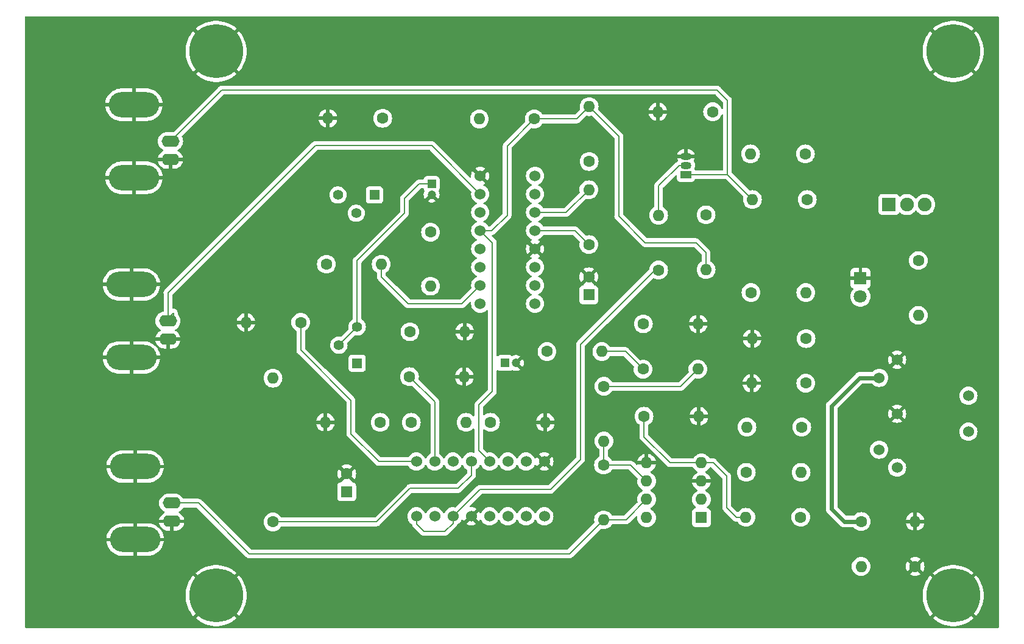
<source format=gbl>
%TF.GenerationSoftware,KiCad,Pcbnew,7.0.11-7.0.11~ubuntu22.04.1*%
%TF.CreationDate,2025-04-10T17:26:18+02:00*%
%TF.ProjectId,emulator-pcb,656d756c-6174-46f7-922d-7063622e6b69,v02*%
%TF.SameCoordinates,Original*%
%TF.FileFunction,Copper,L2,Bot*%
%TF.FilePolarity,Positive*%
%FSLAX46Y46*%
G04 Gerber Fmt 4.6, Leading zero omitted, Abs format (unit mm)*
G04 Created by KiCad (PCBNEW 7.0.11-7.0.11~ubuntu22.04.1) date 2025-04-10 17:26:18*
%MOMM*%
%LPD*%
G01*
G04 APERTURE LIST*
%TA.AperFunction,ComponentPad*%
%ADD10O,1.600000X1.600000*%
%TD*%
%TA.AperFunction,ComponentPad*%
%ADD11C,1.600000*%
%TD*%
%TA.AperFunction,ComponentPad*%
%ADD12R,1.400000X1.400000*%
%TD*%
%TA.AperFunction,ComponentPad*%
%ADD13C,1.400000*%
%TD*%
%TA.AperFunction,ComponentPad*%
%ADD14C,1.524000*%
%TD*%
%TA.AperFunction,ComponentPad*%
%ADD15R,1.900000X1.900000*%
%TD*%
%TA.AperFunction,ComponentPad*%
%ADD16C,1.900000*%
%TD*%
%TA.AperFunction,ComponentPad*%
%ADD17O,2.500000X1.600000*%
%TD*%
%TA.AperFunction,ComponentPad*%
%ADD18O,7.000000X3.500000*%
%TD*%
%TA.AperFunction,ComponentPad*%
%ADD19R,1.800000X1.800000*%
%TD*%
%TA.AperFunction,ComponentPad*%
%ADD20C,1.800000*%
%TD*%
%TA.AperFunction,ComponentPad*%
%ADD21R,1.200000X1.200000*%
%TD*%
%TA.AperFunction,ComponentPad*%
%ADD22C,1.200000*%
%TD*%
%TA.AperFunction,ComponentPad*%
%ADD23R,1.600000X1.600000*%
%TD*%
%TA.AperFunction,ComponentPad*%
%ADD24C,7.500000*%
%TD*%
%TA.AperFunction,ComponentPad*%
%ADD25R,1.500000X1.050000*%
%TD*%
%TA.AperFunction,ComponentPad*%
%ADD26O,1.500000X1.050000*%
%TD*%
%TA.AperFunction,WasherPad*%
%ADD27C,1.524000*%
%TD*%
%TA.AperFunction,Conductor*%
%ADD28C,0.600000*%
%TD*%
%TA.AperFunction,Conductor*%
%ADD29C,0.200000*%
%TD*%
G04 APERTURE END LIST*
D10*
%TO.P,C10,2*%
%TO.N,-12V*%
X187650000Y-140750000D03*
D11*
%TO.P,C10,1*%
%TO.N,GND*%
X195150000Y-140750000D03*
%TD*%
%TO.P,C9,1*%
%TO.N,Net-(C9-Pad1)*%
X187650000Y-134500000D03*
D10*
%TO.P,C9,2*%
%TO.N,GND*%
X195150000Y-134500000D03*
%TD*%
D11*
%TO.P,R22,1*%
%TO.N,-12V*%
X179250000Y-133900000D03*
D10*
%TO.P,R22,2*%
%TO.N,-6V*%
X171630000Y-133900000D03*
%TD*%
D12*
%TO.P,RV1,1,1*%
%TO.N,Net-(U2-MO)*%
X117600000Y-112490000D03*
D13*
%TO.P,RV1,2,2*%
%TO.N,Net-(C4-Pad1)*%
X115060000Y-109950000D03*
%TO.P,RV1,3,3*%
X117600000Y-107410000D03*
%TD*%
D14*
%TO.P,U3,1,AMSI*%
%TO.N,GND*%
X134700000Y-86420000D03*
%TO.P,U3,2,STO*%
%TO.N,Vy*%
X134700000Y-88960000D03*
%TO.P,U3,3,MO*%
%TO.N,Net-(U3-MO)*%
X134700000Y-91500000D03*
%TO.P,U3,4,Vcc*%
%TO.N,+9V*%
X134700000Y-94040000D03*
%TO.P,U3,5,TC1*%
%TO.N,Net-(U3-TC1)*%
X134700000Y-96580000D03*
%TO.P,U3,6,TC2*%
%TO.N,Net-(U3-TC2)*%
X134700000Y-99120000D03*
%TO.P,U3,7,TR1*%
%TO.N,Net-(U3-TR1)*%
X134700000Y-101660000D03*
%TO.P,U3,8,TR2*%
%TO.N,unconnected-(U3-TR2-Pad8)*%
X134700000Y-104200000D03*
%TO.P,U3,9,FSKI*%
%TO.N,Net-(U3-FSKI)*%
X142320000Y-104200000D03*
%TO.P,U3,10,BIAS*%
%TO.N,Net-(U3-BIAS)*%
X142320000Y-101660000D03*
%TO.P,U3,11,SYNCO*%
%TO.N,Net-(U3-FSKI)*%
X142320000Y-99120000D03*
%TO.P,U3,12,GND*%
%TO.N,GND*%
X142320000Y-96580000D03*
%TO.P,U3,13,WAVEA1*%
%TO.N,Net-(U3-WAVEA1)*%
X142320000Y-94040000D03*
%TO.P,U3,14,WAVEA2*%
%TO.N,Net-(U3-WAVEA2)*%
X142320000Y-91500000D03*
%TO.P,U3,15,SYMA1*%
%TO.N,unconnected-(U3-SYMA1-Pad15)*%
X142320000Y-88960000D03*
%TO.P,U3,16,SYMA2*%
%TO.N,unconnected-(U3-SYMA2-Pad16)*%
X142320000Y-86420000D03*
%TD*%
D11*
%TO.P,R20,1*%
%TO.N,Net-(U3-FSKI)*%
X149850000Y-84410000D03*
D10*
%TO.P,R20,2*%
%TO.N,+9V*%
X149850000Y-76790000D03*
%TD*%
D15*
%TO.P,S1,1*%
%TO.N,+12V*%
X191500000Y-90400000D03*
D16*
%TO.P,S1,2*%
%TO.N,Net-(C9-Pad1)*%
X194000000Y-90400000D03*
%TO.P,S1,3*%
%TO.N,unconnected-(S1-Pad3)*%
X196500000Y-90400000D03*
%TD*%
D11*
%TO.P,R12,1*%
%TO.N,+12V*%
X166100000Y-91840000D03*
D10*
%TO.P,R12,2*%
%TO.N,+9V*%
X166100000Y-99460000D03*
%TD*%
D17*
%TO.P,J3,1,In*%
%TO.N,Vp*%
X91650000Y-81600000D03*
D18*
%TO.P,J3,2,Ext*%
%TO.N,GND*%
X86570000Y-86680000D03*
D17*
X91650000Y-84140000D03*
D18*
X86570000Y-76520000D03*
%TD*%
D11*
%TO.P,C7,1*%
%TO.N,+9V*%
X179950000Y-115250000D03*
D10*
%TO.P,C7,2*%
%TO.N,GND*%
X172450000Y-115250000D03*
%TD*%
D11*
%TO.P,R21,1*%
%TO.N,-6V*%
X157480000Y-119850000D03*
D10*
%TO.P,R21,2*%
%TO.N,GND*%
X165100000Y-119850000D03*
%TD*%
D11*
%TO.P,R7,1*%
%TO.N,Net-(R5-Pad2)*%
X151900000Y-115690000D03*
D10*
%TO.P,R7,2*%
%TO.N,Net-(U1B--)*%
X151900000Y-123310000D03*
%TD*%
D11*
%TO.P,R1,1*%
%TO.N,-1V*%
X179400000Y-121350000D03*
D10*
%TO.P,R1,2*%
%TO.N,Net-(U1A--)*%
X171780000Y-121350000D03*
%TD*%
D11*
%TO.P,C5,1*%
%TO.N,Net-(U3-TC1)*%
X127800000Y-94250000D03*
D10*
%TO.P,C5,2*%
%TO.N,Net-(U3-TC2)*%
X127800000Y-101750000D03*
%TD*%
D11*
%TO.P,R10,1*%
%TO.N,V_sq*%
X172340000Y-102650000D03*
D10*
%TO.P,R10,2*%
%TO.N,+9V*%
X179960000Y-102650000D03*
%TD*%
D11*
%TO.P,R2,1*%
%TO.N,V_saw*%
X143990000Y-110850000D03*
D10*
%TO.P,R2,2*%
%TO.N,Net-(U1A--)*%
X151610000Y-110850000D03*
%TD*%
D11*
%TO.P,R23,1*%
%TO.N,+6V*%
X167010000Y-77500000D03*
D10*
%TO.P,R23,2*%
%TO.N,GND*%
X159390000Y-77500000D03*
%TD*%
D11*
%TO.P,R5,1*%
%TO.N,Net-(U1A--)*%
X157340000Y-113300000D03*
D10*
%TO.P,R5,2*%
%TO.N,Net-(R5-Pad2)*%
X164960000Y-113300000D03*
%TD*%
D11*
%TO.P,R17,1*%
%TO.N,+9V*%
X125130000Y-120700000D03*
D10*
%TO.P,R17,2*%
%TO.N,Net-(C8-Pad1)*%
X132750000Y-120700000D03*
%TD*%
D19*
%TO.P,D1,1,K*%
%TO.N,GND*%
X187550000Y-100650000D03*
D20*
%TO.P,D1,2,A*%
%TO.N,Net-(D1-A)*%
X187550000Y-103190000D03*
%TD*%
D11*
%TO.P,R25,1*%
%TO.N,V_sq*%
X159500000Y-99510000D03*
D10*
%TO.P,R25,2*%
%TO.N,Net-(Q1-B)*%
X159500000Y-91890000D03*
%TD*%
D12*
%TO.P,RV2,1,1*%
%TO.N,Net-(U3-MO)*%
X120013000Y-89069000D03*
D13*
%TO.P,RV2,2,2*%
%TO.N,Net-(C8-Pad1)*%
X117473000Y-91609000D03*
%TO.P,RV2,3,3*%
X114933000Y-89069000D03*
%TD*%
D21*
%TO.P,C8,1*%
%TO.N,Net-(C8-Pad1)*%
X138150000Y-112450000D03*
D22*
%TO.P,C8,2*%
%TO.N,GND*%
X139650000Y-112450000D03*
%TD*%
D11*
%TO.P,C1,1*%
%TO.N,Net-(U2-TC1)*%
X105900000Y-134550000D03*
D10*
%TO.P,C1,2*%
%TO.N,Net-(U2-TC2)*%
X105900000Y-114550000D03*
%TD*%
D11*
%TO.P,R8,1*%
%TO.N,Net-(C4-Pad1)*%
X121150000Y-78400000D03*
D10*
%TO.P,R8,2*%
%TO.N,GND*%
X113530000Y-78400000D03*
%TD*%
D11*
%TO.P,R24,1*%
%TO.N,+12V*%
X179900000Y-83350000D03*
D10*
%TO.P,R24,2*%
%TO.N,+6V*%
X172280000Y-83350000D03*
%TD*%
D23*
%TO.P,C2,1*%
%TO.N,Net-(U2-BIAS)*%
X116150000Y-130350000D03*
D11*
%TO.P,C2,2*%
%TO.N,GND*%
X116150000Y-127850000D03*
%TD*%
D14*
%TO.P,U2,1,AMSI*%
%TO.N,GND*%
X143620000Y-126150000D03*
%TO.P,U2,2,STO*%
%TO.N,V_saw*%
X141080000Y-126150000D03*
%TO.P,U2,3,MO*%
%TO.N,Net-(U2-MO)*%
X138540000Y-126150000D03*
%TO.P,U2,4,Vcc*%
%TO.N,+9V*%
X136000000Y-126150000D03*
%TO.P,U2,5,TC1*%
%TO.N,Net-(U2-TC1)*%
X133460000Y-126150000D03*
%TO.P,U2,6,TC2*%
%TO.N,Net-(U2-TC2)*%
X130920000Y-126150000D03*
%TO.P,U2,7,TR1*%
%TO.N,Net-(U2-TR1)*%
X128380000Y-126150000D03*
%TO.P,U2,8,TR2*%
%TO.N,Net-(U2-TR2)*%
X125840000Y-126150000D03*
%TO.P,U2,9,FSKI*%
%TO.N,V_sq*%
X125840000Y-133770000D03*
%TO.P,U2,10,BIAS*%
%TO.N,Net-(U2-BIAS)*%
X128380000Y-133770000D03*
%TO.P,U2,11,SYNCO*%
%TO.N,V_sq*%
X130920000Y-133770000D03*
%TO.P,U2,12,GND*%
%TO.N,GND*%
X133460000Y-133770000D03*
%TO.P,U2,13,WAVEA1*%
%TO.N,unconnected-(U2-WAVEA1-Pad13)*%
X136000000Y-133770000D03*
%TO.P,U2,14,WAVEA2*%
%TO.N,unconnected-(U2-WAVEA2-Pad14)*%
X138540000Y-133770000D03*
%TO.P,U2,15,SYMA1*%
%TO.N,unconnected-(U2-SYMA1-Pad15)*%
X141080000Y-133770000D03*
%TO.P,U2,16,SYMA2*%
%TO.N,unconnected-(U2-SYMA2-Pad16)*%
X143620000Y-133770000D03*
%TD*%
D11*
%TO.P,R4,1*%
%TO.N,Net-(U2-TR2)*%
X109760000Y-106800000D03*
D10*
%TO.P,R4,2*%
%TO.N,GND*%
X102140000Y-106800000D03*
%TD*%
D11*
%TO.P,R27,1*%
%TO.N,+12V*%
X195600000Y-98190000D03*
D10*
%TO.P,R27,2*%
%TO.N,Net-(D1-A)*%
X195600000Y-105810000D03*
%TD*%
D11*
%TO.P,C3,1*%
%TO.N,+9V*%
X180000000Y-109050000D03*
D10*
%TO.P,C3,2*%
%TO.N,GND*%
X172500000Y-109050000D03*
%TD*%
D11*
%TO.P,R26,1*%
%TO.N,+12V*%
X180160000Y-89700000D03*
D10*
%TO.P,R26,2*%
%TO.N,Vp*%
X172540000Y-89700000D03*
%TD*%
D17*
%TO.P,J2,1,In*%
%TO.N,Vx*%
X91830000Y-131930000D03*
D18*
%TO.P,J2,2,Ext*%
%TO.N,GND*%
X86750000Y-137010000D03*
D17*
X91830000Y-134470000D03*
D18*
X86750000Y-126850000D03*
%TD*%
D24*
%TO.P,Mount3,1*%
%TO.N,GND*%
X200450000Y-144800000D03*
%TD*%
D11*
%TO.P,R19,1*%
%TO.N,Net-(U3-WAVEA1)*%
X149800000Y-95970000D03*
D10*
%TO.P,R19,2*%
%TO.N,Net-(U3-WAVEA2)*%
X149800000Y-88350000D03*
%TD*%
D21*
%TO.P,C4,1*%
%TO.N,Net-(C4-Pad1)*%
X127950000Y-87527401D03*
D22*
%TO.P,C4,2*%
%TO.N,GND*%
X127950000Y-89027401D03*
%TD*%
D24*
%TO.P,Mount1,1*%
%TO.N,GND*%
X98000000Y-69100000D03*
%TD*%
D11*
%TO.P,R9,1*%
%TO.N,Net-(U1B--)*%
X151850000Y-126640000D03*
D10*
%TO.P,R9,2*%
%TO.N,Vx*%
X151850000Y-134260000D03*
%TD*%
D11*
%TO.P,R16,1*%
%TO.N,Net-(R15-Pad1)*%
X113330000Y-98700000D03*
D10*
%TO.P,R16,2*%
%TO.N,Net-(U3-TR1)*%
X120950000Y-98700000D03*
%TD*%
D17*
%TO.P,J1,1,In*%
%TO.N,Vy*%
X91300000Y-106600000D03*
D18*
%TO.P,J1,2,Ext*%
%TO.N,GND*%
X86220000Y-111680000D03*
D17*
X91300000Y-109140000D03*
D18*
X86220000Y-101520000D03*
%TD*%
D11*
%TO.P,R13,1*%
%TO.N,-12V*%
X171690000Y-127650000D03*
D10*
%TO.P,R13,2*%
%TO.N,-1V*%
X179310000Y-127650000D03*
%TD*%
D11*
%TO.P,R3,1*%
%TO.N,Net-(U2-TR1)*%
X124880000Y-114350000D03*
D10*
%TO.P,R3,2*%
%TO.N,GND*%
X132500000Y-114350000D03*
%TD*%
D23*
%TO.P,U1,1*%
%TO.N,Net-(R5-Pad2)*%
X165450000Y-133950000D03*
D10*
%TO.P,U1,2,-*%
%TO.N,Net-(U1A--)*%
X165450000Y-131410000D03*
%TO.P,U1,3,+*%
%TO.N,GND*%
X165450000Y-128870000D03*
%TO.P,U1,4,V-*%
%TO.N,-6V*%
X165450000Y-126330000D03*
%TO.P,U1,5,+*%
%TO.N,GND*%
X157830000Y-126330000D03*
%TO.P,U1,6,-*%
%TO.N,Net-(U1B--)*%
X157830000Y-128870000D03*
%TO.P,U1,7*%
%TO.N,Vx*%
X157830000Y-131410000D03*
%TO.P,U1,8,V+*%
%TO.N,+6V*%
X157830000Y-133950000D03*
%TD*%
D25*
%TO.P,Q1,1,C*%
%TO.N,Vp*%
X163300000Y-86240000D03*
D26*
%TO.P,Q1,2,B*%
%TO.N,Net-(Q1-B)*%
X163300000Y-84970000D03*
%TO.P,Q1,3,E*%
%TO.N,GND*%
X163300000Y-83700000D03*
%TD*%
D24*
%TO.P,Mount2,1*%
%TO.N,GND*%
X200450000Y-69100000D03*
%TD*%
D11*
%TO.P,R6,1*%
%TO.N,+9V*%
X142210000Y-78500000D03*
D10*
%TO.P,R6,2*%
%TO.N,Net-(C4-Pad1)*%
X134590000Y-78500000D03*
%TD*%
D11*
%TO.P,R15,1*%
%TO.N,Net-(R15-Pad1)*%
X124940000Y-108100000D03*
D10*
%TO.P,R15,2*%
%TO.N,GND*%
X132560000Y-108100000D03*
%TD*%
D11*
%TO.P,R14,1*%
%TO.N,-1V*%
X157380000Y-107000000D03*
D10*
%TO.P,R14,2*%
%TO.N,GND*%
X165000000Y-107000000D03*
%TD*%
D27*
%TO.P,J4,*%
%TO.N,*%
X202550000Y-117000000D03*
X202550000Y-122000000D03*
D14*
%TO.P,J4,1*%
%TO.N,GND*%
X192649994Y-111999990D03*
%TO.P,J4,2*%
X192649994Y-119500000D03*
%TO.P,J4,3*%
%TO.N,unconnected-(J4-Pad3)*%
X192649994Y-127000010D03*
%TO.P,J4,4*%
%TO.N,Net-(C9-Pad1)*%
X190149994Y-114500010D03*
%TO.P,J4,5*%
%TO.N,-12V*%
X190149994Y-124499990D03*
%TD*%
D11*
%TO.P,R11,1*%
%TO.N,+9V*%
X120800000Y-120700000D03*
D10*
%TO.P,R11,2*%
%TO.N,GND*%
X113180000Y-120700000D03*
%TD*%
D11*
%TO.P,R18,1*%
%TO.N,Net-(C8-Pad1)*%
X136140000Y-120700000D03*
D10*
%TO.P,R18,2*%
%TO.N,GND*%
X143760000Y-120700000D03*
%TD*%
D23*
%TO.P,C6,1*%
%TO.N,Net-(U3-BIAS)*%
X149800000Y-102960000D03*
D11*
%TO.P,C6,2*%
%TO.N,GND*%
X149800000Y-100460000D03*
%TD*%
D24*
%TO.P,Mount4,1*%
%TO.N,GND*%
X98000000Y-144800000D03*
%TD*%
D28*
%TO.N,Net-(C9-Pad1)*%
X187650000Y-134500000D02*
X185300000Y-134500000D01*
X185300000Y-134500000D02*
X183550000Y-132750000D01*
X183550000Y-132750000D02*
X183550000Y-118400000D01*
X183550000Y-118400000D02*
X187449990Y-114500010D01*
X187449990Y-114500010D02*
X190149994Y-114500010D01*
D29*
%TO.N,Net-(U2-TC1)*%
X133460000Y-128067895D02*
X133460000Y-126150000D01*
X120300000Y-134550000D02*
X124950000Y-129900000D01*
X105900000Y-134550000D02*
X120300000Y-134550000D01*
X124950000Y-129900000D02*
X131627895Y-129900000D01*
X131627895Y-129900000D02*
X133460000Y-128067895D01*
%TO.N,+9V*%
X134700000Y-94040000D02*
X136400000Y-95740000D01*
X153950000Y-80890000D02*
X149850000Y-76790000D01*
X134700000Y-94040000D02*
X136310000Y-94040000D01*
X166100000Y-97100000D02*
X164700000Y-95700000D01*
X136400000Y-116400000D02*
X134500000Y-118300000D01*
X138450000Y-82260000D02*
X142210000Y-78500000D01*
X136310000Y-94040000D02*
X138450000Y-91900000D01*
X157650000Y-95700000D02*
X153950000Y-92000000D01*
X153950000Y-92000000D02*
X153950000Y-80890000D01*
X164700000Y-95700000D02*
X157650000Y-95700000D01*
X134500000Y-118300000D02*
X134500000Y-124650000D01*
X134500000Y-124650000D02*
X136000000Y-126150000D01*
X136400000Y-95740000D02*
X136400000Y-116400000D01*
X142210000Y-78500000D02*
X148140000Y-78500000D01*
X138450000Y-91900000D02*
X138450000Y-82260000D01*
X166100000Y-99460000D02*
X166100000Y-97100000D01*
X148140000Y-78500000D02*
X149850000Y-76790000D01*
%TO.N,Net-(C4-Pad1)*%
X126222599Y-87527401D02*
X127950000Y-87527401D01*
X124200000Y-89550000D02*
X126222599Y-87527401D01*
X124200000Y-91600000D02*
X124200000Y-89550000D01*
X117600000Y-107410000D02*
X117600000Y-98200000D01*
X115060000Y-109950000D02*
X117600000Y-107410000D01*
X117600000Y-98200000D02*
X124200000Y-91600000D01*
%TO.N,Vy*%
X91300000Y-106600000D02*
X91300000Y-106250000D01*
X134700000Y-88950000D02*
X134700000Y-88960000D01*
X91300000Y-106250000D02*
X92050000Y-105500000D01*
X92050000Y-105500000D02*
X92050000Y-106500000D01*
X91300000Y-102700000D02*
X111800000Y-82200000D01*
X127950000Y-82200000D02*
X134700000Y-88950000D01*
X111800000Y-82200000D02*
X127950000Y-82200000D01*
X91300000Y-106600000D02*
X91300000Y-102700000D01*
%TO.N,Vx*%
X91830000Y-131930000D02*
X95530000Y-131930000D01*
X95530000Y-131930000D02*
X102600000Y-139000000D01*
X154980000Y-134260000D02*
X157830000Y-131410000D01*
X147110000Y-139000000D02*
X151850000Y-134260000D01*
X102600000Y-139000000D02*
X147110000Y-139000000D01*
X151850000Y-134260000D02*
X154980000Y-134260000D01*
%TO.N,Vp*%
X167650000Y-74500000D02*
X98750000Y-74500000D01*
X98750000Y-74500000D02*
X91650000Y-81600000D01*
X169080000Y-86240000D02*
X169080000Y-75930000D01*
X169080000Y-86240000D02*
X172540000Y-89700000D01*
X169080000Y-75930000D02*
X167650000Y-74500000D01*
X163300000Y-86240000D02*
X169080000Y-86240000D01*
%TO.N,Net-(Q1-B)*%
X162350000Y-84970000D02*
X163300000Y-84970000D01*
X159500000Y-87820000D02*
X162350000Y-84970000D01*
X159500000Y-91890000D02*
X159500000Y-87820000D01*
%TO.N,Net-(U1A--)*%
X151610000Y-110850000D02*
X154890000Y-110850000D01*
X154890000Y-110850000D02*
X157340000Y-113300000D01*
%TO.N,Net-(U2-TR1)*%
X128380000Y-117850000D02*
X128380000Y-126150000D01*
X124880000Y-114350000D02*
X128380000Y-117850000D01*
%TO.N,Net-(U2-TR2)*%
X116750000Y-122300000D02*
X120600000Y-126150000D01*
X120600000Y-126150000D02*
X125840000Y-126150000D01*
X109760000Y-106800000D02*
X109760000Y-110660000D01*
X109760000Y-110660000D02*
X116750000Y-117650000D01*
X116750000Y-117650000D02*
X116750000Y-122300000D01*
%TO.N,Net-(R5-Pad2)*%
X162570000Y-115690000D02*
X164960000Y-113300000D01*
X151900000Y-115690000D02*
X162570000Y-115690000D01*
%TO.N,Net-(U1B--)*%
X151900000Y-126590000D02*
X151850000Y-126640000D01*
X155600000Y-126640000D02*
X157830000Y-128870000D01*
X151850000Y-126640000D02*
X155600000Y-126640000D01*
X151900000Y-123310000D02*
X151900000Y-126590000D01*
%TO.N,V_sq*%
X126850000Y-135850000D02*
X129800000Y-135850000D01*
X148650000Y-125850000D02*
X148650000Y-109850000D01*
X125840000Y-133770000D02*
X125840000Y-134840000D01*
X130920000Y-133770000D02*
X134690000Y-130000000D01*
X134690000Y-130000000D02*
X144500000Y-130000000D01*
X125840000Y-134840000D02*
X126850000Y-135850000D01*
X144500000Y-130000000D02*
X148650000Y-125850000D01*
X158990000Y-99510000D02*
X159500000Y-99510000D01*
X129800000Y-135850000D02*
X130920000Y-134730000D01*
X130920000Y-134730000D02*
X130920000Y-133770000D01*
X148650000Y-109850000D02*
X158990000Y-99510000D01*
%TO.N,Net-(U3-TR1)*%
X132160000Y-104200000D02*
X134700000Y-101660000D01*
X120950000Y-98700000D02*
X120950000Y-100450000D01*
X124700000Y-104200000D02*
X132160000Y-104200000D01*
X120950000Y-100450000D02*
X124700000Y-104200000D01*
%TO.N,Net-(U3-WAVEA1)*%
X142320000Y-94040000D02*
X147870000Y-94040000D01*
X147870000Y-94040000D02*
X149800000Y-95970000D01*
%TO.N,Net-(U3-WAVEA2)*%
X142320000Y-91500000D02*
X146650000Y-91500000D01*
X146650000Y-91500000D02*
X149800000Y-88350000D01*
%TO.N,-6V*%
X168950000Y-132550000D02*
X168950000Y-128200000D01*
X171630000Y-133900000D02*
X170300000Y-133900000D01*
X157480000Y-122730000D02*
X161080000Y-126330000D01*
X170300000Y-133900000D02*
X168950000Y-132550000D01*
X168950000Y-128200000D02*
X167080000Y-126330000D01*
X167080000Y-126330000D02*
X165450000Y-126330000D01*
X161080000Y-126330000D02*
X165450000Y-126330000D01*
X157480000Y-119850000D02*
X157480000Y-122730000D01*
%TD*%
%TA.AperFunction,Conductor*%
%TO.N,GND*%
G36*
X139351262Y-112477493D02*
G01*
X139350642Y-112476358D01*
X139350866Y-112473221D01*
X139351262Y-112477493D01*
G37*
%TD.AperFunction*%
%TA.AperFunction,Conductor*%
G36*
X206717539Y-64220185D02*
G01*
X206763294Y-64272989D01*
X206774500Y-64324500D01*
X206774500Y-149175500D01*
X206754815Y-149242539D01*
X206702011Y-149288294D01*
X206650500Y-149299500D01*
X71574500Y-149299500D01*
X71507461Y-149279815D01*
X71461706Y-149227011D01*
X71450500Y-149175500D01*
X71450500Y-144800000D01*
X93745181Y-144800000D01*
X93764447Y-145204450D01*
X93822071Y-145605231D01*
X93917531Y-145998722D01*
X93917534Y-145998733D01*
X94049956Y-146381340D01*
X94049966Y-146381365D01*
X94218168Y-146749675D01*
X94420621Y-147100335D01*
X94420627Y-147100343D01*
X94655485Y-147430154D01*
X94822985Y-147623460D01*
X96313104Y-146133341D01*
X96425031Y-146270918D01*
X96639990Y-146471676D01*
X96664543Y-146489007D01*
X95174928Y-147978622D01*
X95213676Y-148015568D01*
X95213695Y-148015585D01*
X95531968Y-148265877D01*
X95872594Y-148484782D01*
X96232485Y-148670319D01*
X96608383Y-148820806D01*
X96608395Y-148820810D01*
X96996882Y-148934880D01*
X96996899Y-148934884D01*
X97394460Y-149011508D01*
X97394472Y-149011510D01*
X97797554Y-149050000D01*
X98202446Y-149050000D01*
X98605527Y-149011510D01*
X98605539Y-149011508D01*
X99003100Y-148934884D01*
X99003117Y-148934880D01*
X99391604Y-148820810D01*
X99391616Y-148820806D01*
X99767507Y-148670322D01*
X99767511Y-148670320D01*
X100127406Y-148484782D01*
X100468031Y-148265877D01*
X100786314Y-148015578D01*
X100825069Y-147978622D01*
X99335455Y-146489008D01*
X99360010Y-146471676D01*
X99574969Y-146270918D01*
X99686895Y-146133342D01*
X101177012Y-147623459D01*
X101344512Y-147430156D01*
X101344523Y-147430143D01*
X101579372Y-147100343D01*
X101579378Y-147100335D01*
X101781831Y-146749675D01*
X101950033Y-146381365D01*
X101950043Y-146381340D01*
X102082465Y-145998733D01*
X102082468Y-145998722D01*
X102177928Y-145605231D01*
X102235552Y-145204450D01*
X102254818Y-144800000D01*
X196195181Y-144800000D01*
X196214447Y-145204450D01*
X196272071Y-145605231D01*
X196367531Y-145998722D01*
X196367534Y-145998733D01*
X196499956Y-146381340D01*
X196499966Y-146381365D01*
X196668168Y-146749675D01*
X196870621Y-147100335D01*
X196870627Y-147100343D01*
X197105485Y-147430154D01*
X197272985Y-147623460D01*
X198763104Y-146133341D01*
X198875031Y-146270918D01*
X199089990Y-146471676D01*
X199114543Y-146489007D01*
X197624928Y-147978622D01*
X197663676Y-148015568D01*
X197663695Y-148015585D01*
X197981968Y-148265877D01*
X198322594Y-148484782D01*
X198682485Y-148670319D01*
X199058383Y-148820806D01*
X199058395Y-148820810D01*
X199446882Y-148934880D01*
X199446899Y-148934884D01*
X199844460Y-149011508D01*
X199844472Y-149011510D01*
X200247554Y-149050000D01*
X200652446Y-149050000D01*
X201055527Y-149011510D01*
X201055539Y-149011508D01*
X201453100Y-148934884D01*
X201453117Y-148934880D01*
X201841604Y-148820810D01*
X201841616Y-148820806D01*
X202217507Y-148670322D01*
X202217511Y-148670320D01*
X202577406Y-148484782D01*
X202918031Y-148265877D01*
X203236314Y-148015578D01*
X203275069Y-147978622D01*
X201785455Y-146489008D01*
X201810010Y-146471676D01*
X202024969Y-146270918D01*
X202136895Y-146133342D01*
X203627012Y-147623459D01*
X203794512Y-147430156D01*
X203794523Y-147430143D01*
X204029372Y-147100343D01*
X204029378Y-147100335D01*
X204231831Y-146749675D01*
X204400033Y-146381365D01*
X204400043Y-146381340D01*
X204532465Y-145998733D01*
X204532468Y-145998722D01*
X204627928Y-145605231D01*
X204685552Y-145204450D01*
X204704818Y-144800000D01*
X204685552Y-144395549D01*
X204627928Y-143994768D01*
X204532468Y-143601277D01*
X204532465Y-143601266D01*
X204400043Y-143218659D01*
X204400033Y-143218634D01*
X204231831Y-142850324D01*
X204029378Y-142499664D01*
X204029372Y-142499656D01*
X203794523Y-142169856D01*
X203794512Y-142169843D01*
X203627013Y-141976538D01*
X202136894Y-143466656D01*
X202024969Y-143329082D01*
X201810010Y-143128324D01*
X201785455Y-143110991D01*
X203275070Y-141621376D01*
X203236323Y-141584431D01*
X203236304Y-141584414D01*
X202918031Y-141334122D01*
X202577406Y-141115217D01*
X202217511Y-140929679D01*
X202217507Y-140929677D01*
X201841616Y-140779193D01*
X201841604Y-140779189D01*
X201453117Y-140665119D01*
X201453100Y-140665115D01*
X201055539Y-140588491D01*
X201055527Y-140588489D01*
X200652446Y-140550000D01*
X200247554Y-140550000D01*
X199844472Y-140588489D01*
X199844460Y-140588491D01*
X199446899Y-140665115D01*
X199446882Y-140665119D01*
X199058395Y-140779189D01*
X199058383Y-140779193D01*
X198682485Y-140929680D01*
X198322594Y-141115217D01*
X197981968Y-141334122D01*
X197663685Y-141584421D01*
X197663673Y-141584432D01*
X197624929Y-141621375D01*
X197624929Y-141621376D01*
X199114544Y-143110991D01*
X199089990Y-143128324D01*
X198875031Y-143329082D01*
X198763104Y-143466657D01*
X197272986Y-141976539D01*
X197105485Y-142169845D01*
X196870627Y-142499656D01*
X196870621Y-142499664D01*
X196668168Y-142850324D01*
X196499966Y-143218634D01*
X196499956Y-143218659D01*
X196367534Y-143601266D01*
X196367531Y-143601277D01*
X196272071Y-143994768D01*
X196214447Y-144395549D01*
X196195181Y-144800000D01*
X102254818Y-144800000D01*
X102235552Y-144395549D01*
X102177928Y-143994768D01*
X102082468Y-143601277D01*
X102082465Y-143601266D01*
X101950043Y-143218659D01*
X101950033Y-143218634D01*
X101781831Y-142850324D01*
X101579378Y-142499664D01*
X101579372Y-142499656D01*
X101344523Y-142169856D01*
X101344512Y-142169843D01*
X101177013Y-141976538D01*
X99686894Y-143466656D01*
X99574969Y-143329082D01*
X99360010Y-143128324D01*
X99335455Y-143110991D01*
X100825070Y-141621376D01*
X100786323Y-141584431D01*
X100786304Y-141584414D01*
X100468031Y-141334122D01*
X100127406Y-141115217D01*
X99767511Y-140929679D01*
X99767507Y-140929677D01*
X99391616Y-140779193D01*
X99391604Y-140779189D01*
X99292199Y-140750001D01*
X186344532Y-140750001D01*
X186364364Y-140976686D01*
X186364366Y-140976697D01*
X186423258Y-141196488D01*
X186423261Y-141196497D01*
X186519431Y-141402732D01*
X186519432Y-141402734D01*
X186649954Y-141589141D01*
X186810858Y-141750045D01*
X186810861Y-141750047D01*
X186997266Y-141880568D01*
X187203504Y-141976739D01*
X187423308Y-142035635D01*
X187585230Y-142049801D01*
X187649998Y-142055468D01*
X187650000Y-142055468D01*
X187650002Y-142055468D01*
X187706673Y-142050509D01*
X187876692Y-142035635D01*
X188096496Y-141976739D01*
X188302734Y-141880568D01*
X188489139Y-141750047D01*
X188650047Y-141589139D01*
X188780568Y-141402734D01*
X188876739Y-141196496D01*
X188935635Y-140976692D01*
X188955468Y-140750002D01*
X193845034Y-140750002D01*
X193864858Y-140976599D01*
X193864860Y-140976610D01*
X193923730Y-141196317D01*
X193923735Y-141196331D01*
X194019863Y-141402478D01*
X194070974Y-141475472D01*
X194752046Y-140794400D01*
X194764835Y-140875148D01*
X194822359Y-140988045D01*
X194911955Y-141077641D01*
X195024852Y-141135165D01*
X195105599Y-141147953D01*
X194424526Y-141829025D01*
X194497513Y-141880132D01*
X194497521Y-141880136D01*
X194703668Y-141976264D01*
X194703682Y-141976269D01*
X194923389Y-142035139D01*
X194923400Y-142035141D01*
X195149998Y-142054966D01*
X195150002Y-142054966D01*
X195376599Y-142035141D01*
X195376610Y-142035139D01*
X195596317Y-141976269D01*
X195596331Y-141976264D01*
X195802478Y-141880136D01*
X195875471Y-141829024D01*
X195194400Y-141147953D01*
X195275148Y-141135165D01*
X195388045Y-141077641D01*
X195477641Y-140988045D01*
X195535165Y-140875148D01*
X195547953Y-140794400D01*
X196229024Y-141475471D01*
X196280136Y-141402478D01*
X196376264Y-141196331D01*
X196376269Y-141196317D01*
X196435139Y-140976610D01*
X196435141Y-140976599D01*
X196454966Y-140750002D01*
X196454966Y-140749997D01*
X196435141Y-140523400D01*
X196435139Y-140523389D01*
X196376269Y-140303682D01*
X196376264Y-140303668D01*
X196280136Y-140097521D01*
X196280132Y-140097513D01*
X196229025Y-140024526D01*
X195547953Y-140705598D01*
X195535165Y-140624852D01*
X195477641Y-140511955D01*
X195388045Y-140422359D01*
X195275148Y-140364835D01*
X195194401Y-140352046D01*
X195875472Y-139670974D01*
X195802478Y-139619863D01*
X195596331Y-139523735D01*
X195596317Y-139523730D01*
X195376610Y-139464860D01*
X195376599Y-139464858D01*
X195150002Y-139445034D01*
X195149998Y-139445034D01*
X194923400Y-139464858D01*
X194923389Y-139464860D01*
X194703682Y-139523730D01*
X194703673Y-139523734D01*
X194497516Y-139619866D01*
X194497512Y-139619868D01*
X194424526Y-139670973D01*
X194424526Y-139670974D01*
X195105599Y-140352046D01*
X195024852Y-140364835D01*
X194911955Y-140422359D01*
X194822359Y-140511955D01*
X194764835Y-140624852D01*
X194752046Y-140705598D01*
X194070974Y-140024526D01*
X194070973Y-140024526D01*
X194019868Y-140097512D01*
X194019866Y-140097516D01*
X193923734Y-140303673D01*
X193923730Y-140303682D01*
X193864860Y-140523389D01*
X193864858Y-140523400D01*
X193845034Y-140749997D01*
X193845034Y-140750002D01*
X188955468Y-140750002D01*
X188955468Y-140750000D01*
X188935635Y-140523308D01*
X188876739Y-140303504D01*
X188780568Y-140097266D01*
X188650047Y-139910861D01*
X188650045Y-139910858D01*
X188489141Y-139749954D01*
X188302734Y-139619432D01*
X188302732Y-139619431D01*
X188096497Y-139523261D01*
X188096488Y-139523258D01*
X187876697Y-139464366D01*
X187876693Y-139464365D01*
X187876692Y-139464365D01*
X187876691Y-139464364D01*
X187876686Y-139464364D01*
X187650002Y-139444532D01*
X187649998Y-139444532D01*
X187423313Y-139464364D01*
X187423302Y-139464366D01*
X187203511Y-139523258D01*
X187203502Y-139523261D01*
X186997267Y-139619431D01*
X186997265Y-139619432D01*
X186810858Y-139749954D01*
X186649954Y-139910858D01*
X186519432Y-140097265D01*
X186519431Y-140097267D01*
X186423261Y-140303502D01*
X186423258Y-140303511D01*
X186364366Y-140523302D01*
X186364364Y-140523313D01*
X186344532Y-140749998D01*
X186344532Y-140750001D01*
X99292199Y-140750001D01*
X99003117Y-140665119D01*
X99003100Y-140665115D01*
X98605539Y-140588491D01*
X98605527Y-140588489D01*
X98202446Y-140550000D01*
X97797554Y-140550000D01*
X97394472Y-140588489D01*
X97394460Y-140588491D01*
X96996899Y-140665115D01*
X96996882Y-140665119D01*
X96608395Y-140779189D01*
X96608383Y-140779193D01*
X96232485Y-140929680D01*
X95872594Y-141115217D01*
X95531968Y-141334122D01*
X95213685Y-141584421D01*
X95213673Y-141584432D01*
X95174929Y-141621375D01*
X95174929Y-141621376D01*
X96664544Y-143110991D01*
X96639990Y-143128324D01*
X96425031Y-143329082D01*
X96313104Y-143466657D01*
X94822986Y-141976539D01*
X94655485Y-142169845D01*
X94420627Y-142499656D01*
X94420621Y-142499664D01*
X94218168Y-142850324D01*
X94049966Y-143218634D01*
X94049956Y-143218659D01*
X93917534Y-143601266D01*
X93917531Y-143601277D01*
X93822071Y-143994768D01*
X93764447Y-144395549D01*
X93745181Y-144800000D01*
X71450500Y-144800000D01*
X71450500Y-136760000D01*
X82760385Y-136760000D01*
X85776589Y-136760000D01*
X85751466Y-136857030D01*
X85741114Y-137061165D01*
X85771574Y-137260000D01*
X82763793Y-137260000D01*
X82776375Y-137385076D01*
X82776376Y-137385079D01*
X82846208Y-137678107D01*
X82846210Y-137678116D01*
X82954474Y-137959216D01*
X82954481Y-137959231D01*
X83099248Y-138223395D01*
X83099252Y-138223401D01*
X83277935Y-138465911D01*
X83487355Y-138682451D01*
X83487362Y-138682457D01*
X83723768Y-138869145D01*
X83982948Y-139022657D01*
X83982966Y-139022666D01*
X84260283Y-139140260D01*
X84260300Y-139140265D01*
X84550826Y-139219848D01*
X84849384Y-139260000D01*
X86500000Y-139260000D01*
X86500000Y-137984625D01*
X86647801Y-138015000D01*
X86800967Y-138015000D01*
X86953348Y-137999504D01*
X87000000Y-137984867D01*
X87000000Y-139260000D01*
X88575236Y-139260000D01*
X88800564Y-139244915D01*
X88800573Y-139244913D01*
X89095758Y-139184916D01*
X89095773Y-139184912D01*
X89380343Y-139086098D01*
X89380346Y-139086096D01*
X89649198Y-138950240D01*
X89897564Y-138779745D01*
X90120971Y-138577685D01*
X90315464Y-138347638D01*
X90477554Y-138093728D01*
X90477555Y-138093726D01*
X90604351Y-137820485D01*
X90604356Y-137820471D01*
X90693605Y-137532765D01*
X90739615Y-137260000D01*
X87723411Y-137260000D01*
X87748534Y-137162970D01*
X87758886Y-136958835D01*
X87728426Y-136760000D01*
X90736207Y-136760000D01*
X90736207Y-136759999D01*
X90723624Y-136634923D01*
X90723623Y-136634920D01*
X90653791Y-136341892D01*
X90653789Y-136341883D01*
X90545525Y-136060783D01*
X90545518Y-136060768D01*
X90400751Y-135796604D01*
X90400747Y-135796598D01*
X90222064Y-135554088D01*
X90012644Y-135337548D01*
X90012637Y-135337542D01*
X89776231Y-135150854D01*
X89517051Y-134997342D01*
X89517033Y-134997333D01*
X89239716Y-134879739D01*
X89239699Y-134879734D01*
X88949173Y-134800151D01*
X88650617Y-134760000D01*
X87000000Y-134760000D01*
X87000000Y-136035374D01*
X86852199Y-136005000D01*
X86699033Y-136005000D01*
X86546652Y-136020496D01*
X86500000Y-136035132D01*
X86500000Y-134760000D01*
X84924764Y-134760000D01*
X84699435Y-134775084D01*
X84699426Y-134775086D01*
X84404241Y-134835083D01*
X84404226Y-134835087D01*
X84119656Y-134933901D01*
X84119653Y-134933903D01*
X83850801Y-135069759D01*
X83602435Y-135240254D01*
X83379028Y-135442314D01*
X83184535Y-135672361D01*
X83022445Y-135926271D01*
X83022444Y-135926273D01*
X82895648Y-136199514D01*
X82895643Y-136199528D01*
X82806394Y-136487234D01*
X82760385Y-136760000D01*
X71450500Y-136760000D01*
X71450500Y-131930001D01*
X90074532Y-131930001D01*
X90094364Y-132156686D01*
X90094366Y-132156697D01*
X90153258Y-132376488D01*
X90153261Y-132376497D01*
X90249431Y-132582732D01*
X90249432Y-132582734D01*
X90379954Y-132769141D01*
X90540858Y-132930045D01*
X90577036Y-132955377D01*
X90727266Y-133060568D01*
X90785865Y-133087893D01*
X90838305Y-133134065D01*
X90857457Y-133201258D01*
X90837242Y-133268139D01*
X90785867Y-133312657D01*
X90727515Y-133339867D01*
X90541179Y-133470342D01*
X90380342Y-133631179D01*
X90249865Y-133817517D01*
X90153734Y-134023673D01*
X90153730Y-134023682D01*
X90101127Y-134219999D01*
X90101128Y-134220000D01*
X91460497Y-134220000D01*
X91411083Y-134305587D01*
X91381232Y-134436370D01*
X91391257Y-134570140D01*
X91440266Y-134695013D01*
X91460193Y-134720000D01*
X90101128Y-134720000D01*
X90153730Y-134916317D01*
X90153734Y-134916326D01*
X90249865Y-135122482D01*
X90380342Y-135308820D01*
X90541179Y-135469657D01*
X90727517Y-135600134D01*
X90933673Y-135696265D01*
X90933682Y-135696269D01*
X91153389Y-135755139D01*
X91153400Y-135755141D01*
X91323233Y-135769999D01*
X91323236Y-135770000D01*
X91580000Y-135770000D01*
X91580000Y-134838137D01*
X91634741Y-134875459D01*
X91762927Y-134915000D01*
X91863346Y-134915000D01*
X91962647Y-134900033D01*
X92080000Y-134843518D01*
X92080000Y-135770000D01*
X92336764Y-135770000D01*
X92336766Y-135769999D01*
X92506599Y-135755141D01*
X92506610Y-135755139D01*
X92726317Y-135696269D01*
X92726326Y-135696265D01*
X92932482Y-135600134D01*
X93118820Y-135469657D01*
X93279657Y-135308820D01*
X93410134Y-135122482D01*
X93506265Y-134916326D01*
X93506269Y-134916317D01*
X93558872Y-134720000D01*
X92199503Y-134720000D01*
X92248917Y-134634413D01*
X92278768Y-134503630D01*
X92268743Y-134369860D01*
X92219734Y-134244987D01*
X92199807Y-134220000D01*
X93558872Y-134220000D01*
X93558872Y-134219999D01*
X93506269Y-134023682D01*
X93506265Y-134023673D01*
X93410134Y-133817517D01*
X93279657Y-133631179D01*
X93118820Y-133470342D01*
X92932482Y-133339865D01*
X92874133Y-133312657D01*
X92821694Y-133266484D01*
X92802542Y-133199291D01*
X92822758Y-133132410D01*
X92874129Y-133087895D01*
X92932734Y-133060568D01*
X93119139Y-132930047D01*
X93280047Y-132769139D01*
X93410118Y-132583375D01*
X93464693Y-132539752D01*
X93511692Y-132530500D01*
X95229903Y-132530500D01*
X95296942Y-132550185D01*
X95317584Y-132566819D01*
X102141799Y-139391034D01*
X102152493Y-139403228D01*
X102171715Y-139428279D01*
X102171716Y-139428280D01*
X102171718Y-139428282D01*
X102295497Y-139523261D01*
X102297159Y-139524536D01*
X102443238Y-139585044D01*
X102521619Y-139595363D01*
X102599999Y-139605682D01*
X102600000Y-139605682D01*
X102631302Y-139601560D01*
X102647487Y-139600500D01*
X147062513Y-139600500D01*
X147078697Y-139601560D01*
X147110000Y-139605682D01*
X147110001Y-139605682D01*
X147162254Y-139598802D01*
X147266762Y-139585044D01*
X147412841Y-139524536D01*
X147414503Y-139523261D01*
X147538282Y-139428282D01*
X147557509Y-139403223D01*
X147568190Y-139391043D01*
X151407294Y-135551939D01*
X151468615Y-135518456D01*
X151527066Y-135519847D01*
X151546604Y-135525082D01*
X151623308Y-135545635D01*
X151785230Y-135559801D01*
X151849998Y-135565468D01*
X151850000Y-135565468D01*
X151850002Y-135565468D01*
X151906673Y-135560509D01*
X152076692Y-135545635D01*
X152296496Y-135486739D01*
X152502734Y-135390568D01*
X152689139Y-135260047D01*
X152850047Y-135099139D01*
X152980118Y-134913375D01*
X153034693Y-134869752D01*
X153081692Y-134860500D01*
X154932513Y-134860500D01*
X154948697Y-134861560D01*
X154980000Y-134865682D01*
X154980001Y-134865682D01*
X155042278Y-134857483D01*
X155136762Y-134845044D01*
X155282841Y-134784536D01*
X155292429Y-134777179D01*
X155408282Y-134688282D01*
X155427509Y-134663223D01*
X155438190Y-134651043D01*
X156320573Y-133768660D01*
X156381894Y-133735177D01*
X156451586Y-133740161D01*
X156507519Y-133782033D01*
X156531936Y-133847497D01*
X156531780Y-133867150D01*
X156524532Y-133949997D01*
X156524532Y-133950001D01*
X156544364Y-134176686D01*
X156544366Y-134176697D01*
X156603258Y-134396488D01*
X156603261Y-134396497D01*
X156699431Y-134602732D01*
X156699432Y-134602734D01*
X156829954Y-134789141D01*
X156990858Y-134950045D01*
X156990861Y-134950047D01*
X157177266Y-135080568D01*
X157383504Y-135176739D01*
X157383509Y-135176740D01*
X157383511Y-135176741D01*
X157416697Y-135185633D01*
X157603308Y-135235635D01*
X157761786Y-135249500D01*
X157829998Y-135255468D01*
X157830000Y-135255468D01*
X157830002Y-135255468D01*
X157898214Y-135249500D01*
X158056692Y-135235635D01*
X158276496Y-135176739D01*
X158482734Y-135080568D01*
X158669139Y-134950047D01*
X158830047Y-134789139D01*
X158960568Y-134602734D01*
X159056739Y-134396496D01*
X159115635Y-134176692D01*
X159135468Y-133950000D01*
X159115635Y-133723308D01*
X159056739Y-133503504D01*
X158960568Y-133297266D01*
X158847885Y-133136337D01*
X158830045Y-133110858D01*
X158669141Y-132949954D01*
X158482734Y-132819432D01*
X158482728Y-132819429D01*
X158424882Y-132792455D01*
X158424724Y-132792381D01*
X158372285Y-132746210D01*
X158353133Y-132679017D01*
X158373348Y-132612135D01*
X158424725Y-132567618D01*
X158482734Y-132540568D01*
X158669139Y-132410047D01*
X158830047Y-132249139D01*
X158960568Y-132062734D01*
X159056739Y-131856496D01*
X159115635Y-131636692D01*
X159135468Y-131410000D01*
X159115635Y-131183308D01*
X159056739Y-130963504D01*
X158960568Y-130757266D01*
X158830047Y-130570861D01*
X158830045Y-130570858D01*
X158669141Y-130409954D01*
X158482734Y-130279432D01*
X158482728Y-130279429D01*
X158424725Y-130252382D01*
X158372285Y-130206210D01*
X158353133Y-130139017D01*
X158373348Y-130072135D01*
X158424725Y-130027618D01*
X158425319Y-130027341D01*
X158482734Y-130000568D01*
X158669139Y-129870047D01*
X158830047Y-129709139D01*
X158960568Y-129522734D01*
X159056739Y-129316496D01*
X159115635Y-129096692D01*
X159135468Y-128870000D01*
X159134826Y-128862666D01*
X159121395Y-128709145D01*
X159115635Y-128643308D01*
X159056739Y-128423504D01*
X158960568Y-128217266D01*
X158830047Y-128030861D01*
X158830045Y-128030858D01*
X158669141Y-127869954D01*
X158482734Y-127739432D01*
X158482732Y-127739431D01*
X158425315Y-127712657D01*
X158424132Y-127712105D01*
X158371694Y-127665934D01*
X158352542Y-127598740D01*
X158372758Y-127531859D01*
X158424134Y-127487341D01*
X158482484Y-127460132D01*
X158668820Y-127329657D01*
X158829657Y-127168820D01*
X158960134Y-126982482D01*
X159056265Y-126776326D01*
X159056269Y-126776317D01*
X159108872Y-126580000D01*
X158145686Y-126580000D01*
X158157641Y-126568045D01*
X158215165Y-126455148D01*
X158234986Y-126330000D01*
X158215165Y-126204852D01*
X158157641Y-126091955D01*
X158145686Y-126080000D01*
X159108872Y-126080000D01*
X159108872Y-126079999D01*
X159056269Y-125883682D01*
X159056265Y-125883673D01*
X158960134Y-125677517D01*
X158829657Y-125491179D01*
X158668820Y-125330342D01*
X158482482Y-125199865D01*
X158276328Y-125103734D01*
X158080000Y-125051127D01*
X158080000Y-126014314D01*
X158068045Y-126002359D01*
X157955148Y-125944835D01*
X157861481Y-125930000D01*
X157798519Y-125930000D01*
X157704852Y-125944835D01*
X157591955Y-126002359D01*
X157580000Y-126014314D01*
X157580000Y-125051127D01*
X157383671Y-125103734D01*
X157177517Y-125199865D01*
X156991179Y-125330342D01*
X156830342Y-125491179D01*
X156699865Y-125677517D01*
X156603734Y-125883673D01*
X156603730Y-125883682D01*
X156551127Y-126079999D01*
X156551128Y-126080000D01*
X157514314Y-126080000D01*
X157502359Y-126091955D01*
X157444835Y-126204852D01*
X157425014Y-126330000D01*
X157444835Y-126455148D01*
X157502359Y-126568045D01*
X157514314Y-126580000D01*
X156538737Y-126580000D01*
X156510480Y-126600631D01*
X156440734Y-126604783D01*
X156380856Y-126571621D01*
X156058199Y-126248964D01*
X156047503Y-126236767D01*
X156028286Y-126211722D01*
X156028283Y-126211720D01*
X156028282Y-126211718D01*
X155902841Y-126115464D01*
X155846085Y-126091955D01*
X155756762Y-126054956D01*
X155756760Y-126054955D01*
X155600001Y-126034318D01*
X155600000Y-126034318D01*
X155568697Y-126038439D01*
X155552513Y-126039500D01*
X153081692Y-126039500D01*
X153014653Y-126019815D01*
X152980119Y-125986625D01*
X152850047Y-125800861D01*
X152850045Y-125800858D01*
X152689140Y-125639953D01*
X152553377Y-125544891D01*
X152509752Y-125490314D01*
X152500500Y-125443316D01*
X152500500Y-124541692D01*
X152520185Y-124474653D01*
X152553374Y-124440119D01*
X152739139Y-124310047D01*
X152900047Y-124149139D01*
X153030568Y-123962734D01*
X153126739Y-123756496D01*
X153185635Y-123536692D01*
X153205468Y-123310000D01*
X153185635Y-123083308D01*
X153126739Y-122863504D01*
X153030568Y-122657266D01*
X152900047Y-122470861D01*
X152900045Y-122470858D01*
X152739141Y-122309954D01*
X152552734Y-122179432D01*
X152552732Y-122179431D01*
X152346497Y-122083261D01*
X152346488Y-122083258D01*
X152126697Y-122024366D01*
X152126693Y-122024365D01*
X152126692Y-122024365D01*
X152126691Y-122024364D01*
X152126686Y-122024364D01*
X151900002Y-122004532D01*
X151899998Y-122004532D01*
X151673313Y-122024364D01*
X151673302Y-122024366D01*
X151453511Y-122083258D01*
X151453502Y-122083261D01*
X151247267Y-122179431D01*
X151247265Y-122179432D01*
X151060858Y-122309954D01*
X150899954Y-122470858D01*
X150769432Y-122657265D01*
X150769431Y-122657267D01*
X150673261Y-122863502D01*
X150673258Y-122863511D01*
X150614366Y-123083302D01*
X150614364Y-123083313D01*
X150594532Y-123309998D01*
X150594532Y-123310001D01*
X150614364Y-123536686D01*
X150614366Y-123536697D01*
X150673258Y-123756488D01*
X150673261Y-123756497D01*
X150769431Y-123962732D01*
X150769432Y-123962734D01*
X150899954Y-124149141D01*
X151060858Y-124310045D01*
X151060861Y-124310047D01*
X151246624Y-124440118D01*
X151290248Y-124494693D01*
X151299500Y-124541692D01*
X151299500Y-125382762D01*
X151279815Y-125449801D01*
X151227906Y-125495143D01*
X151197273Y-125509427D01*
X151197268Y-125509430D01*
X151010858Y-125639954D01*
X150849954Y-125800858D01*
X150719432Y-125987265D01*
X150719431Y-125987267D01*
X150623261Y-126193502D01*
X150623258Y-126193511D01*
X150564366Y-126413302D01*
X150564364Y-126413313D01*
X150544532Y-126639998D01*
X150544532Y-126640001D01*
X150564364Y-126866686D01*
X150564366Y-126866697D01*
X150623258Y-127086488D01*
X150623261Y-127086497D01*
X150719431Y-127292732D01*
X150719432Y-127292734D01*
X150849954Y-127479141D01*
X151010858Y-127640045D01*
X151010861Y-127640047D01*
X151197266Y-127770568D01*
X151403504Y-127866739D01*
X151403509Y-127866740D01*
X151403511Y-127866741D01*
X151440627Y-127876686D01*
X151623308Y-127925635D01*
X151785230Y-127939801D01*
X151849998Y-127945468D01*
X151850000Y-127945468D01*
X151850002Y-127945468D01*
X151906673Y-127940509D01*
X152076692Y-127925635D01*
X152296496Y-127866739D01*
X152502734Y-127770568D01*
X152689139Y-127640047D01*
X152850047Y-127479139D01*
X152980118Y-127293375D01*
X153034693Y-127249752D01*
X153081692Y-127240500D01*
X155299903Y-127240500D01*
X155366942Y-127260185D01*
X155387584Y-127276819D01*
X156538058Y-128427293D01*
X156571543Y-128488616D01*
X156570152Y-128547067D01*
X156544366Y-128643302D01*
X156544364Y-128643313D01*
X156524532Y-128869998D01*
X156524532Y-128870001D01*
X156544364Y-129096686D01*
X156544366Y-129096697D01*
X156603258Y-129316488D01*
X156603261Y-129316497D01*
X156699431Y-129522732D01*
X156699432Y-129522734D01*
X156829954Y-129709141D01*
X156990858Y-129870045D01*
X156990861Y-129870047D01*
X157177266Y-130000568D01*
X157234681Y-130027341D01*
X157235275Y-130027618D01*
X157287714Y-130073791D01*
X157306866Y-130140984D01*
X157286650Y-130207865D01*
X157235275Y-130252382D01*
X157177267Y-130279431D01*
X157177265Y-130279432D01*
X156990858Y-130409954D01*
X156829954Y-130570858D01*
X156699432Y-130757265D01*
X156699431Y-130757267D01*
X156603261Y-130963502D01*
X156603258Y-130963511D01*
X156544366Y-131183302D01*
X156544364Y-131183313D01*
X156524532Y-131409998D01*
X156524532Y-131410001D01*
X156544364Y-131636686D01*
X156544366Y-131636697D01*
X156570152Y-131732931D01*
X156568489Y-131802781D01*
X156538058Y-131852705D01*
X154767584Y-133623181D01*
X154706261Y-133656666D01*
X154679903Y-133659500D01*
X153081692Y-133659500D01*
X153014653Y-133639815D01*
X152980119Y-133606625D01*
X152850047Y-133420861D01*
X152850045Y-133420858D01*
X152689141Y-133259954D01*
X152502734Y-133129432D01*
X152502732Y-133129431D01*
X152296497Y-133033261D01*
X152296488Y-133033258D01*
X152076697Y-132974366D01*
X152076693Y-132974365D01*
X152076692Y-132974365D01*
X152076691Y-132974364D01*
X152076686Y-132974364D01*
X151850002Y-132954532D01*
X151849998Y-132954532D01*
X151623313Y-132974364D01*
X151623302Y-132974366D01*
X151403511Y-133033258D01*
X151403502Y-133033261D01*
X151197267Y-133129431D01*
X151197265Y-133129432D01*
X151010858Y-133259954D01*
X150849954Y-133420858D01*
X150719432Y-133607265D01*
X150719431Y-133607267D01*
X150623261Y-133813502D01*
X150623258Y-133813511D01*
X150564366Y-134033302D01*
X150564364Y-134033313D01*
X150544532Y-134259998D01*
X150544532Y-134260001D01*
X150564364Y-134486686D01*
X150564366Y-134486697D01*
X150590152Y-134582931D01*
X150588489Y-134652781D01*
X150558058Y-134702705D01*
X146897584Y-138363181D01*
X146836261Y-138396666D01*
X146809903Y-138399500D01*
X102900097Y-138399500D01*
X102833058Y-138379815D01*
X102812416Y-138363181D01*
X95988199Y-131538964D01*
X95977504Y-131526769D01*
X95958283Y-131501719D01*
X95934542Y-131483502D01*
X95832841Y-131405464D01*
X95801135Y-131392331D01*
X95686762Y-131344956D01*
X95686760Y-131344955D01*
X95569361Y-131329500D01*
X95530000Y-131324318D01*
X95498697Y-131328439D01*
X95482513Y-131329500D01*
X93511692Y-131329500D01*
X93444653Y-131309815D01*
X93410119Y-131276625D01*
X93280047Y-131090861D01*
X93280045Y-131090858D01*
X93119141Y-130929954D01*
X92932734Y-130799432D01*
X92932732Y-130799431D01*
X92726497Y-130703261D01*
X92726488Y-130703258D01*
X92506697Y-130644366D01*
X92506687Y-130644364D01*
X92336785Y-130629500D01*
X92336784Y-130629500D01*
X91323216Y-130629500D01*
X91323215Y-130629500D01*
X91153312Y-130644364D01*
X91153302Y-130644366D01*
X90933511Y-130703258D01*
X90933502Y-130703261D01*
X90727267Y-130799431D01*
X90727265Y-130799432D01*
X90540858Y-130929954D01*
X90379954Y-131090858D01*
X90249432Y-131277265D01*
X90249431Y-131277267D01*
X90153261Y-131483502D01*
X90153258Y-131483511D01*
X90094366Y-131703302D01*
X90094364Y-131703313D01*
X90074532Y-131929998D01*
X90074532Y-131930001D01*
X71450500Y-131930001D01*
X71450500Y-126600000D01*
X82760385Y-126600000D01*
X85776589Y-126600000D01*
X85751466Y-126697030D01*
X85741114Y-126901165D01*
X85771574Y-127100000D01*
X82763793Y-127100000D01*
X82776375Y-127225076D01*
X82776376Y-127225079D01*
X82846208Y-127518107D01*
X82846210Y-127518116D01*
X82954474Y-127799216D01*
X82954481Y-127799231D01*
X83099248Y-128063395D01*
X83099252Y-128063401D01*
X83277935Y-128305911D01*
X83487355Y-128522451D01*
X83487362Y-128522457D01*
X83723768Y-128709145D01*
X83982948Y-128862657D01*
X83982966Y-128862666D01*
X84260283Y-128980260D01*
X84260300Y-128980265D01*
X84550826Y-129059848D01*
X84849384Y-129100000D01*
X86500000Y-129100000D01*
X86500000Y-127824625D01*
X86647801Y-127855000D01*
X86800967Y-127855000D01*
X86953348Y-127839504D01*
X87000000Y-127824867D01*
X87000000Y-129100000D01*
X88575236Y-129100000D01*
X88800564Y-129084915D01*
X88800573Y-129084913D01*
X89095758Y-129024916D01*
X89095773Y-129024912D01*
X89380343Y-128926098D01*
X89380346Y-128926096D01*
X89649198Y-128790240D01*
X89897564Y-128619745D01*
X90120971Y-128417685D01*
X90315464Y-128187638D01*
X90477554Y-127933728D01*
X90477555Y-127933726D01*
X90516407Y-127850002D01*
X114845034Y-127850002D01*
X114864858Y-128076599D01*
X114864860Y-128076610D01*
X114923730Y-128296317D01*
X114923735Y-128296331D01*
X115019863Y-128502478D01*
X115070974Y-128575472D01*
X115752046Y-127894400D01*
X115764835Y-127975148D01*
X115822359Y-128088045D01*
X115911955Y-128177641D01*
X116024852Y-128235165D01*
X116105599Y-128247953D01*
X115419352Y-128934199D01*
X115409506Y-128983194D01*
X115360890Y-129033377D01*
X115305367Y-129048049D01*
X115305423Y-129049099D01*
X115305429Y-129049146D01*
X115305426Y-129049146D01*
X115305436Y-129049324D01*
X115302123Y-129049501D01*
X115242516Y-129055908D01*
X115107671Y-129106202D01*
X115107664Y-129106206D01*
X114992455Y-129192452D01*
X114992452Y-129192455D01*
X114906206Y-129307664D01*
X114906202Y-129307671D01*
X114855908Y-129442517D01*
X114850076Y-129496769D01*
X114849501Y-129502123D01*
X114849500Y-129502135D01*
X114849500Y-131197870D01*
X114849501Y-131197876D01*
X114855908Y-131257483D01*
X114906202Y-131392328D01*
X114906206Y-131392335D01*
X114992452Y-131507544D01*
X114992455Y-131507547D01*
X115107664Y-131593793D01*
X115107671Y-131593797D01*
X115242517Y-131644091D01*
X115242516Y-131644091D01*
X115249444Y-131644835D01*
X115302127Y-131650500D01*
X116997872Y-131650499D01*
X117057483Y-131644091D01*
X117192331Y-131593796D01*
X117307546Y-131507546D01*
X117393796Y-131392331D01*
X117444091Y-131257483D01*
X117450500Y-131197873D01*
X117450499Y-129502128D01*
X117444091Y-129442517D01*
X117433811Y-129414956D01*
X117393797Y-129307671D01*
X117393793Y-129307664D01*
X117307547Y-129192455D01*
X117307544Y-129192452D01*
X117192335Y-129106206D01*
X117192328Y-129106202D01*
X117057482Y-129055908D01*
X117057483Y-129055908D01*
X116997883Y-129049501D01*
X116997881Y-129049500D01*
X116997873Y-129049500D01*
X116997864Y-129049500D01*
X116994548Y-129049322D01*
X116994627Y-129047847D01*
X116933215Y-129029815D01*
X116887460Y-128977011D01*
X116879969Y-128933522D01*
X116194400Y-128247953D01*
X116275148Y-128235165D01*
X116388045Y-128177641D01*
X116477641Y-128088045D01*
X116535165Y-127975148D01*
X116547953Y-127894400D01*
X117229024Y-128575471D01*
X117280136Y-128502478D01*
X117376264Y-128296331D01*
X117376269Y-128296317D01*
X117435139Y-128076610D01*
X117435141Y-128076599D01*
X117454966Y-127850002D01*
X117454966Y-127849997D01*
X117435141Y-127623400D01*
X117435139Y-127623389D01*
X117376269Y-127403682D01*
X117376264Y-127403668D01*
X117280136Y-127197521D01*
X117280132Y-127197513D01*
X117229025Y-127124526D01*
X116547953Y-127805598D01*
X116535165Y-127724852D01*
X116477641Y-127611955D01*
X116388045Y-127522359D01*
X116275148Y-127464835D01*
X116194401Y-127452046D01*
X116875472Y-126770974D01*
X116802478Y-126719863D01*
X116596331Y-126623735D01*
X116596317Y-126623730D01*
X116376610Y-126564860D01*
X116376599Y-126564858D01*
X116150002Y-126545034D01*
X116149998Y-126545034D01*
X115923400Y-126564858D01*
X115923389Y-126564860D01*
X115703682Y-126623730D01*
X115703673Y-126623734D01*
X115497516Y-126719866D01*
X115497512Y-126719868D01*
X115424526Y-126770973D01*
X115424526Y-126770974D01*
X116105599Y-127452046D01*
X116024852Y-127464835D01*
X115911955Y-127522359D01*
X115822359Y-127611955D01*
X115764835Y-127724852D01*
X115752046Y-127805598D01*
X115070974Y-127124526D01*
X115070973Y-127124526D01*
X115019868Y-127197512D01*
X115019866Y-127197516D01*
X114923734Y-127403673D01*
X114923730Y-127403682D01*
X114864860Y-127623389D01*
X114864858Y-127623400D01*
X114845034Y-127849997D01*
X114845034Y-127850002D01*
X90516407Y-127850002D01*
X90604351Y-127660485D01*
X90604356Y-127660471D01*
X90693605Y-127372765D01*
X90739615Y-127100000D01*
X87723411Y-127100000D01*
X87748534Y-127002970D01*
X87758886Y-126798835D01*
X87728426Y-126600000D01*
X90736207Y-126600000D01*
X90736207Y-126599999D01*
X90723624Y-126474923D01*
X90723623Y-126474920D01*
X90653791Y-126181892D01*
X90653789Y-126181883D01*
X90545525Y-125900783D01*
X90545518Y-125900768D01*
X90400751Y-125636604D01*
X90400747Y-125636598D01*
X90222064Y-125394088D01*
X90012644Y-125177548D01*
X90012637Y-125177542D01*
X89776231Y-124990854D01*
X89517051Y-124837342D01*
X89517033Y-124837333D01*
X89239716Y-124719739D01*
X89239699Y-124719734D01*
X88949173Y-124640151D01*
X88650617Y-124600000D01*
X87000000Y-124600000D01*
X87000000Y-125875374D01*
X86852199Y-125845000D01*
X86699033Y-125845000D01*
X86546652Y-125860496D01*
X86500000Y-125875132D01*
X86500000Y-124600000D01*
X84924764Y-124600000D01*
X84699435Y-124615084D01*
X84699426Y-124615086D01*
X84404241Y-124675083D01*
X84404226Y-124675087D01*
X84119656Y-124773901D01*
X84119653Y-124773903D01*
X83850801Y-124909759D01*
X83602435Y-125080254D01*
X83379028Y-125282314D01*
X83184535Y-125512361D01*
X83022445Y-125766271D01*
X83022444Y-125766273D01*
X82895648Y-126039514D01*
X82895643Y-126039528D01*
X82806394Y-126327234D01*
X82760385Y-126600000D01*
X71450500Y-126600000D01*
X71450500Y-120449999D01*
X111901127Y-120449999D01*
X111901128Y-120450000D01*
X112864314Y-120450000D01*
X112852359Y-120461955D01*
X112794835Y-120574852D01*
X112775014Y-120700000D01*
X112794835Y-120825148D01*
X112852359Y-120938045D01*
X112864314Y-120950000D01*
X111901128Y-120950000D01*
X111953730Y-121146317D01*
X111953734Y-121146326D01*
X112049865Y-121352482D01*
X112180342Y-121538820D01*
X112341179Y-121699657D01*
X112527517Y-121830134D01*
X112733673Y-121926265D01*
X112733682Y-121926269D01*
X112929999Y-121978872D01*
X112930000Y-121978871D01*
X112930000Y-121015686D01*
X112941955Y-121027641D01*
X113054852Y-121085165D01*
X113148519Y-121100000D01*
X113211481Y-121100000D01*
X113305148Y-121085165D01*
X113418045Y-121027641D01*
X113430000Y-121015686D01*
X113430000Y-121978872D01*
X113626317Y-121926269D01*
X113626326Y-121926265D01*
X113832482Y-121830134D01*
X114018820Y-121699657D01*
X114179657Y-121538820D01*
X114310134Y-121352482D01*
X114406265Y-121146326D01*
X114406269Y-121146317D01*
X114458872Y-120950000D01*
X113495686Y-120950000D01*
X113507641Y-120938045D01*
X113565165Y-120825148D01*
X113584986Y-120700000D01*
X113565165Y-120574852D01*
X113507641Y-120461955D01*
X113495686Y-120450000D01*
X114458872Y-120450000D01*
X114458872Y-120449999D01*
X114406269Y-120253682D01*
X114406265Y-120253673D01*
X114310134Y-120047517D01*
X114179657Y-119861179D01*
X114018820Y-119700342D01*
X113832482Y-119569865D01*
X113626328Y-119473734D01*
X113430000Y-119421127D01*
X113430000Y-120384314D01*
X113418045Y-120372359D01*
X113305148Y-120314835D01*
X113211481Y-120300000D01*
X113148519Y-120300000D01*
X113054852Y-120314835D01*
X112941955Y-120372359D01*
X112930000Y-120384314D01*
X112930000Y-119421127D01*
X112733671Y-119473734D01*
X112527517Y-119569865D01*
X112341179Y-119700342D01*
X112180342Y-119861179D01*
X112049865Y-120047517D01*
X111953734Y-120253673D01*
X111953730Y-120253682D01*
X111901127Y-120449999D01*
X71450500Y-120449999D01*
X71450500Y-114550001D01*
X104594532Y-114550001D01*
X104614364Y-114776686D01*
X104614366Y-114776697D01*
X104673258Y-114996488D01*
X104673261Y-114996497D01*
X104769431Y-115202732D01*
X104769432Y-115202734D01*
X104899954Y-115389141D01*
X105060858Y-115550045D01*
X105098310Y-115576269D01*
X105247266Y-115680568D01*
X105453504Y-115776739D01*
X105673308Y-115835635D01*
X105835230Y-115849801D01*
X105899998Y-115855468D01*
X105900000Y-115855468D01*
X105900002Y-115855468D01*
X105956673Y-115850509D01*
X106126692Y-115835635D01*
X106346496Y-115776739D01*
X106552734Y-115680568D01*
X106739139Y-115550047D01*
X106900047Y-115389139D01*
X107030568Y-115202734D01*
X107126739Y-114996496D01*
X107185635Y-114776692D01*
X107203133Y-114576686D01*
X107205468Y-114550001D01*
X107205468Y-114549998D01*
X107193295Y-114410861D01*
X107185635Y-114323308D01*
X107132047Y-114123313D01*
X107126741Y-114103511D01*
X107126738Y-114103502D01*
X107109513Y-114066564D01*
X107030568Y-113897266D01*
X106914238Y-113731128D01*
X106900045Y-113710858D01*
X106739141Y-113549954D01*
X106552734Y-113419432D01*
X106552732Y-113419431D01*
X106346497Y-113323261D01*
X106346488Y-113323258D01*
X106126697Y-113264366D01*
X106126693Y-113264365D01*
X106126692Y-113264365D01*
X106126691Y-113264364D01*
X106126686Y-113264364D01*
X105900002Y-113244532D01*
X105899998Y-113244532D01*
X105673313Y-113264364D01*
X105673302Y-113264366D01*
X105453511Y-113323258D01*
X105453502Y-113323261D01*
X105247267Y-113419431D01*
X105247265Y-113419432D01*
X105060858Y-113549954D01*
X104899954Y-113710858D01*
X104769432Y-113897265D01*
X104769431Y-113897267D01*
X104673261Y-114103502D01*
X104673258Y-114103511D01*
X104614366Y-114323302D01*
X104614364Y-114323313D01*
X104594532Y-114549998D01*
X104594532Y-114550001D01*
X71450500Y-114550001D01*
X71450500Y-111430000D01*
X82230385Y-111430000D01*
X85246589Y-111430000D01*
X85221466Y-111527030D01*
X85211114Y-111731165D01*
X85241574Y-111930000D01*
X82233793Y-111930000D01*
X82246375Y-112055076D01*
X82246376Y-112055079D01*
X82316208Y-112348107D01*
X82316210Y-112348116D01*
X82424474Y-112629216D01*
X82424481Y-112629231D01*
X82569248Y-112893395D01*
X82569252Y-112893401D01*
X82747935Y-113135911D01*
X82957355Y-113352451D01*
X82957362Y-113352457D01*
X83193768Y-113539145D01*
X83452948Y-113692657D01*
X83452966Y-113692666D01*
X83730283Y-113810260D01*
X83730300Y-113810265D01*
X84020826Y-113889848D01*
X84319384Y-113930000D01*
X85970000Y-113930000D01*
X85970000Y-112654625D01*
X86117801Y-112685000D01*
X86270967Y-112685000D01*
X86423348Y-112669504D01*
X86470000Y-112654867D01*
X86470000Y-113930000D01*
X88045236Y-113930000D01*
X88270564Y-113914915D01*
X88270573Y-113914913D01*
X88565758Y-113854916D01*
X88565773Y-113854912D01*
X88850343Y-113756098D01*
X88850346Y-113756096D01*
X89119198Y-113620240D01*
X89367564Y-113449745D01*
X89590971Y-113247685D01*
X89785464Y-113017638D01*
X89947554Y-112763728D01*
X89947555Y-112763726D01*
X90074351Y-112490485D01*
X90074356Y-112490471D01*
X90163605Y-112202765D01*
X90209615Y-111930000D01*
X87193411Y-111930000D01*
X87218534Y-111832970D01*
X87228886Y-111628835D01*
X87198426Y-111430000D01*
X90206207Y-111430000D01*
X90206207Y-111429999D01*
X90193624Y-111304923D01*
X90193623Y-111304920D01*
X90123791Y-111011892D01*
X90123789Y-111011883D01*
X90015525Y-110730783D01*
X90015518Y-110730768D01*
X89870751Y-110466604D01*
X89870747Y-110466598D01*
X89692064Y-110224088D01*
X89482644Y-110007548D01*
X89482637Y-110007542D01*
X89246231Y-109820854D01*
X88987051Y-109667342D01*
X88987033Y-109667333D01*
X88709716Y-109549739D01*
X88709699Y-109549734D01*
X88419173Y-109470151D01*
X88120617Y-109430000D01*
X86470000Y-109430000D01*
X86470000Y-110705374D01*
X86322199Y-110675000D01*
X86169033Y-110675000D01*
X86016652Y-110690496D01*
X85970000Y-110705132D01*
X85970000Y-109430000D01*
X84394764Y-109430000D01*
X84169435Y-109445084D01*
X84169426Y-109445086D01*
X83874241Y-109505083D01*
X83874226Y-109505087D01*
X83589656Y-109603901D01*
X83589653Y-109603903D01*
X83320801Y-109739759D01*
X83072435Y-109910254D01*
X82849028Y-110112314D01*
X82654535Y-110342361D01*
X82492445Y-110596271D01*
X82492444Y-110596273D01*
X82365648Y-110869514D01*
X82365643Y-110869528D01*
X82276394Y-111157234D01*
X82230385Y-111430000D01*
X71450500Y-111430000D01*
X71450500Y-106600001D01*
X89544532Y-106600001D01*
X89564364Y-106826686D01*
X89564366Y-106826697D01*
X89623258Y-107046488D01*
X89623261Y-107046497D01*
X89719431Y-107252732D01*
X89719432Y-107252734D01*
X89849954Y-107439141D01*
X90010858Y-107600045D01*
X90010861Y-107600047D01*
X90197266Y-107730568D01*
X90255865Y-107757893D01*
X90308305Y-107804065D01*
X90327457Y-107871258D01*
X90307242Y-107938139D01*
X90255867Y-107982657D01*
X90197515Y-108009867D01*
X90011179Y-108140342D01*
X89850342Y-108301179D01*
X89719865Y-108487517D01*
X89623734Y-108693673D01*
X89623730Y-108693682D01*
X89571127Y-108889999D01*
X89571128Y-108890000D01*
X90930497Y-108890000D01*
X90881083Y-108975587D01*
X90851232Y-109106370D01*
X90861257Y-109240140D01*
X90910266Y-109365013D01*
X90930193Y-109390000D01*
X89571128Y-109390000D01*
X89623730Y-109586317D01*
X89623734Y-109586326D01*
X89719865Y-109792482D01*
X89850342Y-109978820D01*
X90011179Y-110139657D01*
X90197517Y-110270134D01*
X90403673Y-110366265D01*
X90403682Y-110366269D01*
X90623389Y-110425139D01*
X90623400Y-110425141D01*
X90793233Y-110439999D01*
X90793236Y-110440000D01*
X91050000Y-110440000D01*
X91050000Y-109508137D01*
X91104741Y-109545459D01*
X91232927Y-109585000D01*
X91333346Y-109585000D01*
X91432647Y-109570033D01*
X91550000Y-109513518D01*
X91550000Y-110440000D01*
X91806764Y-110440000D01*
X91806766Y-110439999D01*
X91976599Y-110425141D01*
X91976610Y-110425139D01*
X92196317Y-110366269D01*
X92196326Y-110366265D01*
X92402482Y-110270134D01*
X92588820Y-110139657D01*
X92749657Y-109978820D01*
X92880134Y-109792482D01*
X92976265Y-109586326D01*
X92976269Y-109586317D01*
X93028872Y-109390000D01*
X91669503Y-109390000D01*
X91718917Y-109304413D01*
X91748768Y-109173630D01*
X91738743Y-109039860D01*
X91689734Y-108914987D01*
X91669807Y-108890000D01*
X93028872Y-108890000D01*
X93028872Y-108889999D01*
X92976269Y-108693682D01*
X92976265Y-108693673D01*
X92880134Y-108487517D01*
X92749657Y-108301179D01*
X92588820Y-108140342D01*
X92402482Y-108009865D01*
X92344133Y-107982657D01*
X92291694Y-107936484D01*
X92272542Y-107869291D01*
X92292758Y-107802410D01*
X92344129Y-107757895D01*
X92402734Y-107730568D01*
X92589139Y-107600047D01*
X92750047Y-107439139D01*
X92880568Y-107252734D01*
X92976739Y-107046496D01*
X93035635Y-106826692D01*
X93055468Y-106600000D01*
X93055272Y-106597764D01*
X93051093Y-106549999D01*
X100861127Y-106549999D01*
X100861128Y-106550000D01*
X101824314Y-106550000D01*
X101812359Y-106561955D01*
X101754835Y-106674852D01*
X101735014Y-106800000D01*
X101754835Y-106925148D01*
X101812359Y-107038045D01*
X101824314Y-107050000D01*
X100861128Y-107050000D01*
X100913730Y-107246317D01*
X100913734Y-107246326D01*
X101009865Y-107452482D01*
X101140342Y-107638820D01*
X101301179Y-107799657D01*
X101487517Y-107930134D01*
X101693673Y-108026265D01*
X101693682Y-108026269D01*
X101889999Y-108078872D01*
X101890000Y-108078871D01*
X101890000Y-107115686D01*
X101901955Y-107127641D01*
X102014852Y-107185165D01*
X102108519Y-107200000D01*
X102171481Y-107200000D01*
X102265148Y-107185165D01*
X102378045Y-107127641D01*
X102390000Y-107115686D01*
X102390000Y-108078872D01*
X102586317Y-108026269D01*
X102586326Y-108026265D01*
X102792482Y-107930134D01*
X102978820Y-107799657D01*
X103139657Y-107638820D01*
X103270134Y-107452482D01*
X103366265Y-107246326D01*
X103366269Y-107246317D01*
X103418872Y-107050000D01*
X102455686Y-107050000D01*
X102467641Y-107038045D01*
X102525165Y-106925148D01*
X102544986Y-106800000D01*
X102525165Y-106674852D01*
X102467641Y-106561955D01*
X102455686Y-106550000D01*
X103418872Y-106550000D01*
X103418872Y-106549999D01*
X103366269Y-106353682D01*
X103366265Y-106353673D01*
X103270134Y-106147517D01*
X103139657Y-105961179D01*
X102978820Y-105800342D01*
X102792482Y-105669865D01*
X102586328Y-105573734D01*
X102390000Y-105521127D01*
X102390000Y-106484314D01*
X102378045Y-106472359D01*
X102265148Y-106414835D01*
X102171481Y-106400000D01*
X102108519Y-106400000D01*
X102014852Y-106414835D01*
X101901955Y-106472359D01*
X101890000Y-106484314D01*
X101890000Y-105521127D01*
X101693671Y-105573734D01*
X101487517Y-105669865D01*
X101301179Y-105800342D01*
X101140342Y-105961179D01*
X101009865Y-106147517D01*
X100913734Y-106353673D01*
X100913730Y-106353682D01*
X100861127Y-106549999D01*
X93051093Y-106549999D01*
X93043459Y-106462734D01*
X93035635Y-106373308D01*
X92990916Y-106206415D01*
X92976741Y-106153511D01*
X92976738Y-106153502D01*
X92973830Y-106147265D01*
X92880568Y-105947266D01*
X92759061Y-105773734D01*
X92750045Y-105760858D01*
X92686819Y-105697632D01*
X92653334Y-105636309D01*
X92650500Y-105609951D01*
X92650500Y-105547487D01*
X92651561Y-105531301D01*
X92655682Y-105500000D01*
X92635044Y-105343238D01*
X92574536Y-105197159D01*
X92478282Y-105071718D01*
X92352841Y-104975464D01*
X92341728Y-104970861D01*
X92206762Y-104914956D01*
X92206760Y-104914955D01*
X92050002Y-104894318D01*
X92049997Y-104894318D01*
X92040684Y-104895544D01*
X91971649Y-104884778D01*
X91919393Y-104838397D01*
X91900500Y-104772605D01*
X91900500Y-103000097D01*
X91920185Y-102933058D01*
X91936819Y-102912416D01*
X96149234Y-98700001D01*
X112024532Y-98700001D01*
X112044364Y-98926686D01*
X112044366Y-98926697D01*
X112103258Y-99146488D01*
X112103261Y-99146497D01*
X112199431Y-99352732D01*
X112199432Y-99352734D01*
X112329954Y-99539141D01*
X112490858Y-99700045D01*
X112493896Y-99702172D01*
X112677266Y-99830568D01*
X112883504Y-99926739D01*
X113103308Y-99985635D01*
X113265230Y-99999801D01*
X113329998Y-100005468D01*
X113330000Y-100005468D01*
X113330002Y-100005468D01*
X113386673Y-100000509D01*
X113556692Y-99985635D01*
X113776496Y-99926739D01*
X113982734Y-99830568D01*
X114169139Y-99700047D01*
X114330047Y-99539139D01*
X114460568Y-99352734D01*
X114556739Y-99146496D01*
X114615635Y-98926692D01*
X114635468Y-98700000D01*
X114615635Y-98473308D01*
X114556739Y-98253504D01*
X114460568Y-98047266D01*
X114337796Y-97871928D01*
X114330045Y-97860858D01*
X114169141Y-97699954D01*
X113982734Y-97569432D01*
X113982732Y-97569431D01*
X113776497Y-97473261D01*
X113776488Y-97473258D01*
X113556697Y-97414366D01*
X113556693Y-97414365D01*
X113556692Y-97414365D01*
X113556691Y-97414364D01*
X113556686Y-97414364D01*
X113330002Y-97394532D01*
X113329998Y-97394532D01*
X113103313Y-97414364D01*
X113103302Y-97414366D01*
X112883511Y-97473258D01*
X112883502Y-97473261D01*
X112677267Y-97569431D01*
X112677265Y-97569432D01*
X112490858Y-97699954D01*
X112329954Y-97860858D01*
X112199432Y-98047265D01*
X112199431Y-98047267D01*
X112103261Y-98253502D01*
X112103258Y-98253511D01*
X112044366Y-98473302D01*
X112044364Y-98473313D01*
X112024532Y-98699998D01*
X112024532Y-98700001D01*
X96149234Y-98700001D01*
X103240235Y-91609000D01*
X116267357Y-91609000D01*
X116287884Y-91830535D01*
X116287885Y-91830537D01*
X116348769Y-92044523D01*
X116348775Y-92044538D01*
X116447938Y-92243683D01*
X116447943Y-92243691D01*
X116582020Y-92421238D01*
X116746437Y-92571123D01*
X116746439Y-92571125D01*
X116935595Y-92688245D01*
X116935596Y-92688245D01*
X116935599Y-92688247D01*
X117143060Y-92768618D01*
X117361757Y-92809500D01*
X117361759Y-92809500D01*
X117584241Y-92809500D01*
X117584243Y-92809500D01*
X117802940Y-92768618D01*
X118010401Y-92688247D01*
X118199562Y-92571124D01*
X118363981Y-92421236D01*
X118498058Y-92243689D01*
X118597229Y-92044528D01*
X118658115Y-91830536D01*
X118678643Y-91609000D01*
X118677098Y-91592331D01*
X118658115Y-91387464D01*
X118658114Y-91387462D01*
X118652275Y-91366941D01*
X118597229Y-91173472D01*
X118557024Y-91092729D01*
X118498061Y-90974316D01*
X118498056Y-90974308D01*
X118363979Y-90796761D01*
X118199562Y-90646876D01*
X118199560Y-90646874D01*
X118010404Y-90529754D01*
X118010398Y-90529752D01*
X118008896Y-90529170D01*
X117802940Y-90449382D01*
X117584243Y-90408500D01*
X117361757Y-90408500D01*
X117143060Y-90449382D01*
X117011864Y-90500207D01*
X116935601Y-90529752D01*
X116935595Y-90529754D01*
X116746439Y-90646874D01*
X116746437Y-90646876D01*
X116582020Y-90796761D01*
X116447943Y-90974308D01*
X116447938Y-90974316D01*
X116348775Y-91173461D01*
X116348769Y-91173476D01*
X116287885Y-91387462D01*
X116287884Y-91387464D01*
X116267357Y-91608999D01*
X116267357Y-91609000D01*
X103240235Y-91609000D01*
X105780235Y-89069000D01*
X113727357Y-89069000D01*
X113747884Y-89290535D01*
X113747885Y-89290537D01*
X113808769Y-89504523D01*
X113808775Y-89504538D01*
X113907938Y-89703683D01*
X113907943Y-89703691D01*
X114042020Y-89881238D01*
X114206437Y-90031123D01*
X114206439Y-90031125D01*
X114395595Y-90148245D01*
X114395596Y-90148245D01*
X114395599Y-90148247D01*
X114603060Y-90228618D01*
X114821757Y-90269500D01*
X114821759Y-90269500D01*
X115044241Y-90269500D01*
X115044243Y-90269500D01*
X115262940Y-90228618D01*
X115470401Y-90148247D01*
X115659562Y-90031124D01*
X115823981Y-89881236D01*
X115872588Y-89816870D01*
X118812500Y-89816870D01*
X118812501Y-89816876D01*
X118818908Y-89876483D01*
X118869202Y-90011328D01*
X118869206Y-90011335D01*
X118955452Y-90126544D01*
X118955455Y-90126547D01*
X119070664Y-90212793D01*
X119070671Y-90212797D01*
X119205517Y-90263091D01*
X119205516Y-90263091D01*
X119212444Y-90263835D01*
X119265127Y-90269500D01*
X120760872Y-90269499D01*
X120820483Y-90263091D01*
X120955331Y-90212796D01*
X121070546Y-90126546D01*
X121156796Y-90011331D01*
X121207091Y-89876483D01*
X121213500Y-89816873D01*
X121213499Y-88321128D01*
X121207091Y-88261517D01*
X121205318Y-88256764D01*
X121156797Y-88126671D01*
X121156793Y-88126664D01*
X121070547Y-88011455D01*
X121070544Y-88011452D01*
X120955335Y-87925206D01*
X120955328Y-87925202D01*
X120820482Y-87874908D01*
X120820483Y-87874908D01*
X120760883Y-87868501D01*
X120760881Y-87868500D01*
X120760873Y-87868500D01*
X120760864Y-87868500D01*
X119265129Y-87868500D01*
X119265123Y-87868501D01*
X119205516Y-87874908D01*
X119070671Y-87925202D01*
X119070664Y-87925206D01*
X118955455Y-88011452D01*
X118955452Y-88011455D01*
X118869206Y-88126664D01*
X118869202Y-88126671D01*
X118818908Y-88261517D01*
X118812501Y-88321116D01*
X118812501Y-88321123D01*
X118812500Y-88321135D01*
X118812500Y-89816870D01*
X115872588Y-89816870D01*
X115958058Y-89703689D01*
X116057229Y-89504528D01*
X116118115Y-89290536D01*
X116138643Y-89069000D01*
X116138468Y-89067116D01*
X116118115Y-88847464D01*
X116118114Y-88847462D01*
X116111555Y-88824411D01*
X116057229Y-88633472D01*
X116057224Y-88633461D01*
X115958061Y-88434316D01*
X115958056Y-88434308D01*
X115823979Y-88256761D01*
X115659562Y-88106876D01*
X115659560Y-88106874D01*
X115470404Y-87989754D01*
X115470398Y-87989752D01*
X115468896Y-87989170D01*
X115262940Y-87909382D01*
X115044243Y-87868500D01*
X114821757Y-87868500D01*
X114603060Y-87909382D01*
X114562219Y-87925204D01*
X114395601Y-87989752D01*
X114395595Y-87989754D01*
X114206439Y-88106874D01*
X114206437Y-88106876D01*
X114042020Y-88256761D01*
X113907943Y-88434308D01*
X113907938Y-88434316D01*
X113808775Y-88633461D01*
X113808769Y-88633476D01*
X113747885Y-88847462D01*
X113747884Y-88847464D01*
X113727357Y-89068999D01*
X113727357Y-89069000D01*
X105780235Y-89069000D01*
X112012416Y-82836819D01*
X112073739Y-82803334D01*
X112100097Y-82800500D01*
X127649903Y-82800500D01*
X127716942Y-82820185D01*
X127737584Y-82836819D01*
X133441198Y-88540433D01*
X133474683Y-88601756D01*
X133473292Y-88660207D01*
X133451930Y-88739929D01*
X133451930Y-88739933D01*
X133432677Y-88959997D01*
X133432677Y-88960002D01*
X133451929Y-89180062D01*
X133451930Y-89180070D01*
X133509104Y-89393445D01*
X133509105Y-89393447D01*
X133509106Y-89393450D01*
X133571692Y-89527666D01*
X133602466Y-89593662D01*
X133602468Y-89593666D01*
X133729170Y-89774615D01*
X133729175Y-89774621D01*
X133885378Y-89930824D01*
X133885384Y-89930829D01*
X134066333Y-90057531D01*
X134066335Y-90057532D01*
X134066338Y-90057534D01*
X134185748Y-90113215D01*
X134195189Y-90117618D01*
X134247628Y-90163790D01*
X134266780Y-90230984D01*
X134246564Y-90297865D01*
X134195189Y-90342382D01*
X134066340Y-90402465D01*
X134066338Y-90402466D01*
X133885377Y-90529175D01*
X133729175Y-90685377D01*
X133602466Y-90866338D01*
X133602465Y-90866340D01*
X133509107Y-91066548D01*
X133509104Y-91066554D01*
X133451930Y-91279929D01*
X133451929Y-91279937D01*
X133432677Y-91499997D01*
X133432677Y-91500002D01*
X133451929Y-91720062D01*
X133451930Y-91720070D01*
X133509104Y-91933445D01*
X133509105Y-91933447D01*
X133509106Y-91933450D01*
X133560907Y-92044538D01*
X133602466Y-92133662D01*
X133602468Y-92133666D01*
X133729170Y-92314615D01*
X133729175Y-92314621D01*
X133885378Y-92470824D01*
X133885384Y-92470829D01*
X134066333Y-92597531D01*
X134066335Y-92597532D01*
X134066338Y-92597534D01*
X134185748Y-92653215D01*
X134195189Y-92657618D01*
X134247628Y-92703790D01*
X134266780Y-92770984D01*
X134246564Y-92837865D01*
X134195189Y-92882382D01*
X134066340Y-92942465D01*
X134066338Y-92942466D01*
X133885377Y-93069175D01*
X133729175Y-93225377D01*
X133602466Y-93406338D01*
X133602465Y-93406340D01*
X133509107Y-93606548D01*
X133509104Y-93606554D01*
X133451930Y-93819929D01*
X133451929Y-93819937D01*
X133432677Y-94039997D01*
X133432677Y-94040002D01*
X133451929Y-94260062D01*
X133451930Y-94260070D01*
X133509104Y-94473445D01*
X133509105Y-94473447D01*
X133509106Y-94473450D01*
X133579795Y-94625043D01*
X133602466Y-94673662D01*
X133602468Y-94673666D01*
X133729170Y-94854615D01*
X133729175Y-94854621D01*
X133885378Y-95010824D01*
X133885384Y-95010829D01*
X134066333Y-95137531D01*
X134066335Y-95137532D01*
X134066338Y-95137534D01*
X134185748Y-95193215D01*
X134195189Y-95197618D01*
X134247628Y-95243790D01*
X134266780Y-95310984D01*
X134246564Y-95377865D01*
X134195189Y-95422382D01*
X134066340Y-95482465D01*
X134066338Y-95482466D01*
X133885377Y-95609175D01*
X133729175Y-95765377D01*
X133602466Y-95946338D01*
X133602465Y-95946340D01*
X133509107Y-96146548D01*
X133509104Y-96146554D01*
X133451930Y-96359929D01*
X133451929Y-96359937D01*
X133432677Y-96579997D01*
X133432677Y-96580002D01*
X133451929Y-96800062D01*
X133451930Y-96800070D01*
X133509104Y-97013445D01*
X133509105Y-97013447D01*
X133509106Y-97013450D01*
X133549465Y-97100000D01*
X133602466Y-97213662D01*
X133602468Y-97213666D01*
X133729170Y-97394615D01*
X133729175Y-97394621D01*
X133885378Y-97550824D01*
X133885384Y-97550829D01*
X134066333Y-97677531D01*
X134066335Y-97677532D01*
X134066338Y-97677534D01*
X134185748Y-97733215D01*
X134195189Y-97737618D01*
X134247628Y-97783790D01*
X134266780Y-97850984D01*
X134246564Y-97917865D01*
X134195189Y-97962382D01*
X134066340Y-98022465D01*
X134066338Y-98022466D01*
X133885377Y-98149175D01*
X133729175Y-98305377D01*
X133602466Y-98486338D01*
X133602465Y-98486340D01*
X133509107Y-98686548D01*
X133509104Y-98686554D01*
X133451930Y-98899929D01*
X133451929Y-98899937D01*
X133432677Y-99119997D01*
X133432677Y-99120002D01*
X133451929Y-99340062D01*
X133451930Y-99340070D01*
X133509104Y-99553445D01*
X133509105Y-99553447D01*
X133509106Y-99553450D01*
X133550690Y-99642627D01*
X133602466Y-99753662D01*
X133602468Y-99753666D01*
X133729170Y-99934615D01*
X133729175Y-99934621D01*
X133885378Y-100090824D01*
X133885384Y-100090829D01*
X134066333Y-100217531D01*
X134066335Y-100217532D01*
X134066338Y-100217534D01*
X134185748Y-100273215D01*
X134195189Y-100277618D01*
X134247628Y-100323790D01*
X134266780Y-100390984D01*
X134246564Y-100457865D01*
X134195189Y-100502382D01*
X134066340Y-100562465D01*
X134066338Y-100562466D01*
X133885377Y-100689175D01*
X133729175Y-100845377D01*
X133602466Y-101026338D01*
X133602465Y-101026340D01*
X133509107Y-101226548D01*
X133509104Y-101226554D01*
X133451930Y-101439929D01*
X133451929Y-101439937D01*
X133432677Y-101659997D01*
X133432677Y-101660002D01*
X133451929Y-101880062D01*
X133451932Y-101880076D01*
X133471178Y-101951906D01*
X133469515Y-102021755D01*
X133439084Y-102071679D01*
X131947584Y-103563181D01*
X131886261Y-103596666D01*
X131859903Y-103599500D01*
X125000097Y-103599500D01*
X124933058Y-103579815D01*
X124912416Y-103563181D01*
X123099236Y-101750001D01*
X126494532Y-101750001D01*
X126514364Y-101976686D01*
X126514366Y-101976697D01*
X126573258Y-102196488D01*
X126573261Y-102196497D01*
X126669431Y-102402732D01*
X126669432Y-102402734D01*
X126799954Y-102589141D01*
X126960858Y-102750045D01*
X126960861Y-102750047D01*
X127147266Y-102880568D01*
X127353504Y-102976739D01*
X127573308Y-103035635D01*
X127735230Y-103049801D01*
X127799998Y-103055468D01*
X127800000Y-103055468D01*
X127800002Y-103055468D01*
X127856673Y-103050509D01*
X128026692Y-103035635D01*
X128246496Y-102976739D01*
X128452734Y-102880568D01*
X128639139Y-102750047D01*
X128800047Y-102589139D01*
X128930568Y-102402734D01*
X129026739Y-102196496D01*
X129085635Y-101976692D01*
X129105468Y-101750000D01*
X129085635Y-101523308D01*
X129026739Y-101303504D01*
X128930568Y-101097266D01*
X128800047Y-100910861D01*
X128800045Y-100910858D01*
X128639141Y-100749954D01*
X128452734Y-100619432D01*
X128452732Y-100619431D01*
X128246497Y-100523261D01*
X128246488Y-100523258D01*
X128026697Y-100464366D01*
X128026693Y-100464365D01*
X128026692Y-100464365D01*
X128026691Y-100464364D01*
X128026686Y-100464364D01*
X127800002Y-100444532D01*
X127799998Y-100444532D01*
X127573313Y-100464364D01*
X127573302Y-100464366D01*
X127353511Y-100523258D01*
X127353502Y-100523261D01*
X127147267Y-100619431D01*
X127147265Y-100619432D01*
X126960858Y-100749954D01*
X126799954Y-100910858D01*
X126669432Y-101097265D01*
X126669431Y-101097267D01*
X126573261Y-101303502D01*
X126573258Y-101303511D01*
X126514366Y-101523302D01*
X126514364Y-101523313D01*
X126494532Y-101749998D01*
X126494532Y-101750001D01*
X123099236Y-101750001D01*
X121586819Y-100237584D01*
X121553334Y-100176261D01*
X121550500Y-100149903D01*
X121550500Y-99931692D01*
X121570185Y-99864653D01*
X121603374Y-99830119D01*
X121789139Y-99700047D01*
X121950047Y-99539139D01*
X122080568Y-99352734D01*
X122176739Y-99146496D01*
X122235635Y-98926692D01*
X122255468Y-98700000D01*
X122235635Y-98473308D01*
X122176739Y-98253504D01*
X122080568Y-98047266D01*
X121957796Y-97871928D01*
X121950045Y-97860858D01*
X121789141Y-97699954D01*
X121602734Y-97569432D01*
X121602732Y-97569431D01*
X121396497Y-97473261D01*
X121396488Y-97473258D01*
X121176697Y-97414366D01*
X121176693Y-97414365D01*
X121176692Y-97414365D01*
X121176691Y-97414364D01*
X121176686Y-97414364D01*
X120950002Y-97394532D01*
X120949998Y-97394532D01*
X120723313Y-97414364D01*
X120723302Y-97414366D01*
X120503511Y-97473258D01*
X120503502Y-97473261D01*
X120297267Y-97569431D01*
X120297265Y-97569432D01*
X120110858Y-97699954D01*
X119949954Y-97860858D01*
X119819432Y-98047265D01*
X119819431Y-98047267D01*
X119723261Y-98253502D01*
X119723258Y-98253511D01*
X119664366Y-98473302D01*
X119664364Y-98473313D01*
X119644532Y-98699998D01*
X119644532Y-98700001D01*
X119664364Y-98926686D01*
X119664366Y-98926697D01*
X119723258Y-99146488D01*
X119723261Y-99146497D01*
X119819431Y-99352732D01*
X119819432Y-99352734D01*
X119949954Y-99539141D01*
X120110858Y-99700045D01*
X120113896Y-99702172D01*
X120296624Y-99830118D01*
X120340248Y-99884693D01*
X120349500Y-99931692D01*
X120349500Y-100402512D01*
X120348439Y-100418697D01*
X120344318Y-100449998D01*
X120344318Y-100450000D01*
X120349500Y-100489360D01*
X120349500Y-100489361D01*
X120364955Y-100606760D01*
X120364956Y-100606762D01*
X120399090Y-100689170D01*
X120425464Y-100752841D01*
X120521718Y-100878282D01*
X120521719Y-100878283D01*
X120546769Y-100897504D01*
X120558964Y-100908199D01*
X124241799Y-104591034D01*
X124252493Y-104603228D01*
X124271715Y-104628279D01*
X124271716Y-104628280D01*
X124271718Y-104628282D01*
X124362059Y-104697603D01*
X124397159Y-104724536D01*
X124543238Y-104785044D01*
X124621619Y-104795363D01*
X124699999Y-104805682D01*
X124700000Y-104805682D01*
X124731302Y-104801560D01*
X124747487Y-104800500D01*
X132112513Y-104800500D01*
X132128697Y-104801560D01*
X132160000Y-104805682D01*
X132160001Y-104805682D01*
X132212254Y-104798802D01*
X132316762Y-104785044D01*
X132462841Y-104724536D01*
X132497941Y-104697603D01*
X132588282Y-104628282D01*
X132607510Y-104603222D01*
X132618189Y-104591044D01*
X133232374Y-103976860D01*
X133293696Y-103943376D01*
X133363388Y-103948360D01*
X133419321Y-103990232D01*
X133443738Y-104055696D01*
X133443582Y-104075349D01*
X133432677Y-104199997D01*
X133432677Y-104200002D01*
X133451929Y-104420062D01*
X133451930Y-104420070D01*
X133509104Y-104633445D01*
X133509105Y-104633447D01*
X133509106Y-104633450D01*
X133530548Y-104679432D01*
X133602466Y-104833662D01*
X133602468Y-104833666D01*
X133729170Y-105014615D01*
X133729175Y-105014621D01*
X133885378Y-105170824D01*
X133885384Y-105170829D01*
X134066333Y-105297531D01*
X134066335Y-105297532D01*
X134066338Y-105297534D01*
X134266550Y-105390894D01*
X134479932Y-105448070D01*
X134637123Y-105461822D01*
X134699998Y-105467323D01*
X134700000Y-105467323D01*
X134700002Y-105467323D01*
X134755017Y-105462509D01*
X134920068Y-105448070D01*
X135133450Y-105390894D01*
X135333662Y-105297534D01*
X135514620Y-105170826D01*
X135587819Y-105097627D01*
X135649142Y-105064142D01*
X135718834Y-105069126D01*
X135774767Y-105110998D01*
X135799184Y-105176462D01*
X135799500Y-105185308D01*
X135799500Y-116099902D01*
X135779815Y-116166941D01*
X135763181Y-116187583D01*
X134108965Y-117841798D01*
X134096775Y-117852489D01*
X134071716Y-117871718D01*
X133995670Y-117970824D01*
X133995671Y-117970825D01*
X133975461Y-117997163D01*
X133914957Y-118143234D01*
X133914955Y-118143239D01*
X133894318Y-118299998D01*
X133894318Y-118299999D01*
X133898439Y-118331301D01*
X133899500Y-118347487D01*
X133899500Y-119710951D01*
X133879815Y-119777990D01*
X133827011Y-119823745D01*
X133757853Y-119833689D01*
X133694297Y-119804664D01*
X133687819Y-119798632D01*
X133589141Y-119699954D01*
X133402734Y-119569432D01*
X133402732Y-119569431D01*
X133196497Y-119473261D01*
X133196488Y-119473258D01*
X132976697Y-119414366D01*
X132976693Y-119414365D01*
X132976692Y-119414365D01*
X132976691Y-119414364D01*
X132976686Y-119414364D01*
X132750002Y-119394532D01*
X132749998Y-119394532D01*
X132523313Y-119414364D01*
X132523302Y-119414366D01*
X132303511Y-119473258D01*
X132303502Y-119473261D01*
X132097267Y-119569431D01*
X132097265Y-119569432D01*
X131910858Y-119699954D01*
X131749954Y-119860858D01*
X131619432Y-120047265D01*
X131619431Y-120047267D01*
X131523261Y-120253502D01*
X131523258Y-120253511D01*
X131464366Y-120473302D01*
X131464364Y-120473313D01*
X131444532Y-120699998D01*
X131444532Y-120700001D01*
X131464364Y-120926686D01*
X131464366Y-120926697D01*
X131523258Y-121146488D01*
X131523261Y-121146497D01*
X131619431Y-121352732D01*
X131619432Y-121352734D01*
X131749954Y-121539141D01*
X131910858Y-121700045D01*
X131910861Y-121700047D01*
X132097266Y-121830568D01*
X132303504Y-121926739D01*
X132523308Y-121985635D01*
X132685230Y-121999801D01*
X132749998Y-122005468D01*
X132750000Y-122005468D01*
X132750002Y-122005468D01*
X132806673Y-122000509D01*
X132976692Y-121985635D01*
X133196496Y-121926739D01*
X133402734Y-121830568D01*
X133589139Y-121700047D01*
X133614081Y-121675105D01*
X133687819Y-121601368D01*
X133749142Y-121567883D01*
X133818834Y-121572867D01*
X133874767Y-121614739D01*
X133899184Y-121680203D01*
X133899500Y-121689049D01*
X133899500Y-124602512D01*
X133898439Y-124618697D01*
X133894318Y-124649998D01*
X133894318Y-124650000D01*
X133899500Y-124689360D01*
X133899500Y-124689361D01*
X133912309Y-124786658D01*
X133901543Y-124855693D01*
X133855163Y-124907949D01*
X133787894Y-124926834D01*
X133757277Y-124922618D01*
X133680073Y-124901931D01*
X133680069Y-124901930D01*
X133680068Y-124901930D01*
X133680067Y-124901929D01*
X133680062Y-124901929D01*
X133460002Y-124882677D01*
X133459998Y-124882677D01*
X133239937Y-124901929D01*
X133239929Y-124901930D01*
X133026554Y-124959104D01*
X133026548Y-124959107D01*
X132826340Y-125052465D01*
X132826338Y-125052466D01*
X132645377Y-125179175D01*
X132489175Y-125335377D01*
X132362466Y-125516338D01*
X132362465Y-125516340D01*
X132302382Y-125645189D01*
X132256209Y-125697628D01*
X132189016Y-125716780D01*
X132122135Y-125696564D01*
X132077618Y-125645189D01*
X132017534Y-125516340D01*
X132017533Y-125516338D01*
X132015322Y-125513181D01*
X131890826Y-125335380D01*
X131734620Y-125179174D01*
X131734616Y-125179171D01*
X131734615Y-125179170D01*
X131553666Y-125052468D01*
X131553662Y-125052466D01*
X131493757Y-125024532D01*
X131353450Y-124959106D01*
X131353447Y-124959105D01*
X131353445Y-124959104D01*
X131140070Y-124901930D01*
X131140062Y-124901929D01*
X130920002Y-124882677D01*
X130919998Y-124882677D01*
X130699937Y-124901929D01*
X130699929Y-124901930D01*
X130486554Y-124959104D01*
X130486548Y-124959107D01*
X130286340Y-125052465D01*
X130286338Y-125052466D01*
X130105377Y-125179175D01*
X129949175Y-125335377D01*
X129822466Y-125516338D01*
X129822465Y-125516340D01*
X129762382Y-125645189D01*
X129716209Y-125697628D01*
X129649016Y-125716780D01*
X129582135Y-125696564D01*
X129537618Y-125645189D01*
X129477534Y-125516340D01*
X129477533Y-125516338D01*
X129475322Y-125513181D01*
X129350826Y-125335380D01*
X129194620Y-125179174D01*
X129194616Y-125179171D01*
X129194615Y-125179170D01*
X129033377Y-125066270D01*
X128989752Y-125011693D01*
X128980500Y-124964695D01*
X128980500Y-117897487D01*
X128981561Y-117881301D01*
X128985682Y-117849999D01*
X128985682Y-117849998D01*
X128965044Y-117693239D01*
X128965044Y-117693238D01*
X128904536Y-117547159D01*
X128904535Y-117547158D01*
X128904535Y-117547157D01*
X128829987Y-117450003D01*
X128829970Y-117449983D01*
X128808281Y-117421717D01*
X128783233Y-117402497D01*
X128771039Y-117391803D01*
X127472470Y-116093234D01*
X126171940Y-114792705D01*
X126138456Y-114731383D01*
X126139847Y-114672931D01*
X126157924Y-114605468D01*
X126165635Y-114576692D01*
X126185468Y-114350000D01*
X126181097Y-114300045D01*
X126165635Y-114123313D01*
X126165635Y-114123308D01*
X126159389Y-114099999D01*
X131221127Y-114099999D01*
X131221128Y-114100000D01*
X132184314Y-114100000D01*
X132172359Y-114111955D01*
X132114835Y-114224852D01*
X132095014Y-114350000D01*
X132114835Y-114475148D01*
X132172359Y-114588045D01*
X132184314Y-114600000D01*
X131221128Y-114600000D01*
X131273730Y-114796317D01*
X131273734Y-114796326D01*
X131369865Y-115002482D01*
X131500342Y-115188820D01*
X131661179Y-115349657D01*
X131847517Y-115480134D01*
X132053673Y-115576265D01*
X132053682Y-115576269D01*
X132249999Y-115628872D01*
X132250000Y-115628871D01*
X132250000Y-114665686D01*
X132261955Y-114677641D01*
X132374852Y-114735165D01*
X132468519Y-114750000D01*
X132531481Y-114750000D01*
X132625148Y-114735165D01*
X132738045Y-114677641D01*
X132750000Y-114665686D01*
X132750000Y-115628872D01*
X132946317Y-115576269D01*
X132946326Y-115576265D01*
X133152482Y-115480134D01*
X133338820Y-115349657D01*
X133499657Y-115188820D01*
X133630134Y-115002482D01*
X133726265Y-114796326D01*
X133726269Y-114796317D01*
X133778872Y-114600000D01*
X132815686Y-114600000D01*
X132827641Y-114588045D01*
X132885165Y-114475148D01*
X132904986Y-114350000D01*
X132885165Y-114224852D01*
X132827641Y-114111955D01*
X132815686Y-114100000D01*
X133778872Y-114100000D01*
X133778872Y-114099999D01*
X133726269Y-113903682D01*
X133726265Y-113903673D01*
X133630134Y-113697517D01*
X133499657Y-113511179D01*
X133338820Y-113350342D01*
X133152482Y-113219865D01*
X132946328Y-113123734D01*
X132750000Y-113071127D01*
X132750000Y-114034314D01*
X132738045Y-114022359D01*
X132625148Y-113964835D01*
X132531481Y-113950000D01*
X132468519Y-113950000D01*
X132374852Y-113964835D01*
X132261955Y-114022359D01*
X132250000Y-114034314D01*
X132250000Y-113071127D01*
X132053671Y-113123734D01*
X131847517Y-113219865D01*
X131661179Y-113350342D01*
X131500342Y-113511179D01*
X131369865Y-113697517D01*
X131273734Y-113903673D01*
X131273730Y-113903682D01*
X131221127Y-114099999D01*
X126159389Y-114099999D01*
X126106739Y-113903504D01*
X126010568Y-113697266D01*
X125905734Y-113547546D01*
X125880045Y-113510858D01*
X125719141Y-113349954D01*
X125532734Y-113219432D01*
X125532732Y-113219431D01*
X125326497Y-113123261D01*
X125326488Y-113123258D01*
X125106697Y-113064366D01*
X125106693Y-113064365D01*
X125106692Y-113064365D01*
X125106691Y-113064364D01*
X125106686Y-113064364D01*
X124880002Y-113044532D01*
X124879998Y-113044532D01*
X124653313Y-113064364D01*
X124653302Y-113064366D01*
X124433511Y-113123258D01*
X124433502Y-113123261D01*
X124227267Y-113219431D01*
X124227265Y-113219432D01*
X124040858Y-113349954D01*
X123879954Y-113510858D01*
X123749432Y-113697265D01*
X123749431Y-113697267D01*
X123653261Y-113903502D01*
X123653258Y-113903511D01*
X123594366Y-114123302D01*
X123594364Y-114123313D01*
X123574532Y-114349998D01*
X123574532Y-114350001D01*
X123594364Y-114576686D01*
X123594366Y-114576697D01*
X123653258Y-114796488D01*
X123653261Y-114796497D01*
X123749431Y-115002732D01*
X123749432Y-115002734D01*
X123879954Y-115189141D01*
X124040858Y-115350045D01*
X124040861Y-115350047D01*
X124227266Y-115480568D01*
X124433504Y-115576739D01*
X124653308Y-115635635D01*
X124815230Y-115649801D01*
X124879998Y-115655468D01*
X124880000Y-115655468D01*
X124880002Y-115655468D01*
X124942499Y-115650000D01*
X125106692Y-115635635D01*
X125202932Y-115609847D01*
X125272781Y-115611510D01*
X125322706Y-115641941D01*
X127743181Y-118062416D01*
X127776666Y-118123739D01*
X127779500Y-118150097D01*
X127779500Y-124964695D01*
X127759815Y-125031734D01*
X127726623Y-125066270D01*
X127565378Y-125179174D01*
X127409175Y-125335377D01*
X127282466Y-125516338D01*
X127282465Y-125516340D01*
X127222382Y-125645189D01*
X127176209Y-125697628D01*
X127109016Y-125716780D01*
X127042135Y-125696564D01*
X126997618Y-125645189D01*
X126937534Y-125516340D01*
X126937533Y-125516338D01*
X126935322Y-125513181D01*
X126810826Y-125335380D01*
X126654620Y-125179174D01*
X126654616Y-125179171D01*
X126654615Y-125179170D01*
X126473666Y-125052468D01*
X126473662Y-125052466D01*
X126413757Y-125024532D01*
X126273450Y-124959106D01*
X126273447Y-124959105D01*
X126273445Y-124959104D01*
X126060070Y-124901930D01*
X126060062Y-124901929D01*
X125840002Y-124882677D01*
X125839998Y-124882677D01*
X125619937Y-124901929D01*
X125619929Y-124901930D01*
X125406554Y-124959104D01*
X125406548Y-124959107D01*
X125206340Y-125052465D01*
X125206338Y-125052466D01*
X125025377Y-125179175D01*
X124869175Y-125335377D01*
X124756271Y-125496623D01*
X124701694Y-125540248D01*
X124654696Y-125549500D01*
X120900097Y-125549500D01*
X120833058Y-125529815D01*
X120812416Y-125513181D01*
X117386819Y-122087584D01*
X117353334Y-122026261D01*
X117350500Y-121999903D01*
X117350500Y-120700001D01*
X119494532Y-120700001D01*
X119514364Y-120926686D01*
X119514366Y-120926697D01*
X119573258Y-121146488D01*
X119573261Y-121146497D01*
X119669431Y-121352732D01*
X119669432Y-121352734D01*
X119799954Y-121539141D01*
X119960858Y-121700045D01*
X119960861Y-121700047D01*
X120147266Y-121830568D01*
X120353504Y-121926739D01*
X120573308Y-121985635D01*
X120735230Y-121999801D01*
X120799998Y-122005468D01*
X120800000Y-122005468D01*
X120800002Y-122005468D01*
X120856673Y-122000509D01*
X121026692Y-121985635D01*
X121246496Y-121926739D01*
X121452734Y-121830568D01*
X121639139Y-121700047D01*
X121800047Y-121539139D01*
X121930568Y-121352734D01*
X122026739Y-121146496D01*
X122085635Y-120926692D01*
X122105468Y-120700001D01*
X123824532Y-120700001D01*
X123844364Y-120926686D01*
X123844366Y-120926697D01*
X123903258Y-121146488D01*
X123903261Y-121146497D01*
X123999431Y-121352732D01*
X123999432Y-121352734D01*
X124129954Y-121539141D01*
X124290858Y-121700045D01*
X124290861Y-121700047D01*
X124477266Y-121830568D01*
X124683504Y-121926739D01*
X124903308Y-121985635D01*
X125065230Y-121999801D01*
X125129998Y-122005468D01*
X125130000Y-122005468D01*
X125130002Y-122005468D01*
X125186673Y-122000509D01*
X125356692Y-121985635D01*
X125576496Y-121926739D01*
X125782734Y-121830568D01*
X125969139Y-121700047D01*
X126130047Y-121539139D01*
X126260568Y-121352734D01*
X126356739Y-121146496D01*
X126415635Y-120926692D01*
X126435468Y-120700000D01*
X126415635Y-120473308D01*
X126356739Y-120253504D01*
X126260568Y-120047266D01*
X126130047Y-119860861D01*
X126130045Y-119860858D01*
X125969141Y-119699954D01*
X125782734Y-119569432D01*
X125782732Y-119569431D01*
X125576497Y-119473261D01*
X125576488Y-119473258D01*
X125356697Y-119414366D01*
X125356693Y-119414365D01*
X125356692Y-119414365D01*
X125356691Y-119414364D01*
X125356686Y-119414364D01*
X125130002Y-119394532D01*
X125129998Y-119394532D01*
X124903313Y-119414364D01*
X124903302Y-119414366D01*
X124683511Y-119473258D01*
X124683502Y-119473261D01*
X124477267Y-119569431D01*
X124477265Y-119569432D01*
X124290858Y-119699954D01*
X124129954Y-119860858D01*
X123999432Y-120047265D01*
X123999431Y-120047267D01*
X123903261Y-120253502D01*
X123903258Y-120253511D01*
X123844366Y-120473302D01*
X123844364Y-120473313D01*
X123824532Y-120699998D01*
X123824532Y-120700001D01*
X122105468Y-120700001D01*
X122105468Y-120700000D01*
X122085635Y-120473308D01*
X122026739Y-120253504D01*
X121930568Y-120047266D01*
X121800047Y-119860861D01*
X121800045Y-119860858D01*
X121639141Y-119699954D01*
X121452734Y-119569432D01*
X121452732Y-119569431D01*
X121246497Y-119473261D01*
X121246488Y-119473258D01*
X121026697Y-119414366D01*
X121026693Y-119414365D01*
X121026692Y-119414365D01*
X121026691Y-119414364D01*
X121026686Y-119414364D01*
X120800002Y-119394532D01*
X120799998Y-119394532D01*
X120573313Y-119414364D01*
X120573302Y-119414366D01*
X120353511Y-119473258D01*
X120353502Y-119473261D01*
X120147267Y-119569431D01*
X120147265Y-119569432D01*
X119960858Y-119699954D01*
X119799954Y-119860858D01*
X119669432Y-120047265D01*
X119669431Y-120047267D01*
X119573261Y-120253502D01*
X119573258Y-120253511D01*
X119514366Y-120473302D01*
X119514364Y-120473313D01*
X119494532Y-120699998D01*
X119494532Y-120700001D01*
X117350500Y-120700001D01*
X117350500Y-117697487D01*
X117351561Y-117681301D01*
X117355682Y-117649999D01*
X117355682Y-117649998D01*
X117335044Y-117493239D01*
X117335044Y-117493238D01*
X117274536Y-117347159D01*
X117257889Y-117325464D01*
X117178282Y-117221718D01*
X117178280Y-117221716D01*
X117178279Y-117221715D01*
X117153228Y-117202493D01*
X117141034Y-117191799D01*
X113187105Y-113237870D01*
X116399500Y-113237870D01*
X116399501Y-113237876D01*
X116405908Y-113297483D01*
X116456202Y-113432328D01*
X116456206Y-113432335D01*
X116542452Y-113547544D01*
X116542455Y-113547547D01*
X116657664Y-113633793D01*
X116657671Y-113633797D01*
X116792517Y-113684091D01*
X116792516Y-113684091D01*
X116799444Y-113684835D01*
X116852127Y-113690500D01*
X118347872Y-113690499D01*
X118407483Y-113684091D01*
X118542331Y-113633796D01*
X118657546Y-113547546D01*
X118743796Y-113432331D01*
X118794091Y-113297483D01*
X118800500Y-113237873D01*
X118800499Y-111742128D01*
X118794091Y-111682517D01*
X118743796Y-111547669D01*
X118743795Y-111547668D01*
X118743793Y-111547664D01*
X118657547Y-111432455D01*
X118657544Y-111432452D01*
X118542335Y-111346206D01*
X118542328Y-111346202D01*
X118407482Y-111295908D01*
X118407483Y-111295908D01*
X118347883Y-111289501D01*
X118347881Y-111289500D01*
X118347873Y-111289500D01*
X118347864Y-111289500D01*
X116852129Y-111289500D01*
X116852123Y-111289501D01*
X116792516Y-111295908D01*
X116657671Y-111346202D01*
X116657664Y-111346206D01*
X116542455Y-111432452D01*
X116542452Y-111432455D01*
X116456206Y-111547664D01*
X116456202Y-111547671D01*
X116405908Y-111682517D01*
X116399903Y-111738378D01*
X116399501Y-111742123D01*
X116399500Y-111742135D01*
X116399500Y-113237870D01*
X113187105Y-113237870D01*
X110396819Y-110447584D01*
X110363334Y-110386261D01*
X110360500Y-110359903D01*
X110360500Y-109950000D01*
X113854357Y-109950000D01*
X113874884Y-110171535D01*
X113874885Y-110171537D01*
X113935769Y-110385523D01*
X113935775Y-110385538D01*
X114034938Y-110584683D01*
X114034943Y-110584691D01*
X114169020Y-110762238D01*
X114333437Y-110912123D01*
X114333439Y-110912125D01*
X114522595Y-111029245D01*
X114522596Y-111029245D01*
X114522599Y-111029247D01*
X114730060Y-111109618D01*
X114948757Y-111150500D01*
X114948759Y-111150500D01*
X115171241Y-111150500D01*
X115171243Y-111150500D01*
X115389940Y-111109618D01*
X115597401Y-111029247D01*
X115786562Y-110912124D01*
X115950981Y-110762236D01*
X116085058Y-110584689D01*
X116184229Y-110385528D01*
X116245115Y-110171536D01*
X116265643Y-109950000D01*
X116260003Y-109889139D01*
X116245115Y-109728465D01*
X116242545Y-109719432D01*
X116239729Y-109709534D01*
X116240315Y-109639669D01*
X116271312Y-109587921D01*
X117240320Y-108618914D01*
X117301641Y-108585431D01*
X117350784Y-108584708D01*
X117488757Y-108610500D01*
X117488759Y-108610500D01*
X117711241Y-108610500D01*
X117711243Y-108610500D01*
X117929940Y-108569618D01*
X118137401Y-108489247D01*
X118326562Y-108372124D01*
X118486039Y-108226741D01*
X118490979Y-108222238D01*
X118499331Y-108211179D01*
X118583288Y-108100001D01*
X123634532Y-108100001D01*
X123654364Y-108326686D01*
X123654366Y-108326697D01*
X123713258Y-108546488D01*
X123713261Y-108546497D01*
X123809431Y-108752732D01*
X123809432Y-108752734D01*
X123939954Y-108939141D01*
X124100858Y-109100045D01*
X124100861Y-109100047D01*
X124287266Y-109230568D01*
X124493504Y-109326739D01*
X124713308Y-109385635D01*
X124875230Y-109399801D01*
X124939998Y-109405468D01*
X124940000Y-109405468D01*
X124940002Y-109405468D01*
X124996673Y-109400509D01*
X125166692Y-109385635D01*
X125386496Y-109326739D01*
X125592734Y-109230568D01*
X125779139Y-109100047D01*
X125940047Y-108939139D01*
X126070568Y-108752734D01*
X126166739Y-108546496D01*
X126225635Y-108326692D01*
X126245468Y-108100000D01*
X126243619Y-108078871D01*
X126234519Y-107974852D01*
X126225635Y-107873308D01*
X126219389Y-107849999D01*
X131281127Y-107849999D01*
X131281128Y-107850000D01*
X132244314Y-107850000D01*
X132232359Y-107861955D01*
X132174835Y-107974852D01*
X132155014Y-108100000D01*
X132174835Y-108225148D01*
X132232359Y-108338045D01*
X132244314Y-108350000D01*
X131281128Y-108350000D01*
X131333730Y-108546317D01*
X131333734Y-108546326D01*
X131429865Y-108752482D01*
X131560342Y-108938820D01*
X131721179Y-109099657D01*
X131907517Y-109230134D01*
X132113673Y-109326265D01*
X132113682Y-109326269D01*
X132309999Y-109378872D01*
X132310000Y-109378871D01*
X132310000Y-108415686D01*
X132321955Y-108427641D01*
X132434852Y-108485165D01*
X132528519Y-108500000D01*
X132591481Y-108500000D01*
X132685148Y-108485165D01*
X132798045Y-108427641D01*
X132810000Y-108415686D01*
X132810000Y-109378872D01*
X133006317Y-109326269D01*
X133006326Y-109326265D01*
X133212482Y-109230134D01*
X133398820Y-109099657D01*
X133559657Y-108938820D01*
X133690134Y-108752482D01*
X133786265Y-108546326D01*
X133786269Y-108546317D01*
X133838872Y-108350000D01*
X132875686Y-108350000D01*
X132887641Y-108338045D01*
X132945165Y-108225148D01*
X132964986Y-108100000D01*
X132945165Y-107974852D01*
X132887641Y-107861955D01*
X132875686Y-107850000D01*
X133838872Y-107850000D01*
X133838872Y-107849999D01*
X133786269Y-107653682D01*
X133786265Y-107653673D01*
X133690134Y-107447517D01*
X133559657Y-107261179D01*
X133398820Y-107100342D01*
X133212482Y-106969865D01*
X133006328Y-106873734D01*
X132810000Y-106821127D01*
X132810000Y-107784314D01*
X132798045Y-107772359D01*
X132685148Y-107714835D01*
X132591481Y-107700000D01*
X132528519Y-107700000D01*
X132434852Y-107714835D01*
X132321955Y-107772359D01*
X132310000Y-107784314D01*
X132310000Y-106821127D01*
X132113671Y-106873734D01*
X131907517Y-106969865D01*
X131721179Y-107100342D01*
X131560342Y-107261179D01*
X131429865Y-107447517D01*
X131333734Y-107653673D01*
X131333730Y-107653682D01*
X131281127Y-107849999D01*
X126219389Y-107849999D01*
X126166739Y-107653504D01*
X126070568Y-107447266D01*
X125940047Y-107260861D01*
X125940045Y-107260858D01*
X125779141Y-107099954D01*
X125592734Y-106969432D01*
X125592732Y-106969431D01*
X125386497Y-106873261D01*
X125386488Y-106873258D01*
X125166697Y-106814366D01*
X125166693Y-106814365D01*
X125166692Y-106814365D01*
X125166691Y-106814364D01*
X125166686Y-106814364D01*
X124940002Y-106794532D01*
X124939998Y-106794532D01*
X124713313Y-106814364D01*
X124713302Y-106814366D01*
X124493511Y-106873258D01*
X124493502Y-106873261D01*
X124287267Y-106969431D01*
X124287265Y-106969432D01*
X124100858Y-107099954D01*
X123939954Y-107260858D01*
X123809432Y-107447265D01*
X123809431Y-107447267D01*
X123713261Y-107653502D01*
X123713258Y-107653511D01*
X123654366Y-107873302D01*
X123654364Y-107873313D01*
X123634532Y-108099998D01*
X123634532Y-108100001D01*
X118583288Y-108100001D01*
X118625058Y-108044689D01*
X118724229Y-107845528D01*
X118785115Y-107631536D01*
X118805643Y-107410000D01*
X118785115Y-107188464D01*
X118724229Y-106974472D01*
X118721935Y-106969865D01*
X118625061Y-106775316D01*
X118625056Y-106775308D01*
X118490979Y-106597761D01*
X118326563Y-106447877D01*
X118326562Y-106447876D01*
X118259221Y-106406180D01*
X118212587Y-106354153D01*
X118200500Y-106300754D01*
X118200500Y-98500096D01*
X118220185Y-98433057D01*
X118236814Y-98412420D01*
X122399232Y-94250001D01*
X126494532Y-94250001D01*
X126514364Y-94476686D01*
X126514366Y-94476697D01*
X126573258Y-94696488D01*
X126573261Y-94696497D01*
X126669431Y-94902732D01*
X126669432Y-94902734D01*
X126799954Y-95089141D01*
X126960858Y-95250045D01*
X126960861Y-95250047D01*
X127147266Y-95380568D01*
X127353504Y-95476739D01*
X127353509Y-95476740D01*
X127353511Y-95476741D01*
X127376490Y-95482898D01*
X127573308Y-95535635D01*
X127735230Y-95549801D01*
X127799998Y-95555468D01*
X127800000Y-95555468D01*
X127800002Y-95555468D01*
X127856673Y-95550509D01*
X128026692Y-95535635D01*
X128246496Y-95476739D01*
X128452734Y-95380568D01*
X128639139Y-95250047D01*
X128800047Y-95089139D01*
X128930568Y-94902734D01*
X129026739Y-94696496D01*
X129085635Y-94476692D01*
X129105468Y-94250000D01*
X129085635Y-94023308D01*
X129026739Y-93803504D01*
X128930568Y-93597266D01*
X128800047Y-93410861D01*
X128800045Y-93410858D01*
X128639141Y-93249954D01*
X128452734Y-93119432D01*
X128452732Y-93119431D01*
X128246497Y-93023261D01*
X128246488Y-93023258D01*
X128026697Y-92964366D01*
X128026693Y-92964365D01*
X128026692Y-92964365D01*
X128026691Y-92964364D01*
X128026686Y-92964364D01*
X127800002Y-92944532D01*
X127799998Y-92944532D01*
X127573313Y-92964364D01*
X127573302Y-92964366D01*
X127353511Y-93023258D01*
X127353502Y-93023261D01*
X127147267Y-93119431D01*
X127147265Y-93119432D01*
X126960858Y-93249954D01*
X126799954Y-93410858D01*
X126669432Y-93597265D01*
X126669431Y-93597267D01*
X126573261Y-93803502D01*
X126573258Y-93803511D01*
X126514366Y-94023302D01*
X126514364Y-94023313D01*
X126494532Y-94249998D01*
X126494532Y-94250001D01*
X122399232Y-94250001D01*
X124591044Y-92058189D01*
X124603222Y-92047510D01*
X124628282Y-92028282D01*
X124724536Y-91902841D01*
X124785044Y-91756762D01*
X124786546Y-91745354D01*
X124805683Y-91600000D01*
X124804673Y-91592331D01*
X124801561Y-91568689D01*
X124800500Y-91552504D01*
X124800500Y-89961641D01*
X127369311Y-89961641D01*
X127457585Y-90016298D01*
X127647678Y-90089940D01*
X127848072Y-90127401D01*
X128051928Y-90127401D01*
X128252322Y-90089940D01*
X128442412Y-90016300D01*
X128442416Y-90016298D01*
X128530686Y-89961642D01*
X128530686Y-89961641D01*
X127950001Y-89380954D01*
X127950000Y-89380954D01*
X127369311Y-89961641D01*
X124800500Y-89961641D01*
X124800500Y-89850097D01*
X124820185Y-89783058D01*
X124836819Y-89762416D01*
X126435015Y-88164220D01*
X126496338Y-88130735D01*
X126522696Y-88127901D01*
X126733023Y-88127901D01*
X126800062Y-88147586D01*
X126845817Y-88200390D01*
X126853266Y-88227535D01*
X126854124Y-88227333D01*
X126855907Y-88234880D01*
X126906202Y-88369729D01*
X126906206Y-88369736D01*
X126945954Y-88422832D01*
X126970372Y-88488296D01*
X126957688Y-88552414D01*
X126919888Y-88628326D01*
X126919883Y-88628337D01*
X126864097Y-88824408D01*
X126864096Y-88824411D01*
X126845287Y-89027400D01*
X126845287Y-89027401D01*
X126864096Y-89230390D01*
X126864097Y-89230393D01*
X126919883Y-89426464D01*
X126919886Y-89426470D01*
X127010751Y-89608952D01*
X127012533Y-89611312D01*
X127654655Y-88969190D01*
X127646105Y-88999241D01*
X127656454Y-89110922D01*
X127706448Y-89211323D01*
X127789334Y-89286885D01*
X127893920Y-89327401D01*
X127977802Y-89327401D01*
X128060250Y-89311989D01*
X128155610Y-89252944D01*
X128223201Y-89163439D01*
X128253895Y-89055561D01*
X128245947Y-88969795D01*
X128887465Y-89611313D01*
X128889247Y-89608954D01*
X128889248Y-89608952D01*
X128980113Y-89426470D01*
X128980116Y-89426464D01*
X129035902Y-89230393D01*
X129035903Y-89230390D01*
X129054713Y-89027401D01*
X129054713Y-89027400D01*
X129035903Y-88824411D01*
X129035902Y-88824409D01*
X128980115Y-88628337D01*
X128980110Y-88628326D01*
X128942311Y-88552414D01*
X128930050Y-88483629D01*
X128954045Y-88422832D01*
X128993796Y-88369732D01*
X129000242Y-88352451D01*
X129014174Y-88315094D01*
X129044091Y-88234884D01*
X129050500Y-88175274D01*
X129050499Y-86879529D01*
X129044091Y-86819918D01*
X129041462Y-86812870D01*
X128993797Y-86685072D01*
X128993793Y-86685065D01*
X128907547Y-86569856D01*
X128907544Y-86569853D01*
X128792335Y-86483607D01*
X128792328Y-86483603D01*
X128657482Y-86433309D01*
X128657483Y-86433309D01*
X128597883Y-86426902D01*
X128597881Y-86426901D01*
X128597873Y-86426901D01*
X128597864Y-86426901D01*
X127302129Y-86426901D01*
X127302123Y-86426902D01*
X127242516Y-86433309D01*
X127107671Y-86483603D01*
X127107664Y-86483607D01*
X126992455Y-86569853D01*
X126992452Y-86569856D01*
X126906206Y-86685065D01*
X126906202Y-86685072D01*
X126855908Y-86819918D01*
X126854126Y-86827463D01*
X126851853Y-86826926D01*
X126829571Y-86880713D01*
X126772177Y-86920558D01*
X126733024Y-86926901D01*
X126270086Y-86926901D01*
X126253901Y-86925840D01*
X126222599Y-86921719D01*
X126222598Y-86921719D01*
X126065838Y-86942356D01*
X126065836Y-86942357D01*
X125919756Y-87002865D01*
X125794317Y-87099117D01*
X125775088Y-87124176D01*
X125764397Y-87136366D01*
X123808965Y-89091798D01*
X123796775Y-89102489D01*
X123771720Y-89121715D01*
X123771718Y-89121718D01*
X123719984Y-89189139D01*
X123719983Y-89189139D01*
X123675464Y-89247157D01*
X123614956Y-89393237D01*
X123614955Y-89393239D01*
X123594318Y-89549998D01*
X123594318Y-89549999D01*
X123598439Y-89581301D01*
X123599500Y-89597487D01*
X123599500Y-91299902D01*
X123579815Y-91366941D01*
X123563181Y-91387583D01*
X117208965Y-97741798D01*
X117196775Y-97752489D01*
X117171716Y-97771718D01*
X117094823Y-97871927D01*
X117094824Y-97871928D01*
X117075463Y-97897159D01*
X117075461Y-97897163D01*
X117014957Y-98043234D01*
X117014955Y-98043239D01*
X116995634Y-98190001D01*
X116994318Y-98200000D01*
X116998439Y-98231301D01*
X116999500Y-98247487D01*
X116999500Y-106300754D01*
X116979815Y-106367793D01*
X116940778Y-106406181D01*
X116873436Y-106447877D01*
X116709020Y-106597761D01*
X116574943Y-106775308D01*
X116574938Y-106775316D01*
X116475775Y-106974461D01*
X116475769Y-106974476D01*
X116414885Y-107188462D01*
X116414884Y-107188464D01*
X116394357Y-107409999D01*
X116394357Y-107410000D01*
X116414885Y-107631537D01*
X116420270Y-107650463D01*
X116419683Y-107720330D01*
X116388685Y-107772078D01*
X115419679Y-108741083D01*
X115358356Y-108774568D01*
X115309213Y-108775290D01*
X115171243Y-108749500D01*
X114948757Y-108749500D01*
X114730060Y-108790382D01*
X114598864Y-108841207D01*
X114522601Y-108870752D01*
X114522595Y-108870754D01*
X114333439Y-108987874D01*
X114333437Y-108987876D01*
X114169020Y-109137761D01*
X114034943Y-109315308D01*
X114034938Y-109315316D01*
X113935775Y-109514461D01*
X113935772Y-109514468D01*
X113935771Y-109514472D01*
X113915327Y-109586326D01*
X113874885Y-109728462D01*
X113874884Y-109728464D01*
X113854357Y-109949999D01*
X113854357Y-109950000D01*
X110360500Y-109950000D01*
X110360500Y-108031692D01*
X110380185Y-107964653D01*
X110413374Y-107930119D01*
X110599139Y-107800047D01*
X110760047Y-107639139D01*
X110890568Y-107452734D01*
X110986739Y-107246496D01*
X111045635Y-107026692D01*
X111065468Y-106800000D01*
X111063308Y-106775316D01*
X111054301Y-106672359D01*
X111045635Y-106573308D01*
X110992047Y-106373313D01*
X110986741Y-106353511D01*
X110986738Y-106353502D01*
X110962141Y-106300754D01*
X110890568Y-106147266D01*
X110760047Y-105960861D01*
X110760045Y-105960858D01*
X110599141Y-105799954D01*
X110412734Y-105669432D01*
X110412732Y-105669431D01*
X110206497Y-105573261D01*
X110206488Y-105573258D01*
X109986697Y-105514366D01*
X109986693Y-105514365D01*
X109986692Y-105514365D01*
X109986691Y-105514364D01*
X109986686Y-105514364D01*
X109760002Y-105494532D01*
X109759998Y-105494532D01*
X109533313Y-105514364D01*
X109533302Y-105514366D01*
X109313511Y-105573258D01*
X109313502Y-105573261D01*
X109107267Y-105669431D01*
X109107265Y-105669432D01*
X108920858Y-105799954D01*
X108759954Y-105960858D01*
X108629432Y-106147265D01*
X108629431Y-106147267D01*
X108533261Y-106353502D01*
X108533258Y-106353511D01*
X108474366Y-106573302D01*
X108474364Y-106573313D01*
X108454532Y-106799998D01*
X108454532Y-106800001D01*
X108474364Y-107026686D01*
X108474366Y-107026697D01*
X108533258Y-107246488D01*
X108533261Y-107246497D01*
X108629431Y-107452732D01*
X108629432Y-107452734D01*
X108759954Y-107639141D01*
X108920858Y-107800045D01*
X108920861Y-107800047D01*
X109106624Y-107930118D01*
X109150248Y-107984693D01*
X109159500Y-108031692D01*
X109159500Y-110612512D01*
X109158438Y-110628697D01*
X109154318Y-110660000D01*
X109166872Y-110755354D01*
X109174956Y-110816762D01*
X109235464Y-110962841D01*
X109286419Y-111029247D01*
X109331719Y-111088283D01*
X109356769Y-111107504D01*
X109368964Y-111118199D01*
X116113181Y-117862416D01*
X116146666Y-117923739D01*
X116149500Y-117950097D01*
X116149500Y-122252512D01*
X116148438Y-122268697D01*
X116144318Y-122300000D01*
X116145628Y-122309954D01*
X116149500Y-122339360D01*
X116149500Y-122339361D01*
X116164955Y-122456760D01*
X116164956Y-122456762D01*
X116225464Y-122602841D01*
X116286598Y-122682512D01*
X116321719Y-122728283D01*
X116346769Y-122747504D01*
X116358964Y-122758199D01*
X120141799Y-126541034D01*
X120152493Y-126553228D01*
X120171718Y-126578282D01*
X120230948Y-126623730D01*
X120238285Y-126629360D01*
X120238286Y-126629362D01*
X120265123Y-126649954D01*
X120297159Y-126674536D01*
X120297161Y-126674536D01*
X120297163Y-126674538D01*
X120351464Y-126697030D01*
X120443238Y-126735044D01*
X120521619Y-126745363D01*
X120599999Y-126755682D01*
X120600000Y-126755682D01*
X120631302Y-126751560D01*
X120647487Y-126750500D01*
X124654695Y-126750500D01*
X124721734Y-126770185D01*
X124756270Y-126803377D01*
X124824742Y-126901165D01*
X124869170Y-126964615D01*
X124869175Y-126964621D01*
X125025378Y-127120824D01*
X125025384Y-127120829D01*
X125206333Y-127247531D01*
X125206335Y-127247532D01*
X125206338Y-127247534D01*
X125406550Y-127340894D01*
X125619932Y-127398070D01*
X125777123Y-127411822D01*
X125839998Y-127417323D01*
X125840000Y-127417323D01*
X125840002Y-127417323D01*
X125895017Y-127412509D01*
X126060068Y-127398070D01*
X126273450Y-127340894D01*
X126473662Y-127247534D01*
X126654620Y-127120826D01*
X126810826Y-126964620D01*
X126937534Y-126783662D01*
X126997618Y-126654811D01*
X127043790Y-126602371D01*
X127110983Y-126583219D01*
X127177865Y-126603435D01*
X127222382Y-126654811D01*
X127282464Y-126783658D01*
X127282468Y-126783666D01*
X127409170Y-126964615D01*
X127409175Y-126964621D01*
X127565378Y-127120824D01*
X127565384Y-127120829D01*
X127746333Y-127247531D01*
X127746335Y-127247532D01*
X127746338Y-127247534D01*
X127946550Y-127340894D01*
X128159932Y-127398070D01*
X128317123Y-127411822D01*
X128379998Y-127417323D01*
X128380000Y-127417323D01*
X128380002Y-127417323D01*
X128435017Y-127412509D01*
X128600068Y-127398070D01*
X128813450Y-127340894D01*
X129013662Y-127247534D01*
X129194620Y-127120826D01*
X129350826Y-126964620D01*
X129477534Y-126783662D01*
X129537618Y-126654811D01*
X129583790Y-126602371D01*
X129650983Y-126583219D01*
X129717865Y-126603435D01*
X129762382Y-126654811D01*
X129822464Y-126783658D01*
X129822468Y-126783666D01*
X129949170Y-126964615D01*
X129949175Y-126964621D01*
X130105378Y-127120824D01*
X130105384Y-127120829D01*
X130286333Y-127247531D01*
X130286335Y-127247532D01*
X130286338Y-127247534D01*
X130486550Y-127340894D01*
X130699932Y-127398070D01*
X130857123Y-127411822D01*
X130919998Y-127417323D01*
X130920000Y-127417323D01*
X130920002Y-127417323D01*
X130975017Y-127412509D01*
X131140068Y-127398070D01*
X131353450Y-127340894D01*
X131553662Y-127247534D01*
X131734620Y-127120826D01*
X131890826Y-126964620D01*
X132017534Y-126783662D01*
X132077618Y-126654811D01*
X132123790Y-126602371D01*
X132190983Y-126583219D01*
X132257865Y-126603435D01*
X132302382Y-126654811D01*
X132362464Y-126783658D01*
X132362468Y-126783666D01*
X132489170Y-126964615D01*
X132489174Y-126964620D01*
X132645380Y-127120826D01*
X132806623Y-127233729D01*
X132850248Y-127288306D01*
X132859500Y-127335304D01*
X132859500Y-127767798D01*
X132839815Y-127834837D01*
X132823181Y-127855479D01*
X131415479Y-129263181D01*
X131354156Y-129296666D01*
X131327798Y-129299500D01*
X124997487Y-129299500D01*
X124981302Y-129298439D01*
X124950000Y-129294318D01*
X124910639Y-129299500D01*
X124793239Y-129314955D01*
X124793237Y-129314956D01*
X124647160Y-129375463D01*
X124521714Y-129471721D01*
X124502495Y-129496769D01*
X124491800Y-129508964D01*
X120087584Y-133913181D01*
X120026261Y-133946666D01*
X119999903Y-133949500D01*
X107131692Y-133949500D01*
X107064653Y-133929815D01*
X107030119Y-133896625D01*
X106900047Y-133710861D01*
X106900045Y-133710858D01*
X106739141Y-133549954D01*
X106552734Y-133419432D01*
X106552732Y-133419431D01*
X106346497Y-133323261D01*
X106346488Y-133323258D01*
X106126697Y-133264366D01*
X106126693Y-133264365D01*
X106126692Y-133264365D01*
X106126691Y-133264364D01*
X106126686Y-133264364D01*
X105900002Y-133244532D01*
X105899998Y-133244532D01*
X105673313Y-133264364D01*
X105673302Y-133264366D01*
X105453511Y-133323258D01*
X105453502Y-133323261D01*
X105247267Y-133419431D01*
X105247265Y-133419432D01*
X105060858Y-133549954D01*
X104899954Y-133710858D01*
X104769432Y-133897265D01*
X104769431Y-133897267D01*
X104673261Y-134103502D01*
X104673258Y-134103511D01*
X104614366Y-134323302D01*
X104614364Y-134323313D01*
X104594532Y-134549998D01*
X104594532Y-134550001D01*
X104614364Y-134776686D01*
X104614366Y-134776697D01*
X104673258Y-134996488D01*
X104673261Y-134996497D01*
X104769431Y-135202732D01*
X104769432Y-135202734D01*
X104899954Y-135389141D01*
X105060858Y-135550045D01*
X105060861Y-135550047D01*
X105247266Y-135680568D01*
X105453504Y-135776739D01*
X105453509Y-135776740D01*
X105453511Y-135776741D01*
X105486697Y-135785633D01*
X105673308Y-135835635D01*
X105835230Y-135849801D01*
X105899998Y-135855468D01*
X105900000Y-135855468D01*
X105900002Y-135855468D01*
X105956673Y-135850509D01*
X106126692Y-135835635D01*
X106346496Y-135776739D01*
X106552734Y-135680568D01*
X106739139Y-135550047D01*
X106900047Y-135389139D01*
X107030118Y-135203375D01*
X107084693Y-135159752D01*
X107131692Y-135150500D01*
X120252513Y-135150500D01*
X120268697Y-135151560D01*
X120300000Y-135155682D01*
X120300001Y-135155682D01*
X120352254Y-135148802D01*
X120456762Y-135135044D01*
X120602841Y-135074536D01*
X120676429Y-135018070D01*
X120728282Y-134978282D01*
X120747510Y-134953222D01*
X120758189Y-134941044D01*
X121929232Y-133770002D01*
X124572677Y-133770002D01*
X124591929Y-133990062D01*
X124591930Y-133990070D01*
X124649104Y-134203445D01*
X124649105Y-134203447D01*
X124649106Y-134203450D01*
X124715809Y-134346496D01*
X124742466Y-134403662D01*
X124742468Y-134403666D01*
X124869170Y-134584615D01*
X124869175Y-134584621D01*
X125025378Y-134740824D01*
X125025384Y-134740829D01*
X125077299Y-134777180D01*
X125196292Y-134860500D01*
X125196457Y-134860615D01*
X125240082Y-134915192D01*
X125248273Y-134946003D01*
X125254956Y-134996761D01*
X125254956Y-134996762D01*
X125312233Y-135135042D01*
X125315464Y-135142841D01*
X125411718Y-135268282D01*
X125411719Y-135268283D01*
X125436769Y-135287504D01*
X125448964Y-135298199D01*
X126391799Y-136241034D01*
X126402493Y-136253228D01*
X126421715Y-136278279D01*
X126421716Y-136278280D01*
X126421718Y-136278282D01*
X126547159Y-136374536D01*
X126693238Y-136435044D01*
X126771619Y-136445363D01*
X126849999Y-136455682D01*
X126850000Y-136455682D01*
X126881302Y-136451560D01*
X126897487Y-136450500D01*
X129752513Y-136450500D01*
X129768697Y-136451560D01*
X129800000Y-136455682D01*
X129800001Y-136455682D01*
X129852254Y-136448802D01*
X129956762Y-136435044D01*
X130102841Y-136374536D01*
X130228282Y-136278282D01*
X130247509Y-136253223D01*
X130258190Y-136241043D01*
X131311043Y-135188190D01*
X131323223Y-135177509D01*
X131348282Y-135158282D01*
X131444536Y-135032841D01*
X131484824Y-134935576D01*
X131528662Y-134881176D01*
X131546973Y-134870652D01*
X131553662Y-134867534D01*
X131734620Y-134740826D01*
X131890826Y-134584620D01*
X132017534Y-134403662D01*
X132077894Y-134274218D01*
X132124066Y-134221779D01*
X132191259Y-134202627D01*
X132258141Y-134222843D01*
X132302658Y-134274219D01*
X132362898Y-134403405D01*
X132362901Y-134403411D01*
X132408258Y-134468187D01*
X132408258Y-134468188D01*
X133075096Y-133801349D01*
X133075051Y-133801898D01*
X133106266Y-133925162D01*
X133175813Y-134031612D01*
X133276157Y-134109713D01*
X133396422Y-134151000D01*
X133432553Y-134151000D01*
X132761810Y-134821740D01*
X132826590Y-134867099D01*
X132826592Y-134867100D01*
X133026715Y-134960419D01*
X133026729Y-134960424D01*
X133240013Y-135017573D01*
X133240023Y-135017575D01*
X133459999Y-135036821D01*
X133460001Y-135036821D01*
X133679976Y-135017575D01*
X133679986Y-135017573D01*
X133893270Y-134960424D01*
X133893284Y-134960419D01*
X134093407Y-134867100D01*
X134093417Y-134867094D01*
X134158188Y-134821741D01*
X133487448Y-134151000D01*
X133491569Y-134151000D01*
X133585421Y-134135339D01*
X133697251Y-134074820D01*
X133783371Y-133981269D01*
X133834448Y-133864823D01*
X133840105Y-133796552D01*
X134511741Y-134468188D01*
X134557094Y-134403417D01*
X134557095Y-134403416D01*
X134617340Y-134274219D01*
X134663512Y-134221780D01*
X134730706Y-134202627D01*
X134797587Y-134222842D01*
X134842105Y-134274218D01*
X134902466Y-134403662D01*
X134902468Y-134403666D01*
X135029170Y-134584615D01*
X135029175Y-134584621D01*
X135185378Y-134740824D01*
X135185384Y-134740829D01*
X135366333Y-134867531D01*
X135366335Y-134867532D01*
X135366338Y-134867534D01*
X135566550Y-134960894D01*
X135779932Y-135018070D01*
X135937123Y-135031822D01*
X135999998Y-135037323D01*
X136000000Y-135037323D01*
X136000002Y-135037323D01*
X136055017Y-135032509D01*
X136220068Y-135018070D01*
X136433450Y-134960894D01*
X136633662Y-134867534D01*
X136814620Y-134740826D01*
X136970826Y-134584620D01*
X137097534Y-134403662D01*
X137157618Y-134274811D01*
X137203790Y-134222371D01*
X137270983Y-134203219D01*
X137337865Y-134223435D01*
X137382382Y-134274811D01*
X137442464Y-134403658D01*
X137442468Y-134403666D01*
X137569170Y-134584615D01*
X137569175Y-134584621D01*
X137725378Y-134740824D01*
X137725384Y-134740829D01*
X137906333Y-134867531D01*
X137906335Y-134867532D01*
X137906338Y-134867534D01*
X138106550Y-134960894D01*
X138319932Y-135018070D01*
X138477123Y-135031822D01*
X138539998Y-135037323D01*
X138540000Y-135037323D01*
X138540002Y-135037323D01*
X138595017Y-135032509D01*
X138760068Y-135018070D01*
X138973450Y-134960894D01*
X139173662Y-134867534D01*
X139354620Y-134740826D01*
X139510826Y-134584620D01*
X139637534Y-134403662D01*
X139697618Y-134274811D01*
X139743790Y-134222371D01*
X139810983Y-134203219D01*
X139877865Y-134223435D01*
X139922382Y-134274811D01*
X139982464Y-134403658D01*
X139982468Y-134403666D01*
X140109170Y-134584615D01*
X140109175Y-134584621D01*
X140265378Y-134740824D01*
X140265384Y-134740829D01*
X140446333Y-134867531D01*
X140446335Y-134867532D01*
X140446338Y-134867534D01*
X140646550Y-134960894D01*
X140859932Y-135018070D01*
X141017123Y-135031822D01*
X141079998Y-135037323D01*
X141080000Y-135037323D01*
X141080002Y-135037323D01*
X141135017Y-135032509D01*
X141300068Y-135018070D01*
X141513450Y-134960894D01*
X141713662Y-134867534D01*
X141894620Y-134740826D01*
X142050826Y-134584620D01*
X142177534Y-134403662D01*
X142237618Y-134274811D01*
X142283790Y-134222371D01*
X142350983Y-134203219D01*
X142417865Y-134223435D01*
X142462382Y-134274811D01*
X142522464Y-134403658D01*
X142522468Y-134403666D01*
X142649170Y-134584615D01*
X142649175Y-134584621D01*
X142805378Y-134740824D01*
X142805384Y-134740829D01*
X142986333Y-134867531D01*
X142986335Y-134867532D01*
X142986338Y-134867534D01*
X143186550Y-134960894D01*
X143399932Y-135018070D01*
X143557123Y-135031822D01*
X143619998Y-135037323D01*
X143620000Y-135037323D01*
X143620002Y-135037323D01*
X143675017Y-135032509D01*
X143840068Y-135018070D01*
X144053450Y-134960894D01*
X144253662Y-134867534D01*
X144434620Y-134740826D01*
X144590826Y-134584620D01*
X144717534Y-134403662D01*
X144810894Y-134203450D01*
X144868070Y-133990068D01*
X144887323Y-133770000D01*
X144884712Y-133740161D01*
X144877775Y-133660861D01*
X144868070Y-133549932D01*
X144810894Y-133336550D01*
X144717534Y-133136339D01*
X144651839Y-133042516D01*
X144590827Y-132955381D01*
X144512964Y-132877518D01*
X144434620Y-132799174D01*
X144434616Y-132799171D01*
X144434615Y-132799170D01*
X144253666Y-132672468D01*
X144253662Y-132672466D01*
X144204411Y-132649500D01*
X144053450Y-132579106D01*
X144053447Y-132579105D01*
X144053445Y-132579104D01*
X143840070Y-132521930D01*
X143840062Y-132521929D01*
X143620002Y-132502677D01*
X143619998Y-132502677D01*
X143399937Y-132521929D01*
X143399929Y-132521930D01*
X143186554Y-132579104D01*
X143186548Y-132579107D01*
X142986340Y-132672465D01*
X142986338Y-132672466D01*
X142805377Y-132799175D01*
X142649175Y-132955377D01*
X142522466Y-133136338D01*
X142522465Y-133136340D01*
X142462382Y-133265189D01*
X142416209Y-133317628D01*
X142349016Y-133336780D01*
X142282135Y-133316564D01*
X142237618Y-133265189D01*
X142197312Y-133178754D01*
X142177534Y-133136339D01*
X142111839Y-133042516D01*
X142050827Y-132955381D01*
X141972964Y-132877518D01*
X141894620Y-132799174D01*
X141894616Y-132799171D01*
X141894615Y-132799170D01*
X141713666Y-132672468D01*
X141713662Y-132672466D01*
X141664411Y-132649500D01*
X141513450Y-132579106D01*
X141513447Y-132579105D01*
X141513445Y-132579104D01*
X141300070Y-132521930D01*
X141300062Y-132521929D01*
X141080002Y-132502677D01*
X141079998Y-132502677D01*
X140859937Y-132521929D01*
X140859929Y-132521930D01*
X140646554Y-132579104D01*
X140646548Y-132579107D01*
X140446340Y-132672465D01*
X140446338Y-132672466D01*
X140265377Y-132799175D01*
X140109175Y-132955377D01*
X139982466Y-133136338D01*
X139982465Y-133136340D01*
X139922382Y-133265189D01*
X139876209Y-133317628D01*
X139809016Y-133336780D01*
X139742135Y-133316564D01*
X139697618Y-133265189D01*
X139657312Y-133178754D01*
X139637534Y-133136339D01*
X139571839Y-133042516D01*
X139510827Y-132955381D01*
X139432964Y-132877518D01*
X139354620Y-132799174D01*
X139354616Y-132799171D01*
X139354615Y-132799170D01*
X139173666Y-132672468D01*
X139173662Y-132672466D01*
X139124411Y-132649500D01*
X138973450Y-132579106D01*
X138973447Y-132579105D01*
X138973445Y-132579104D01*
X138760070Y-132521930D01*
X138760062Y-132521929D01*
X138540002Y-132502677D01*
X138539998Y-132502677D01*
X138319937Y-132521929D01*
X138319929Y-132521930D01*
X138106554Y-132579104D01*
X138106548Y-132579107D01*
X137906340Y-132672465D01*
X137906338Y-132672466D01*
X137725377Y-132799175D01*
X137569175Y-132955377D01*
X137442466Y-133136338D01*
X137442465Y-133136340D01*
X137382382Y-133265189D01*
X137336209Y-133317628D01*
X137269016Y-133336780D01*
X137202135Y-133316564D01*
X137157618Y-133265189D01*
X137117312Y-133178754D01*
X137097534Y-133136339D01*
X137031839Y-133042516D01*
X136970827Y-132955381D01*
X136892964Y-132877518D01*
X136814620Y-132799174D01*
X136814616Y-132799171D01*
X136814615Y-132799170D01*
X136633666Y-132672468D01*
X136633662Y-132672466D01*
X136584411Y-132649500D01*
X136433450Y-132579106D01*
X136433447Y-132579105D01*
X136433445Y-132579104D01*
X136220070Y-132521930D01*
X136220062Y-132521929D01*
X136000002Y-132502677D01*
X135999998Y-132502677D01*
X135779937Y-132521929D01*
X135779929Y-132521930D01*
X135566554Y-132579104D01*
X135566548Y-132579107D01*
X135366340Y-132672465D01*
X135366338Y-132672466D01*
X135185377Y-132799175D01*
X135029175Y-132955377D01*
X134902467Y-133136337D01*
X134842105Y-133265782D01*
X134795932Y-133318221D01*
X134728738Y-133337372D01*
X134661857Y-133317156D01*
X134617341Y-133265780D01*
X134557098Y-133136589D01*
X134557097Y-133136587D01*
X134511741Y-133071811D01*
X134511740Y-133071810D01*
X133844903Y-133738648D01*
X133844949Y-133738102D01*
X133813734Y-133614838D01*
X133744187Y-133508388D01*
X133643843Y-133430287D01*
X133523578Y-133389000D01*
X133487446Y-133389000D01*
X134158188Y-132718258D01*
X134093411Y-132672901D01*
X134093405Y-132672898D01*
X133893284Y-132579580D01*
X133893270Y-132579575D01*
X133679986Y-132522426D01*
X133679976Y-132522424D01*
X133460001Y-132503179D01*
X133459998Y-132503179D01*
X133334797Y-132514132D01*
X133266297Y-132500365D01*
X133216114Y-132451750D01*
X133200181Y-132383721D01*
X133223557Y-132317877D01*
X133236295Y-132302939D01*
X134902416Y-130636819D01*
X134963739Y-130603334D01*
X134990097Y-130600500D01*
X144452513Y-130600500D01*
X144468697Y-130601560D01*
X144500000Y-130605682D01*
X144500001Y-130605682D01*
X144552254Y-130598802D01*
X144656762Y-130585044D01*
X144802841Y-130524536D01*
X144854308Y-130485044D01*
X144928282Y-130428282D01*
X144947509Y-130403223D01*
X144958190Y-130391043D01*
X149041043Y-126308190D01*
X149053223Y-126297509D01*
X149078282Y-126278282D01*
X149174536Y-126152841D01*
X149235044Y-126006762D01*
X149245159Y-125929932D01*
X149255682Y-125850000D01*
X149255047Y-125845180D01*
X149251561Y-125818697D01*
X149250500Y-125802512D01*
X149250500Y-119850001D01*
X156174532Y-119850001D01*
X156194364Y-120076686D01*
X156194366Y-120076697D01*
X156253258Y-120296488D01*
X156253261Y-120296497D01*
X156349431Y-120502732D01*
X156349432Y-120502734D01*
X156479954Y-120689141D01*
X156640858Y-120850045D01*
X156640861Y-120850047D01*
X156826624Y-120980118D01*
X156870248Y-121034693D01*
X156879500Y-121081692D01*
X156879500Y-122682512D01*
X156878438Y-122698697D01*
X156874318Y-122730000D01*
X156878030Y-122758199D01*
X156879500Y-122769360D01*
X156879500Y-122769361D01*
X156894955Y-122886760D01*
X156894956Y-122886762D01*
X156929776Y-122970826D01*
X156955464Y-123032841D01*
X157005104Y-123097533D01*
X157051719Y-123158283D01*
X157076769Y-123177504D01*
X157088964Y-123188199D01*
X160621799Y-126721034D01*
X160632493Y-126733228D01*
X160651715Y-126758279D01*
X160651716Y-126758280D01*
X160651718Y-126758282D01*
X160735827Y-126822821D01*
X160777159Y-126854536D01*
X160923238Y-126915044D01*
X161001619Y-126925363D01*
X161079999Y-126935682D01*
X161080000Y-126935682D01*
X161111302Y-126931560D01*
X161127487Y-126930500D01*
X164218308Y-126930500D01*
X164285347Y-126950185D01*
X164319880Y-126983374D01*
X164392081Y-127086488D01*
X164449954Y-127169141D01*
X164610858Y-127330045D01*
X164610861Y-127330047D01*
X164797266Y-127460568D01*
X164855865Y-127487893D01*
X164908305Y-127534065D01*
X164927457Y-127601258D01*
X164907242Y-127668139D01*
X164855867Y-127712657D01*
X164797515Y-127739867D01*
X164611179Y-127870342D01*
X164450342Y-128031179D01*
X164319865Y-128217517D01*
X164223734Y-128423673D01*
X164223730Y-128423682D01*
X164171127Y-128619999D01*
X164171128Y-128620000D01*
X165134314Y-128620000D01*
X165122359Y-128631955D01*
X165064835Y-128744852D01*
X165045014Y-128870000D01*
X165064835Y-128995148D01*
X165122359Y-129108045D01*
X165134314Y-129120000D01*
X164171128Y-129120000D01*
X164223730Y-129316317D01*
X164223734Y-129316326D01*
X164319865Y-129522482D01*
X164450342Y-129708820D01*
X164611179Y-129869657D01*
X164797518Y-130000134D01*
X164797520Y-130000135D01*
X164855865Y-130027342D01*
X164908305Y-130073514D01*
X164927457Y-130140707D01*
X164907242Y-130207589D01*
X164855867Y-130252105D01*
X164797268Y-130279431D01*
X164797264Y-130279433D01*
X164610858Y-130409954D01*
X164449954Y-130570858D01*
X164319432Y-130757265D01*
X164319431Y-130757267D01*
X164223261Y-130963502D01*
X164223258Y-130963511D01*
X164164366Y-131183302D01*
X164164364Y-131183313D01*
X164144532Y-131409998D01*
X164144532Y-131410001D01*
X164164364Y-131636686D01*
X164164366Y-131636697D01*
X164223258Y-131856488D01*
X164223261Y-131856497D01*
X164319431Y-132062732D01*
X164319432Y-132062734D01*
X164449954Y-132249141D01*
X164610858Y-132410045D01*
X164635462Y-132427273D01*
X164679087Y-132481849D01*
X164686281Y-132551348D01*
X164654758Y-132613703D01*
X164594529Y-132649117D01*
X164577593Y-132652138D01*
X164542516Y-132655908D01*
X164407671Y-132706202D01*
X164407664Y-132706206D01*
X164292455Y-132792452D01*
X164292452Y-132792455D01*
X164206206Y-132907664D01*
X164206202Y-132907671D01*
X164155908Y-133042517D01*
X164152759Y-133071811D01*
X164149501Y-133102123D01*
X164149500Y-133102135D01*
X164149500Y-134797870D01*
X164149501Y-134797876D01*
X164155908Y-134857483D01*
X164206202Y-134992328D01*
X164206206Y-134992335D01*
X164292452Y-135107544D01*
X164292455Y-135107547D01*
X164407664Y-135193793D01*
X164407671Y-135193797D01*
X164542517Y-135244091D01*
X164542516Y-135244091D01*
X164549444Y-135244835D01*
X164602127Y-135250500D01*
X166297872Y-135250499D01*
X166357483Y-135244091D01*
X166492331Y-135193796D01*
X166607546Y-135107546D01*
X166693796Y-134992331D01*
X166744091Y-134857483D01*
X166750500Y-134797873D01*
X166750499Y-133102128D01*
X166744091Y-133042517D01*
X166731291Y-133008199D01*
X166693797Y-132907671D01*
X166693793Y-132907664D01*
X166607547Y-132792455D01*
X166607544Y-132792452D01*
X166492335Y-132706206D01*
X166492328Y-132706202D01*
X166357482Y-132655908D01*
X166357483Y-132655908D01*
X166322404Y-132652137D01*
X166257853Y-132625399D01*
X166218005Y-132568006D01*
X166215512Y-132498181D01*
X166251165Y-132438092D01*
X166264539Y-132427272D01*
X166289140Y-132410046D01*
X166450045Y-132249141D01*
X166450047Y-132249139D01*
X166580568Y-132062734D01*
X166676739Y-131856496D01*
X166735635Y-131636692D01*
X166755468Y-131410000D01*
X166735635Y-131183308D01*
X166676739Y-130963504D01*
X166580568Y-130757266D01*
X166450047Y-130570861D01*
X166450045Y-130570858D01*
X166289141Y-130409954D01*
X166102734Y-130279432D01*
X166102732Y-130279431D01*
X166044725Y-130252382D01*
X166044132Y-130252105D01*
X165991694Y-130205934D01*
X165972542Y-130138740D01*
X165992758Y-130071859D01*
X166044134Y-130027341D01*
X166102484Y-130000132D01*
X166288820Y-129869657D01*
X166449657Y-129708820D01*
X166580134Y-129522482D01*
X166676265Y-129316326D01*
X166676269Y-129316317D01*
X166728872Y-129120000D01*
X165765686Y-129120000D01*
X165777641Y-129108045D01*
X165835165Y-128995148D01*
X165854986Y-128870000D01*
X165835165Y-128744852D01*
X165777641Y-128631955D01*
X165765686Y-128620000D01*
X166728872Y-128620000D01*
X166728872Y-128619999D01*
X166676269Y-128423682D01*
X166676265Y-128423673D01*
X166580134Y-128217517D01*
X166449657Y-128031179D01*
X166288820Y-127870342D01*
X166102482Y-127739865D01*
X166044133Y-127712657D01*
X165991694Y-127666484D01*
X165972542Y-127599291D01*
X165992758Y-127532410D01*
X166044129Y-127487895D01*
X166102734Y-127460568D01*
X166289139Y-127330047D01*
X166450047Y-127169139D01*
X166580118Y-126983375D01*
X166634693Y-126939752D01*
X166681692Y-126930500D01*
X166779903Y-126930500D01*
X166846942Y-126950185D01*
X166867584Y-126966819D01*
X168313181Y-128412416D01*
X168346666Y-128473739D01*
X168349500Y-128500097D01*
X168349500Y-132502512D01*
X168348439Y-132518697D01*
X168348014Y-132521929D01*
X168344318Y-132550000D01*
X168346637Y-132567618D01*
X168357629Y-132651105D01*
X168357629Y-132651106D01*
X168364955Y-132706760D01*
X168364956Y-132706762D01*
X168411625Y-132819432D01*
X168425464Y-132852841D01*
X168518713Y-132974366D01*
X168521719Y-132978283D01*
X168546769Y-132997504D01*
X168558964Y-133008199D01*
X169841799Y-134291034D01*
X169852493Y-134303228D01*
X169871715Y-134328279D01*
X169871716Y-134328280D01*
X169871718Y-134328282D01*
X169980454Y-134411718D01*
X169997159Y-134424536D01*
X170143238Y-134485044D01*
X170221619Y-134495363D01*
X170299999Y-134505682D01*
X170300000Y-134505682D01*
X170331302Y-134501560D01*
X170347487Y-134500500D01*
X170398308Y-134500500D01*
X170465347Y-134520185D01*
X170499880Y-134553374D01*
X170568996Y-134652083D01*
X170629954Y-134739141D01*
X170790858Y-134900045D01*
X170790861Y-134900047D01*
X170977266Y-135030568D01*
X171183504Y-135126739D01*
X171183509Y-135126740D01*
X171183511Y-135126741D01*
X171214491Y-135135042D01*
X171403308Y-135185635D01*
X171552630Y-135198699D01*
X171629998Y-135205468D01*
X171630000Y-135205468D01*
X171630002Y-135205468D01*
X171686673Y-135200509D01*
X171856692Y-135185635D01*
X172076496Y-135126739D01*
X172282734Y-135030568D01*
X172469139Y-134900047D01*
X172630047Y-134739139D01*
X172760568Y-134552734D01*
X172856739Y-134346496D01*
X172915635Y-134126692D01*
X172935468Y-133900001D01*
X177944532Y-133900001D01*
X177964364Y-134126686D01*
X177964366Y-134126697D01*
X178023258Y-134346488D01*
X178023261Y-134346497D01*
X178119431Y-134552732D01*
X178119432Y-134552734D01*
X178249954Y-134739141D01*
X178410858Y-134900045D01*
X178410861Y-134900047D01*
X178597266Y-135030568D01*
X178803504Y-135126739D01*
X178803509Y-135126740D01*
X178803511Y-135126741D01*
X178834491Y-135135042D01*
X179023308Y-135185635D01*
X179172630Y-135198699D01*
X179249998Y-135205468D01*
X179250000Y-135205468D01*
X179250002Y-135205468D01*
X179306673Y-135200509D01*
X179476692Y-135185635D01*
X179696496Y-135126739D01*
X179902734Y-135030568D01*
X180089139Y-134900047D01*
X180250047Y-134739139D01*
X180380568Y-134552734D01*
X180476739Y-134346496D01*
X180535635Y-134126692D01*
X180555468Y-133900000D01*
X180535635Y-133673308D01*
X180476739Y-133453504D01*
X180380568Y-133247266D01*
X180250047Y-133060861D01*
X180250045Y-133060858D01*
X180089141Y-132899954D01*
X180003790Y-132840191D01*
X182749500Y-132840191D01*
X182749501Y-132840200D01*
X182758017Y-132877518D01*
X182760345Y-132891217D01*
X182764633Y-132929260D01*
X182777271Y-132965380D01*
X182781119Y-132978735D01*
X182789639Y-133016061D01*
X182806250Y-133050554D01*
X182811570Y-133063397D01*
X182824212Y-133099525D01*
X182844572Y-133131927D01*
X182851296Y-133144093D01*
X182867910Y-133178589D01*
X182891771Y-133208510D01*
X182899817Y-133219849D01*
X182920182Y-133252259D01*
X182920184Y-133252262D01*
X184797739Y-135129817D01*
X184797742Y-135129819D01*
X184830143Y-135150178D01*
X184841483Y-135158224D01*
X184865656Y-135177500D01*
X184871414Y-135182092D01*
X184895718Y-135193796D01*
X184905899Y-135198699D01*
X184918067Y-135205425D01*
X184950470Y-135225785D01*
X184950473Y-135225786D01*
X184950478Y-135225789D01*
X184986613Y-135238433D01*
X184999442Y-135243748D01*
X185033939Y-135260360D01*
X185071249Y-135268876D01*
X185084612Y-135272725D01*
X185120742Y-135285367D01*
X185120745Y-135285368D01*
X185158790Y-135289654D01*
X185172479Y-135291980D01*
X185209806Y-135300500D01*
X185255046Y-135300500D01*
X186559951Y-135300500D01*
X186626990Y-135320185D01*
X186647632Y-135336819D01*
X186810858Y-135500045D01*
X186810861Y-135500047D01*
X186997266Y-135630568D01*
X187203504Y-135726739D01*
X187423308Y-135785635D01*
X187585230Y-135799801D01*
X187649998Y-135805468D01*
X187650000Y-135805468D01*
X187650002Y-135805468D01*
X187706673Y-135800509D01*
X187876692Y-135785635D01*
X188096496Y-135726739D01*
X188302734Y-135630568D01*
X188489139Y-135500047D01*
X188650047Y-135339139D01*
X188780568Y-135152734D01*
X188876739Y-134946496D01*
X188935635Y-134726692D01*
X188955150Y-134503630D01*
X188955468Y-134500001D01*
X188955468Y-134499998D01*
X188947040Y-134403666D01*
X188935635Y-134273308D01*
X188929389Y-134249999D01*
X193871127Y-134249999D01*
X193871128Y-134250000D01*
X194834314Y-134250000D01*
X194822359Y-134261955D01*
X194764835Y-134374852D01*
X194745014Y-134500000D01*
X194764835Y-134625148D01*
X194822359Y-134738045D01*
X194834314Y-134750000D01*
X193871128Y-134750000D01*
X193923730Y-134946317D01*
X193923734Y-134946326D01*
X194019865Y-135152482D01*
X194150342Y-135338820D01*
X194311179Y-135499657D01*
X194497517Y-135630134D01*
X194703673Y-135726265D01*
X194703682Y-135726269D01*
X194899999Y-135778872D01*
X194900000Y-135778871D01*
X194900000Y-134815686D01*
X194911955Y-134827641D01*
X195024852Y-134885165D01*
X195118519Y-134900000D01*
X195181481Y-134900000D01*
X195275148Y-134885165D01*
X195388045Y-134827641D01*
X195400000Y-134815686D01*
X195400000Y-135778872D01*
X195596317Y-135726269D01*
X195596326Y-135726265D01*
X195802482Y-135630134D01*
X195988820Y-135499657D01*
X196149657Y-135338820D01*
X196280134Y-135152482D01*
X196376265Y-134946326D01*
X196376269Y-134946317D01*
X196428872Y-134750000D01*
X195465686Y-134750000D01*
X195477641Y-134738045D01*
X195535165Y-134625148D01*
X195554986Y-134500000D01*
X195535165Y-134374852D01*
X195477641Y-134261955D01*
X195465686Y-134250000D01*
X196428872Y-134250000D01*
X196428872Y-134249999D01*
X196376269Y-134053682D01*
X196376265Y-134053673D01*
X196280134Y-133847517D01*
X196149657Y-133661179D01*
X195988820Y-133500342D01*
X195802482Y-133369865D01*
X195596328Y-133273734D01*
X195400000Y-133221127D01*
X195400000Y-134184314D01*
X195388045Y-134172359D01*
X195275148Y-134114835D01*
X195181481Y-134100000D01*
X195118519Y-134100000D01*
X195024852Y-134114835D01*
X194911955Y-134172359D01*
X194900000Y-134184314D01*
X194900000Y-133221127D01*
X194703671Y-133273734D01*
X194497517Y-133369865D01*
X194311179Y-133500342D01*
X194150342Y-133661179D01*
X194019865Y-133847517D01*
X193923734Y-134053673D01*
X193923730Y-134053682D01*
X193871127Y-134249999D01*
X188929389Y-134249999D01*
X188876739Y-134053504D01*
X188780568Y-133847266D01*
X188658758Y-133673302D01*
X188650045Y-133660858D01*
X188489141Y-133499954D01*
X188302734Y-133369432D01*
X188302732Y-133369431D01*
X188096497Y-133273261D01*
X188096488Y-133273258D01*
X187876697Y-133214366D01*
X187876693Y-133214365D01*
X187876692Y-133214365D01*
X187876691Y-133214364D01*
X187876686Y-133214364D01*
X187650002Y-133194532D01*
X187649998Y-133194532D01*
X187423313Y-133214364D01*
X187423302Y-133214366D01*
X187203511Y-133273258D01*
X187203502Y-133273261D01*
X186997267Y-133369431D01*
X186997265Y-133369432D01*
X186810858Y-133499954D01*
X186647632Y-133663181D01*
X186586309Y-133696666D01*
X186559951Y-133699500D01*
X185682940Y-133699500D01*
X185615901Y-133679815D01*
X185595259Y-133663181D01*
X184386819Y-132454741D01*
X184353334Y-132393418D01*
X184350500Y-132367060D01*
X184350500Y-127000012D01*
X191382671Y-127000012D01*
X191401923Y-127220072D01*
X191401924Y-127220080D01*
X191459098Y-127433455D01*
X191459099Y-127433457D01*
X191459100Y-127433460D01*
X191498576Y-127518116D01*
X191552460Y-127633672D01*
X191552462Y-127633676D01*
X191679164Y-127814625D01*
X191679169Y-127814631D01*
X191835372Y-127970834D01*
X191835378Y-127970839D01*
X192016327Y-128097541D01*
X192016329Y-128097542D01*
X192016332Y-128097544D01*
X192216544Y-128190904D01*
X192429926Y-128248080D01*
X192587117Y-128261832D01*
X192649992Y-128267333D01*
X192649994Y-128267333D01*
X192649996Y-128267333D01*
X192705011Y-128262519D01*
X192870062Y-128248080D01*
X193083444Y-128190904D01*
X193283656Y-128097544D01*
X193464614Y-127970836D01*
X193620820Y-127814630D01*
X193747528Y-127633672D01*
X193840888Y-127433460D01*
X193898064Y-127220078D01*
X193917317Y-127000010D01*
X193914220Y-126964615D01*
X193904590Y-126854536D01*
X193898064Y-126779942D01*
X193840888Y-126566560D01*
X193747528Y-126366349D01*
X193639255Y-126211718D01*
X193620821Y-126185391D01*
X193550893Y-126115463D01*
X193464614Y-126029184D01*
X193464610Y-126029181D01*
X193464609Y-126029180D01*
X193283660Y-125902478D01*
X193283656Y-125902476D01*
X193243352Y-125883682D01*
X193083444Y-125809116D01*
X193083441Y-125809115D01*
X193083439Y-125809114D01*
X192870064Y-125751940D01*
X192870056Y-125751939D01*
X192649996Y-125732687D01*
X192649992Y-125732687D01*
X192429931Y-125751939D01*
X192429923Y-125751940D01*
X192216548Y-125809114D01*
X192216544Y-125809116D01*
X192194097Y-125819582D01*
X192016334Y-125902475D01*
X192016332Y-125902476D01*
X191835371Y-126029185D01*
X191679169Y-126185387D01*
X191552460Y-126366348D01*
X191552459Y-126366350D01*
X191459101Y-126566558D01*
X191459098Y-126566564D01*
X191401924Y-126779939D01*
X191401923Y-126779947D01*
X191382671Y-127000007D01*
X191382671Y-127000012D01*
X184350500Y-127000012D01*
X184350500Y-124499992D01*
X188882671Y-124499992D01*
X188901923Y-124720052D01*
X188901924Y-124720060D01*
X188959098Y-124933435D01*
X188959099Y-124933437D01*
X188959100Y-124933440D01*
X189027560Y-125080254D01*
X189052460Y-125133652D01*
X189052462Y-125133656D01*
X189179164Y-125314605D01*
X189179169Y-125314611D01*
X189335372Y-125470814D01*
X189335378Y-125470819D01*
X189516327Y-125597521D01*
X189516329Y-125597522D01*
X189516332Y-125597524D01*
X189716544Y-125690884D01*
X189929926Y-125748060D01*
X190087117Y-125761812D01*
X190149992Y-125767313D01*
X190149994Y-125767313D01*
X190149996Y-125767313D01*
X190205011Y-125762499D01*
X190370062Y-125748060D01*
X190583444Y-125690884D01*
X190783656Y-125597524D01*
X190964614Y-125470816D01*
X191120820Y-125314610D01*
X191247528Y-125133652D01*
X191340888Y-124933440D01*
X191398064Y-124720058D01*
X191417317Y-124499990D01*
X191415100Y-124474653D01*
X191404186Y-124349903D01*
X191398064Y-124279922D01*
X191340888Y-124066540D01*
X191247528Y-123866329D01*
X191120820Y-123685370D01*
X190964614Y-123529164D01*
X190964610Y-123529161D01*
X190964609Y-123529160D01*
X190783660Y-123402458D01*
X190783656Y-123402456D01*
X190783654Y-123402455D01*
X190583444Y-123309096D01*
X190583441Y-123309095D01*
X190583439Y-123309094D01*
X190370064Y-123251920D01*
X190370056Y-123251919D01*
X190149996Y-123232667D01*
X190149992Y-123232667D01*
X189929931Y-123251919D01*
X189929923Y-123251920D01*
X189716548Y-123309094D01*
X189716542Y-123309097D01*
X189516334Y-123402455D01*
X189516332Y-123402456D01*
X189335371Y-123529165D01*
X189179169Y-123685367D01*
X189052460Y-123866328D01*
X189052459Y-123866330D01*
X188959101Y-124066538D01*
X188959098Y-124066544D01*
X188901924Y-124279919D01*
X188901923Y-124279927D01*
X188882671Y-124499987D01*
X188882671Y-124499992D01*
X184350500Y-124499992D01*
X184350500Y-122000002D01*
X201282677Y-122000002D01*
X201301929Y-122220062D01*
X201301930Y-122220070D01*
X201359104Y-122433445D01*
X201359105Y-122433447D01*
X201359106Y-122433450D01*
X201438093Y-122602839D01*
X201452466Y-122633662D01*
X201452468Y-122633666D01*
X201579170Y-122814615D01*
X201579175Y-122814621D01*
X201735378Y-122970824D01*
X201735384Y-122970829D01*
X201916333Y-123097531D01*
X201916335Y-123097532D01*
X201916338Y-123097534D01*
X202116550Y-123190894D01*
X202329932Y-123248070D01*
X202487123Y-123261822D01*
X202549998Y-123267323D01*
X202550000Y-123267323D01*
X202550002Y-123267323D01*
X202605017Y-123262509D01*
X202770068Y-123248070D01*
X202983450Y-123190894D01*
X203183662Y-123097534D01*
X203364620Y-122970826D01*
X203520826Y-122814620D01*
X203647534Y-122633662D01*
X203740894Y-122433450D01*
X203798070Y-122220068D01*
X203815191Y-122024365D01*
X203817323Y-122000002D01*
X203817323Y-121999997D01*
X203798070Y-121779937D01*
X203798070Y-121779932D01*
X203740894Y-121566550D01*
X203647534Y-121366339D01*
X203520826Y-121185380D01*
X203364620Y-121029174D01*
X203364616Y-121029171D01*
X203364615Y-121029170D01*
X203183666Y-120902468D01*
X203183662Y-120902466D01*
X203183660Y-120902465D01*
X202983450Y-120809106D01*
X202983447Y-120809105D01*
X202983445Y-120809104D01*
X202770070Y-120751930D01*
X202770062Y-120751929D01*
X202550002Y-120732677D01*
X202549998Y-120732677D01*
X202329937Y-120751929D01*
X202329929Y-120751930D01*
X202116554Y-120809104D01*
X202116548Y-120809107D01*
X201916340Y-120902465D01*
X201916338Y-120902466D01*
X201735377Y-121029175D01*
X201579175Y-121185377D01*
X201452466Y-121366338D01*
X201452465Y-121366340D01*
X201359107Y-121566548D01*
X201359104Y-121566554D01*
X201301930Y-121779929D01*
X201301929Y-121779937D01*
X201282677Y-121999997D01*
X201282677Y-122000002D01*
X184350500Y-122000002D01*
X184350500Y-119500000D01*
X191383173Y-119500000D01*
X191402418Y-119719976D01*
X191402420Y-119719986D01*
X191459569Y-119933270D01*
X191459574Y-119933284D01*
X191552892Y-120133405D01*
X191552895Y-120133411D01*
X191598252Y-120198187D01*
X191598253Y-120198188D01*
X192265090Y-119531350D01*
X192265045Y-119531898D01*
X192296260Y-119655162D01*
X192365807Y-119761612D01*
X192466151Y-119839713D01*
X192586416Y-119881000D01*
X192622547Y-119881000D01*
X191951804Y-120551740D01*
X192016584Y-120597099D01*
X192016586Y-120597100D01*
X192216709Y-120690419D01*
X192216723Y-120690424D01*
X192430007Y-120747573D01*
X192430017Y-120747575D01*
X192649993Y-120766821D01*
X192649995Y-120766821D01*
X192869970Y-120747575D01*
X192869980Y-120747573D01*
X193083264Y-120690424D01*
X193083278Y-120690419D01*
X193283401Y-120597100D01*
X193283411Y-120597094D01*
X193348182Y-120551741D01*
X192677442Y-119881000D01*
X192681563Y-119881000D01*
X192775415Y-119865339D01*
X192887245Y-119804820D01*
X192973365Y-119711269D01*
X193024442Y-119594823D01*
X193030099Y-119526552D01*
X193701735Y-120198188D01*
X193747088Y-120133417D01*
X193747094Y-120133407D01*
X193840413Y-119933284D01*
X193840418Y-119933270D01*
X193897567Y-119719986D01*
X193897569Y-119719976D01*
X193916815Y-119500000D01*
X193916815Y-119499999D01*
X193897569Y-119280023D01*
X193897567Y-119280013D01*
X193840418Y-119066729D01*
X193840414Y-119066720D01*
X193747090Y-118866586D01*
X193701735Y-118801811D01*
X193701734Y-118801810D01*
X193034897Y-119468648D01*
X193034943Y-119468102D01*
X193003728Y-119344838D01*
X192934181Y-119238388D01*
X192833837Y-119160287D01*
X192713572Y-119119000D01*
X192677442Y-119119000D01*
X193348182Y-118448259D01*
X193348181Y-118448258D01*
X193283405Y-118402901D01*
X193283399Y-118402898D01*
X193083278Y-118309580D01*
X193083264Y-118309575D01*
X192869980Y-118252426D01*
X192869970Y-118252424D01*
X192649995Y-118233179D01*
X192649993Y-118233179D01*
X192430017Y-118252424D01*
X192430007Y-118252426D01*
X192216723Y-118309575D01*
X192216714Y-118309579D01*
X192016584Y-118402901D01*
X191951805Y-118448258D01*
X192622547Y-119119000D01*
X192618425Y-119119000D01*
X192524573Y-119134661D01*
X192412743Y-119195180D01*
X192326623Y-119288731D01*
X192275546Y-119405177D01*
X192269888Y-119473447D01*
X191598252Y-118801811D01*
X191552895Y-118866590D01*
X191459573Y-119066720D01*
X191459569Y-119066729D01*
X191402420Y-119280013D01*
X191402418Y-119280023D01*
X191383173Y-119499999D01*
X191383173Y-119500000D01*
X184350500Y-119500000D01*
X184350500Y-118782940D01*
X184370185Y-118715901D01*
X184386819Y-118695259D01*
X186082076Y-117000002D01*
X201282677Y-117000002D01*
X201301929Y-117220062D01*
X201301930Y-117220070D01*
X201359104Y-117433445D01*
X201359105Y-117433447D01*
X201359106Y-117433450D01*
X201386986Y-117493239D01*
X201452466Y-117633662D01*
X201452468Y-117633666D01*
X201579170Y-117814615D01*
X201579175Y-117814621D01*
X201735378Y-117970824D01*
X201735384Y-117970829D01*
X201916333Y-118097531D01*
X201916335Y-118097532D01*
X201916338Y-118097534D01*
X202116550Y-118190894D01*
X202329932Y-118248070D01*
X202487123Y-118261822D01*
X202549998Y-118267323D01*
X202550000Y-118267323D01*
X202550002Y-118267323D01*
X202605017Y-118262509D01*
X202770068Y-118248070D01*
X202983450Y-118190894D01*
X203183662Y-118097534D01*
X203364620Y-117970826D01*
X203520826Y-117814620D01*
X203647534Y-117633662D01*
X203740894Y-117433450D01*
X203798070Y-117220068D01*
X203817323Y-117000000D01*
X203815191Y-116975635D01*
X203798070Y-116779937D01*
X203798070Y-116779932D01*
X203740894Y-116566550D01*
X203647534Y-116366339D01*
X203541241Y-116214536D01*
X203520827Y-116185381D01*
X203453728Y-116118282D01*
X203364620Y-116029174D01*
X203364616Y-116029171D01*
X203364615Y-116029170D01*
X203183666Y-115902468D01*
X203183662Y-115902466D01*
X203183660Y-115902465D01*
X202983450Y-115809106D01*
X202983447Y-115809105D01*
X202983445Y-115809104D01*
X202770070Y-115751930D01*
X202770062Y-115751929D01*
X202550002Y-115732677D01*
X202549998Y-115732677D01*
X202329937Y-115751929D01*
X202329929Y-115751930D01*
X202116554Y-115809104D01*
X202116548Y-115809107D01*
X201916340Y-115902465D01*
X201916338Y-115902466D01*
X201735377Y-116029175D01*
X201579175Y-116185377D01*
X201452466Y-116366338D01*
X201452465Y-116366340D01*
X201359107Y-116566548D01*
X201359104Y-116566554D01*
X201301930Y-116779929D01*
X201301929Y-116779937D01*
X201282677Y-116999997D01*
X201282677Y-117000002D01*
X186082076Y-117000002D01*
X187745249Y-115336829D01*
X187806572Y-115303344D01*
X187832930Y-115300510D01*
X189113686Y-115300510D01*
X189180725Y-115320195D01*
X189201367Y-115336829D01*
X189335372Y-115470834D01*
X189335378Y-115470839D01*
X189516327Y-115597541D01*
X189516329Y-115597542D01*
X189516332Y-115597544D01*
X189716544Y-115690904D01*
X189929926Y-115748080D01*
X190087117Y-115761832D01*
X190149992Y-115767333D01*
X190149994Y-115767333D01*
X190149996Y-115767333D01*
X190205011Y-115762519D01*
X190370062Y-115748080D01*
X190583444Y-115690904D01*
X190783656Y-115597544D01*
X190964614Y-115470836D01*
X191120820Y-115314630D01*
X191247528Y-115133672D01*
X191340888Y-114933460D01*
X191398064Y-114720078D01*
X191417317Y-114500010D01*
X191398064Y-114279942D01*
X191340888Y-114066560D01*
X191247528Y-113866349D01*
X191152846Y-113731128D01*
X191120821Y-113685391D01*
X191055670Y-113620240D01*
X190964614Y-113529184D01*
X190964610Y-113529181D01*
X190964609Y-113529180D01*
X190783660Y-113402478D01*
X190783656Y-113402476D01*
X190744551Y-113384241D01*
X190583444Y-113309116D01*
X190583441Y-113309115D01*
X190583439Y-113309114D01*
X190370064Y-113251940D01*
X190370056Y-113251939D01*
X190149996Y-113232687D01*
X190149992Y-113232687D01*
X189929931Y-113251939D01*
X189929923Y-113251940D01*
X189716548Y-113309114D01*
X189716542Y-113309117D01*
X189516334Y-113402475D01*
X189516332Y-113402476D01*
X189335375Y-113529182D01*
X189268371Y-113596186D01*
X189201365Y-113663192D01*
X189140045Y-113696676D01*
X189113686Y-113699510D01*
X187540184Y-113699510D01*
X187359796Y-113699510D01*
X187352324Y-113701215D01*
X187322468Y-113708028D01*
X187308771Y-113710355D01*
X187270733Y-113714642D01*
X187234611Y-113727281D01*
X187221259Y-113731128D01*
X187183925Y-113739651D01*
X187149430Y-113756261D01*
X187136595Y-113761578D01*
X187100470Y-113774220D01*
X187100466Y-113774222D01*
X187068057Y-113794585D01*
X187055893Y-113801307D01*
X187021404Y-113817917D01*
X186991476Y-113841783D01*
X186980143Y-113849825D01*
X186947724Y-113870196D01*
X186947722Y-113870198D01*
X186915739Y-113902183D01*
X186915738Y-113902184D01*
X182920186Y-117897735D01*
X182920183Y-117897739D01*
X182899816Y-117930152D01*
X182891772Y-117941488D01*
X182867910Y-117971410D01*
X182851300Y-118005900D01*
X182844577Y-118018064D01*
X182824212Y-118050476D01*
X182824208Y-118050483D01*
X182811565Y-118086613D01*
X182806247Y-118099452D01*
X182789639Y-118133939D01*
X182781118Y-118171269D01*
X182777271Y-118184622D01*
X182764632Y-118220743D01*
X182760345Y-118258781D01*
X182758018Y-118272478D01*
X182749500Y-118309807D01*
X182749500Y-132840191D01*
X180003790Y-132840191D01*
X179902734Y-132769432D01*
X179902732Y-132769431D01*
X179696497Y-132673261D01*
X179696488Y-132673258D01*
X179476697Y-132614366D01*
X179476693Y-132614365D01*
X179476692Y-132614365D01*
X179476691Y-132614364D01*
X179476686Y-132614364D01*
X179250002Y-132594532D01*
X179249998Y-132594532D01*
X179023313Y-132614364D01*
X179023302Y-132614366D01*
X178803511Y-132673258D01*
X178803502Y-132673261D01*
X178597267Y-132769431D01*
X178597265Y-132769432D01*
X178410858Y-132899954D01*
X178249954Y-133060858D01*
X178119432Y-133247265D01*
X178119431Y-133247267D01*
X178023261Y-133453502D01*
X178023258Y-133453511D01*
X177964366Y-133673302D01*
X177964364Y-133673313D01*
X177944532Y-133899998D01*
X177944532Y-133900001D01*
X172935468Y-133900001D01*
X172935468Y-133900000D01*
X172915635Y-133673308D01*
X172856739Y-133453504D01*
X172760568Y-133247266D01*
X172630047Y-133060861D01*
X172630045Y-133060858D01*
X172469141Y-132899954D01*
X172282734Y-132769432D01*
X172282732Y-132769431D01*
X172076497Y-132673261D01*
X172076488Y-132673258D01*
X171856697Y-132614366D01*
X171856693Y-132614365D01*
X171856692Y-132614365D01*
X171856691Y-132614364D01*
X171856686Y-132614364D01*
X171630002Y-132594532D01*
X171629998Y-132594532D01*
X171403313Y-132614364D01*
X171403302Y-132614366D01*
X171183511Y-132673258D01*
X171183502Y-132673261D01*
X170977267Y-132769431D01*
X170977265Y-132769432D01*
X170790858Y-132899954D01*
X170629955Y-133060857D01*
X170582984Y-133127938D01*
X170528407Y-133171562D01*
X170458908Y-133178754D01*
X170396554Y-133147231D01*
X170393729Y-133144494D01*
X169586819Y-132337584D01*
X169553334Y-132276261D01*
X169550500Y-132249903D01*
X169550500Y-128247487D01*
X169551561Y-128231301D01*
X169555682Y-128200000D01*
X169555682Y-128199998D01*
X169535044Y-128043239D01*
X169535042Y-128043234D01*
X169474538Y-127897163D01*
X169474535Y-127897157D01*
X169450609Y-127865977D01*
X169450608Y-127865976D01*
X169442554Y-127855479D01*
X169378282Y-127771718D01*
X169378281Y-127771717D01*
X169353228Y-127752493D01*
X169341034Y-127741799D01*
X169249236Y-127650001D01*
X170384532Y-127650001D01*
X170404364Y-127876686D01*
X170404366Y-127876697D01*
X170463258Y-128096488D01*
X170463261Y-128096497D01*
X170559431Y-128302732D01*
X170559432Y-128302734D01*
X170689954Y-128489141D01*
X170850858Y-128650045D01*
X170850861Y-128650047D01*
X171037266Y-128780568D01*
X171243504Y-128876739D01*
X171463308Y-128935635D01*
X171625230Y-128949801D01*
X171689998Y-128955468D01*
X171690000Y-128955468D01*
X171690002Y-128955468D01*
X171746673Y-128950509D01*
X171916692Y-128935635D01*
X172136496Y-128876739D01*
X172342734Y-128780568D01*
X172529139Y-128650047D01*
X172690047Y-128489139D01*
X172820568Y-128302734D01*
X172916739Y-128096496D01*
X172975635Y-127876692D01*
X172995468Y-127650001D01*
X178004532Y-127650001D01*
X178024364Y-127876686D01*
X178024366Y-127876697D01*
X178083258Y-128096488D01*
X178083261Y-128096497D01*
X178179431Y-128302732D01*
X178179432Y-128302734D01*
X178309954Y-128489141D01*
X178470858Y-128650045D01*
X178470861Y-128650047D01*
X178657266Y-128780568D01*
X178863504Y-128876739D01*
X179083308Y-128935635D01*
X179245230Y-128949801D01*
X179309998Y-128955468D01*
X179310000Y-128955468D01*
X179310002Y-128955468D01*
X179366673Y-128950509D01*
X179536692Y-128935635D01*
X179756496Y-128876739D01*
X179962734Y-128780568D01*
X180149139Y-128650047D01*
X180310047Y-128489139D01*
X180440568Y-128302734D01*
X180536739Y-128096496D01*
X180595635Y-127876692D01*
X180615468Y-127650000D01*
X180614878Y-127643261D01*
X180609726Y-127584365D01*
X180595635Y-127423308D01*
X180536739Y-127203504D01*
X180440568Y-126997266D01*
X180310047Y-126810861D01*
X180310045Y-126810858D01*
X180149141Y-126649954D01*
X179962734Y-126519432D01*
X179962732Y-126519431D01*
X179756497Y-126423261D01*
X179756488Y-126423258D01*
X179536697Y-126364366D01*
X179536693Y-126364365D01*
X179536692Y-126364365D01*
X179536691Y-126364364D01*
X179536686Y-126364364D01*
X179310002Y-126344532D01*
X179309998Y-126344532D01*
X179083313Y-126364364D01*
X179083302Y-126364366D01*
X178863511Y-126423258D01*
X178863502Y-126423261D01*
X178657267Y-126519431D01*
X178657265Y-126519432D01*
X178470858Y-126649954D01*
X178309954Y-126810858D01*
X178179432Y-126997265D01*
X178179431Y-126997267D01*
X178083261Y-127203502D01*
X178083258Y-127203511D01*
X178024366Y-127423302D01*
X178024364Y-127423313D01*
X178004532Y-127649998D01*
X178004532Y-127650001D01*
X172995468Y-127650001D01*
X172995468Y-127650000D01*
X172994878Y-127643261D01*
X172989726Y-127584365D01*
X172975635Y-127423308D01*
X172916739Y-127203504D01*
X172820568Y-126997266D01*
X172690047Y-126810861D01*
X172690045Y-126810858D01*
X172529141Y-126649954D01*
X172342734Y-126519432D01*
X172342732Y-126519431D01*
X172136497Y-126423261D01*
X172136488Y-126423258D01*
X171916697Y-126364366D01*
X171916693Y-126364365D01*
X171916692Y-126364365D01*
X171916691Y-126364364D01*
X171916686Y-126364364D01*
X171690002Y-126344532D01*
X171689998Y-126344532D01*
X171463313Y-126364364D01*
X171463302Y-126364366D01*
X171243511Y-126423258D01*
X171243502Y-126423261D01*
X171037267Y-126519431D01*
X171037265Y-126519432D01*
X170850858Y-126649954D01*
X170689954Y-126810858D01*
X170559432Y-126997265D01*
X170559431Y-126997267D01*
X170463261Y-127203502D01*
X170463258Y-127203511D01*
X170404366Y-127423302D01*
X170404364Y-127423313D01*
X170384532Y-127649998D01*
X170384532Y-127650001D01*
X169249236Y-127650001D01*
X167538199Y-125938964D01*
X167527503Y-125926767D01*
X167508286Y-125901722D01*
X167508283Y-125901720D01*
X167508282Y-125901718D01*
X167382841Y-125805464D01*
X167375714Y-125802512D01*
X167236762Y-125744956D01*
X167236760Y-125744955D01*
X167119361Y-125729500D01*
X167080000Y-125724318D01*
X167048697Y-125728439D01*
X167032513Y-125729500D01*
X166681692Y-125729500D01*
X166614653Y-125709815D01*
X166580119Y-125676625D01*
X166450047Y-125490861D01*
X166450045Y-125490858D01*
X166289141Y-125329954D01*
X166102734Y-125199432D01*
X166102732Y-125199431D01*
X165896497Y-125103261D01*
X165896488Y-125103258D01*
X165676697Y-125044366D01*
X165676693Y-125044365D01*
X165676692Y-125044365D01*
X165676691Y-125044364D01*
X165676686Y-125044364D01*
X165450002Y-125024532D01*
X165449998Y-125024532D01*
X165223313Y-125044364D01*
X165223302Y-125044366D01*
X165003511Y-125103258D01*
X165003502Y-125103261D01*
X164797267Y-125199431D01*
X164797265Y-125199432D01*
X164610858Y-125329954D01*
X164449954Y-125490858D01*
X164375270Y-125597521D01*
X164319881Y-125676624D01*
X164265307Y-125720248D01*
X164218308Y-125729500D01*
X161380097Y-125729500D01*
X161313058Y-125709815D01*
X161292416Y-125693181D01*
X158116819Y-122517584D01*
X158083334Y-122456261D01*
X158080500Y-122429903D01*
X158080500Y-121350001D01*
X170474532Y-121350001D01*
X170494364Y-121576686D01*
X170494366Y-121576697D01*
X170553258Y-121796488D01*
X170553261Y-121796497D01*
X170649431Y-122002732D01*
X170649432Y-122002734D01*
X170779954Y-122189141D01*
X170940858Y-122350045D01*
X170940861Y-122350047D01*
X171127266Y-122480568D01*
X171333504Y-122576739D01*
X171553308Y-122635635D01*
X171715230Y-122649801D01*
X171779998Y-122655468D01*
X171780000Y-122655468D01*
X171780002Y-122655468D01*
X171836673Y-122650509D01*
X172006692Y-122635635D01*
X172226496Y-122576739D01*
X172432734Y-122480568D01*
X172619139Y-122350047D01*
X172780047Y-122189139D01*
X172910568Y-122002734D01*
X173006739Y-121796496D01*
X173065635Y-121576692D01*
X173085468Y-121350001D01*
X178094532Y-121350001D01*
X178114364Y-121576686D01*
X178114366Y-121576697D01*
X178173258Y-121796488D01*
X178173261Y-121796497D01*
X178269431Y-122002732D01*
X178269432Y-122002734D01*
X178399954Y-122189141D01*
X178560858Y-122350045D01*
X178560861Y-122350047D01*
X178747266Y-122480568D01*
X178953504Y-122576739D01*
X179173308Y-122635635D01*
X179335230Y-122649801D01*
X179399998Y-122655468D01*
X179400000Y-122655468D01*
X179400002Y-122655468D01*
X179456673Y-122650509D01*
X179626692Y-122635635D01*
X179846496Y-122576739D01*
X180052734Y-122480568D01*
X180239139Y-122350047D01*
X180400047Y-122189139D01*
X180530568Y-122002734D01*
X180626739Y-121796496D01*
X180685635Y-121576692D01*
X180705468Y-121350000D01*
X180685635Y-121123308D01*
X180626739Y-120903504D01*
X180530568Y-120697266D01*
X180400047Y-120510861D01*
X180400045Y-120510858D01*
X180239141Y-120349954D01*
X180052734Y-120219432D01*
X180052732Y-120219431D01*
X179846497Y-120123261D01*
X179846488Y-120123258D01*
X179626697Y-120064366D01*
X179626693Y-120064365D01*
X179626692Y-120064365D01*
X179626691Y-120064364D01*
X179626686Y-120064364D01*
X179400002Y-120044532D01*
X179399998Y-120044532D01*
X179173313Y-120064364D01*
X179173302Y-120064366D01*
X178953511Y-120123258D01*
X178953502Y-120123261D01*
X178747267Y-120219431D01*
X178747265Y-120219432D01*
X178560858Y-120349954D01*
X178399954Y-120510858D01*
X178269432Y-120697265D01*
X178269431Y-120697267D01*
X178173261Y-120903502D01*
X178173258Y-120903511D01*
X178114366Y-121123302D01*
X178114364Y-121123313D01*
X178094532Y-121349998D01*
X178094532Y-121350001D01*
X173085468Y-121350001D01*
X173085468Y-121350000D01*
X173065635Y-121123308D01*
X173006739Y-120903504D01*
X172910568Y-120697266D01*
X172780047Y-120510861D01*
X172780045Y-120510858D01*
X172619141Y-120349954D01*
X172432734Y-120219432D01*
X172432732Y-120219431D01*
X172226497Y-120123261D01*
X172226488Y-120123258D01*
X172006697Y-120064366D01*
X172006693Y-120064365D01*
X172006692Y-120064365D01*
X172006691Y-120064364D01*
X172006686Y-120064364D01*
X171780002Y-120044532D01*
X171779998Y-120044532D01*
X171553313Y-120064364D01*
X171553302Y-120064366D01*
X171333511Y-120123258D01*
X171333502Y-120123261D01*
X171127267Y-120219431D01*
X171127265Y-120219432D01*
X170940858Y-120349954D01*
X170779954Y-120510858D01*
X170649432Y-120697265D01*
X170649431Y-120697267D01*
X170553261Y-120903502D01*
X170553258Y-120903511D01*
X170494366Y-121123302D01*
X170494364Y-121123313D01*
X170474532Y-121349998D01*
X170474532Y-121350001D01*
X158080500Y-121350001D01*
X158080500Y-121081692D01*
X158100185Y-121014653D01*
X158133374Y-120980119D01*
X158319139Y-120850047D01*
X158480047Y-120689139D01*
X158610568Y-120502734D01*
X158706739Y-120296496D01*
X158765635Y-120076692D01*
X158785468Y-119850000D01*
X158765635Y-119623308D01*
X158759389Y-119599999D01*
X163821127Y-119599999D01*
X163821128Y-119600000D01*
X164784314Y-119600000D01*
X164772359Y-119611955D01*
X164714835Y-119724852D01*
X164695014Y-119850000D01*
X164714835Y-119975148D01*
X164772359Y-120088045D01*
X164784314Y-120100000D01*
X163821128Y-120100000D01*
X163873730Y-120296317D01*
X163873734Y-120296326D01*
X163969865Y-120502482D01*
X164100342Y-120688820D01*
X164261179Y-120849657D01*
X164447517Y-120980134D01*
X164653673Y-121076265D01*
X164653682Y-121076269D01*
X164849999Y-121128872D01*
X164850000Y-121128871D01*
X164850000Y-120165686D01*
X164861955Y-120177641D01*
X164974852Y-120235165D01*
X165068519Y-120250000D01*
X165131481Y-120250000D01*
X165225148Y-120235165D01*
X165338045Y-120177641D01*
X165350000Y-120165686D01*
X165350000Y-121128872D01*
X165546317Y-121076269D01*
X165546326Y-121076265D01*
X165752482Y-120980134D01*
X165938820Y-120849657D01*
X166099657Y-120688820D01*
X166230134Y-120502482D01*
X166326265Y-120296326D01*
X166326269Y-120296317D01*
X166378872Y-120100000D01*
X165415686Y-120100000D01*
X165427641Y-120088045D01*
X165485165Y-119975148D01*
X165504986Y-119850000D01*
X165485165Y-119724852D01*
X165427641Y-119611955D01*
X165415686Y-119600000D01*
X166378872Y-119600000D01*
X166378872Y-119599999D01*
X166326269Y-119403682D01*
X166326265Y-119403673D01*
X166230134Y-119197517D01*
X166099657Y-119011179D01*
X165938820Y-118850342D01*
X165752482Y-118719865D01*
X165546328Y-118623734D01*
X165350000Y-118571127D01*
X165350000Y-119534314D01*
X165338045Y-119522359D01*
X165225148Y-119464835D01*
X165131481Y-119450000D01*
X165068519Y-119450000D01*
X164974852Y-119464835D01*
X164861955Y-119522359D01*
X164850000Y-119534314D01*
X164850000Y-118571127D01*
X164653671Y-118623734D01*
X164447517Y-118719865D01*
X164261179Y-118850342D01*
X164100342Y-119011179D01*
X163969865Y-119197517D01*
X163873734Y-119403673D01*
X163873730Y-119403682D01*
X163821127Y-119599999D01*
X158759389Y-119599999D01*
X158711461Y-119421127D01*
X158706741Y-119403511D01*
X158706738Y-119403502D01*
X158649154Y-119280013D01*
X158610568Y-119197266D01*
X158480047Y-119010861D01*
X158480045Y-119010858D01*
X158319141Y-118849954D01*
X158132734Y-118719432D01*
X158132732Y-118719431D01*
X157926497Y-118623261D01*
X157926488Y-118623258D01*
X157706697Y-118564366D01*
X157706693Y-118564365D01*
X157706692Y-118564365D01*
X157706691Y-118564364D01*
X157706686Y-118564364D01*
X157480002Y-118544532D01*
X157479998Y-118544532D01*
X157253313Y-118564364D01*
X157253302Y-118564366D01*
X157033511Y-118623258D01*
X157033502Y-118623261D01*
X156827267Y-118719431D01*
X156827265Y-118719432D01*
X156640858Y-118849954D01*
X156479954Y-119010858D01*
X156349432Y-119197265D01*
X156349431Y-119197267D01*
X156253261Y-119403502D01*
X156253258Y-119403511D01*
X156194366Y-119623302D01*
X156194364Y-119623313D01*
X156174532Y-119849998D01*
X156174532Y-119850001D01*
X149250500Y-119850001D01*
X149250500Y-115690001D01*
X150594532Y-115690001D01*
X150614364Y-115916686D01*
X150614366Y-115916697D01*
X150673258Y-116136488D01*
X150673261Y-116136497D01*
X150769431Y-116342732D01*
X150769432Y-116342734D01*
X150899954Y-116529141D01*
X151060858Y-116690045D01*
X151060861Y-116690047D01*
X151247266Y-116820568D01*
X151453504Y-116916739D01*
X151673308Y-116975635D01*
X151835230Y-116989801D01*
X151899998Y-116995468D01*
X151900000Y-116995468D01*
X151900002Y-116995468D01*
X151956673Y-116990509D01*
X152126692Y-116975635D01*
X152346496Y-116916739D01*
X152552734Y-116820568D01*
X152739139Y-116690047D01*
X152900047Y-116529139D01*
X153030118Y-116343375D01*
X153084693Y-116299752D01*
X153131692Y-116290500D01*
X162522513Y-116290500D01*
X162538697Y-116291560D01*
X162570000Y-116295682D01*
X162570001Y-116295682D01*
X162622254Y-116288802D01*
X162726762Y-116275044D01*
X162872841Y-116214536D01*
X162998282Y-116118282D01*
X163017509Y-116093223D01*
X163028190Y-116081043D01*
X164109234Y-114999999D01*
X171171127Y-114999999D01*
X171171128Y-115000000D01*
X172134314Y-115000000D01*
X172122359Y-115011955D01*
X172064835Y-115124852D01*
X172045014Y-115250000D01*
X172064835Y-115375148D01*
X172122359Y-115488045D01*
X172134314Y-115500000D01*
X171171128Y-115500000D01*
X171223730Y-115696317D01*
X171223734Y-115696326D01*
X171319865Y-115902482D01*
X171450342Y-116088820D01*
X171611179Y-116249657D01*
X171797517Y-116380134D01*
X172003673Y-116476265D01*
X172003682Y-116476269D01*
X172199999Y-116528872D01*
X172200000Y-116528871D01*
X172200000Y-115565686D01*
X172211955Y-115577641D01*
X172324852Y-115635165D01*
X172418519Y-115650000D01*
X172481481Y-115650000D01*
X172575148Y-115635165D01*
X172688045Y-115577641D01*
X172700000Y-115565686D01*
X172700000Y-116528872D01*
X172896317Y-116476269D01*
X172896326Y-116476265D01*
X173102482Y-116380134D01*
X173288820Y-116249657D01*
X173449657Y-116088820D01*
X173580134Y-115902482D01*
X173676265Y-115696326D01*
X173676269Y-115696317D01*
X173728872Y-115500000D01*
X172765686Y-115500000D01*
X172777641Y-115488045D01*
X172835165Y-115375148D01*
X172854986Y-115250001D01*
X178644532Y-115250001D01*
X178664364Y-115476686D01*
X178664366Y-115476697D01*
X178723258Y-115696488D01*
X178723261Y-115696497D01*
X178819431Y-115902732D01*
X178819432Y-115902734D01*
X178949954Y-116089141D01*
X179110858Y-116250045D01*
X179110861Y-116250047D01*
X179297266Y-116380568D01*
X179503504Y-116476739D01*
X179723308Y-116535635D01*
X179885230Y-116549801D01*
X179949998Y-116555468D01*
X179950000Y-116555468D01*
X179950002Y-116555468D01*
X180006673Y-116550509D01*
X180176692Y-116535635D01*
X180396496Y-116476739D01*
X180602734Y-116380568D01*
X180789139Y-116250047D01*
X180950047Y-116089139D01*
X181080568Y-115902734D01*
X181176739Y-115696496D01*
X181235635Y-115476692D01*
X181255468Y-115250000D01*
X181254899Y-115243502D01*
X181245291Y-115133676D01*
X181235635Y-115023308D01*
X181176739Y-114803504D01*
X181080568Y-114597266D01*
X180950047Y-114410861D01*
X180950045Y-114410858D01*
X180789141Y-114249954D01*
X180602734Y-114119432D01*
X180602732Y-114119431D01*
X180396497Y-114023261D01*
X180396488Y-114023258D01*
X180176697Y-113964366D01*
X180176693Y-113964365D01*
X180176692Y-113964365D01*
X180176691Y-113964364D01*
X180176686Y-113964364D01*
X179950002Y-113944532D01*
X179949998Y-113944532D01*
X179723313Y-113964364D01*
X179723302Y-113964366D01*
X179503511Y-114023258D01*
X179503502Y-114023261D01*
X179297267Y-114119431D01*
X179297265Y-114119432D01*
X179110858Y-114249954D01*
X178949954Y-114410858D01*
X178819432Y-114597265D01*
X178819431Y-114597267D01*
X178723261Y-114803502D01*
X178723258Y-114803511D01*
X178664366Y-115023302D01*
X178664364Y-115023313D01*
X178644532Y-115249998D01*
X178644532Y-115250001D01*
X172854986Y-115250001D01*
X172854986Y-115250000D01*
X172835165Y-115124852D01*
X172777641Y-115011955D01*
X172765686Y-115000000D01*
X173728872Y-115000000D01*
X173728872Y-114999999D01*
X173676269Y-114803682D01*
X173676265Y-114803673D01*
X173580134Y-114597517D01*
X173449657Y-114411179D01*
X173288820Y-114250342D01*
X173102482Y-114119865D01*
X172896328Y-114023734D01*
X172700000Y-113971127D01*
X172700000Y-114934314D01*
X172688045Y-114922359D01*
X172575148Y-114864835D01*
X172481481Y-114850000D01*
X172418519Y-114850000D01*
X172324852Y-114864835D01*
X172211955Y-114922359D01*
X172200000Y-114934314D01*
X172200000Y-113971127D01*
X172003671Y-114023734D01*
X171797517Y-114119865D01*
X171611179Y-114250342D01*
X171450342Y-114411179D01*
X171319865Y-114597517D01*
X171223734Y-114803673D01*
X171223730Y-114803682D01*
X171171127Y-114999999D01*
X164109234Y-114999999D01*
X164517294Y-114591939D01*
X164578615Y-114558456D01*
X164637066Y-114559847D01*
X164656604Y-114565082D01*
X164733308Y-114585635D01*
X164895230Y-114599801D01*
X164959998Y-114605468D01*
X164960000Y-114605468D01*
X164960002Y-114605468D01*
X165022499Y-114600000D01*
X165186692Y-114585635D01*
X165406496Y-114526739D01*
X165612734Y-114430568D01*
X165799139Y-114300047D01*
X165960047Y-114139139D01*
X166090568Y-113952734D01*
X166186739Y-113746496D01*
X166245635Y-113526692D01*
X166264670Y-113309117D01*
X166265468Y-113300001D01*
X166265468Y-113299998D01*
X166251112Y-113135911D01*
X166245635Y-113073308D01*
X166186739Y-112853504D01*
X166090568Y-112647266D01*
X165960047Y-112460861D01*
X165960045Y-112460858D01*
X165799141Y-112299954D01*
X165612734Y-112169432D01*
X165612732Y-112169431D01*
X165406497Y-112073261D01*
X165406488Y-112073258D01*
X165186697Y-112014366D01*
X165186693Y-112014365D01*
X165186692Y-112014365D01*
X165186691Y-112014364D01*
X165186686Y-112014364D01*
X165022388Y-111999990D01*
X191383173Y-111999990D01*
X191402418Y-112219966D01*
X191402420Y-112219976D01*
X191459569Y-112433260D01*
X191459574Y-112433274D01*
X191552892Y-112633395D01*
X191552895Y-112633401D01*
X191598252Y-112698177D01*
X191598253Y-112698178D01*
X192265090Y-112031340D01*
X192265045Y-112031888D01*
X192296260Y-112155152D01*
X192365807Y-112261602D01*
X192466151Y-112339703D01*
X192586416Y-112380990D01*
X192622547Y-112380990D01*
X191951804Y-113051730D01*
X192016584Y-113097089D01*
X192016586Y-113097090D01*
X192216709Y-113190409D01*
X192216723Y-113190414D01*
X192430007Y-113247563D01*
X192430017Y-113247565D01*
X192649993Y-113266811D01*
X192649995Y-113266811D01*
X192869970Y-113247565D01*
X192869980Y-113247563D01*
X193083264Y-113190414D01*
X193083278Y-113190409D01*
X193283401Y-113097090D01*
X193283411Y-113097084D01*
X193348182Y-113051731D01*
X192677442Y-112380990D01*
X192681563Y-112380990D01*
X192775415Y-112365329D01*
X192887245Y-112304810D01*
X192973365Y-112211259D01*
X193024442Y-112094813D01*
X193030099Y-112026542D01*
X193701735Y-112698178D01*
X193747088Y-112633407D01*
X193747094Y-112633397D01*
X193840413Y-112433274D01*
X193840418Y-112433260D01*
X193897567Y-112219976D01*
X193897569Y-112219966D01*
X193916815Y-111999990D01*
X193916815Y-111999989D01*
X193897569Y-111780013D01*
X193897567Y-111780003D01*
X193840418Y-111566719D01*
X193840414Y-111566710D01*
X193747090Y-111366576D01*
X193701735Y-111301801D01*
X193701734Y-111301800D01*
X193034897Y-111968638D01*
X193034943Y-111968092D01*
X193003728Y-111844828D01*
X192934181Y-111738378D01*
X192833837Y-111660277D01*
X192713572Y-111618990D01*
X192677442Y-111618990D01*
X193348182Y-110948249D01*
X193348181Y-110948248D01*
X193283405Y-110902891D01*
X193283399Y-110902888D01*
X193083278Y-110809570D01*
X193083264Y-110809565D01*
X192869980Y-110752416D01*
X192869970Y-110752414D01*
X192649995Y-110733169D01*
X192649993Y-110733169D01*
X192430017Y-110752414D01*
X192430007Y-110752416D01*
X192216723Y-110809565D01*
X192216714Y-110809569D01*
X192016584Y-110902891D01*
X191951805Y-110948248D01*
X192622547Y-111618990D01*
X192618425Y-111618990D01*
X192524573Y-111634651D01*
X192412743Y-111695170D01*
X192326623Y-111788721D01*
X192275546Y-111905167D01*
X192269888Y-111973437D01*
X191598252Y-111301801D01*
X191552895Y-111366580D01*
X191459573Y-111566710D01*
X191459569Y-111566719D01*
X191402420Y-111780003D01*
X191402418Y-111780013D01*
X191383173Y-111999989D01*
X191383173Y-111999990D01*
X165022388Y-111999990D01*
X164960002Y-111994532D01*
X164959998Y-111994532D01*
X164733313Y-112014364D01*
X164733302Y-112014366D01*
X164513511Y-112073258D01*
X164513502Y-112073261D01*
X164307267Y-112169431D01*
X164307265Y-112169432D01*
X164120858Y-112299954D01*
X163959954Y-112460858D01*
X163829432Y-112647265D01*
X163829431Y-112647267D01*
X163733261Y-112853502D01*
X163733258Y-112853511D01*
X163674366Y-113073302D01*
X163674364Y-113073313D01*
X163654532Y-113299998D01*
X163654532Y-113300001D01*
X163674364Y-113526686D01*
X163674366Y-113526697D01*
X163700152Y-113622931D01*
X163698489Y-113692781D01*
X163668058Y-113742705D01*
X162357584Y-115053181D01*
X162296261Y-115086666D01*
X162269903Y-115089500D01*
X153131692Y-115089500D01*
X153064653Y-115069815D01*
X153030119Y-115036625D01*
X152900047Y-114850861D01*
X152900045Y-114850858D01*
X152739141Y-114689954D01*
X152552734Y-114559432D01*
X152552732Y-114559431D01*
X152346497Y-114463261D01*
X152346488Y-114463258D01*
X152126697Y-114404366D01*
X152126693Y-114404365D01*
X152126692Y-114404365D01*
X152126691Y-114404364D01*
X152126686Y-114404364D01*
X151900002Y-114384532D01*
X151899998Y-114384532D01*
X151673313Y-114404364D01*
X151673302Y-114404366D01*
X151453511Y-114463258D01*
X151453502Y-114463261D01*
X151247267Y-114559431D01*
X151247265Y-114559432D01*
X151060858Y-114689954D01*
X150899954Y-114850858D01*
X150769432Y-115037265D01*
X150769431Y-115037267D01*
X150673261Y-115243502D01*
X150673258Y-115243511D01*
X150614366Y-115463302D01*
X150614364Y-115463313D01*
X150594532Y-115689998D01*
X150594532Y-115690001D01*
X149250500Y-115690001D01*
X149250500Y-110850001D01*
X150304532Y-110850001D01*
X150324364Y-111076686D01*
X150324366Y-111076697D01*
X150383258Y-111296488D01*
X150383261Y-111296497D01*
X150479431Y-111502732D01*
X150479432Y-111502734D01*
X150609954Y-111689141D01*
X150770858Y-111850045D01*
X150770861Y-111850047D01*
X150957266Y-111980568D01*
X151163504Y-112076739D01*
X151383308Y-112135635D01*
X151545230Y-112149801D01*
X151609998Y-112155468D01*
X151610000Y-112155468D01*
X151610002Y-112155468D01*
X151672499Y-112150000D01*
X151836692Y-112135635D01*
X152056496Y-112076739D01*
X152262734Y-111980568D01*
X152449139Y-111850047D01*
X152610047Y-111689139D01*
X152740118Y-111503375D01*
X152794693Y-111459752D01*
X152841692Y-111450500D01*
X154589903Y-111450500D01*
X154656942Y-111470185D01*
X154677584Y-111486819D01*
X156048058Y-112857293D01*
X156081543Y-112918616D01*
X156080152Y-112977067D01*
X156054366Y-113073302D01*
X156054364Y-113073313D01*
X156034532Y-113299998D01*
X156034532Y-113300001D01*
X156054364Y-113526686D01*
X156054366Y-113526697D01*
X156113258Y-113746488D01*
X156113261Y-113746497D01*
X156209431Y-113952732D01*
X156209432Y-113952734D01*
X156339954Y-114139141D01*
X156500858Y-114300045D01*
X156500861Y-114300047D01*
X156687266Y-114430568D01*
X156893504Y-114526739D01*
X157113308Y-114585635D01*
X157275230Y-114599801D01*
X157339998Y-114605468D01*
X157340000Y-114605468D01*
X157340002Y-114605468D01*
X157402499Y-114600000D01*
X157566692Y-114585635D01*
X157786496Y-114526739D01*
X157992734Y-114430568D01*
X158179139Y-114300047D01*
X158340047Y-114139139D01*
X158470568Y-113952734D01*
X158566739Y-113746496D01*
X158625635Y-113526692D01*
X158644670Y-113309117D01*
X158645468Y-113300001D01*
X158645468Y-113299998D01*
X158631112Y-113135911D01*
X158625635Y-113073308D01*
X158566739Y-112853504D01*
X158470568Y-112647266D01*
X158340047Y-112460861D01*
X158340045Y-112460858D01*
X158179141Y-112299954D01*
X157992734Y-112169432D01*
X157992732Y-112169431D01*
X157786497Y-112073261D01*
X157786488Y-112073258D01*
X157566697Y-112014366D01*
X157566693Y-112014365D01*
X157566692Y-112014365D01*
X157566691Y-112014364D01*
X157566686Y-112014364D01*
X157340002Y-111994532D01*
X157339998Y-111994532D01*
X157113313Y-112014364D01*
X157113302Y-112014366D01*
X157017067Y-112040152D01*
X156947217Y-112038489D01*
X156897293Y-112008058D01*
X155348199Y-110458964D01*
X155337504Y-110446769D01*
X155318283Y-110421719D01*
X155271118Y-110385528D01*
X155192841Y-110325464D01*
X155075213Y-110276741D01*
X155046762Y-110264956D01*
X155046760Y-110264955D01*
X154929361Y-110249500D01*
X154890000Y-110244318D01*
X154858697Y-110248439D01*
X154842513Y-110249500D01*
X152841692Y-110249500D01*
X152774653Y-110229815D01*
X152740119Y-110196625D01*
X152610047Y-110010861D01*
X152610045Y-110010858D01*
X152449141Y-109849954D01*
X152262734Y-109719432D01*
X152262732Y-109719431D01*
X152056497Y-109623261D01*
X152056488Y-109623258D01*
X151836697Y-109564366D01*
X151836693Y-109564365D01*
X151836692Y-109564365D01*
X151836691Y-109564364D01*
X151836686Y-109564364D01*
X151610002Y-109544532D01*
X151609998Y-109544532D01*
X151383313Y-109564364D01*
X151383302Y-109564366D01*
X151163511Y-109623258D01*
X151163502Y-109623261D01*
X150957267Y-109719431D01*
X150957265Y-109719432D01*
X150770858Y-109849954D01*
X150609954Y-110010858D01*
X150479432Y-110197265D01*
X150479431Y-110197267D01*
X150383261Y-110403502D01*
X150383258Y-110403511D01*
X150324366Y-110623302D01*
X150324364Y-110623313D01*
X150304532Y-110849998D01*
X150304532Y-110850001D01*
X149250500Y-110850001D01*
X149250500Y-110150096D01*
X149270185Y-110083057D01*
X149286814Y-110062420D01*
X150549235Y-108799999D01*
X171221127Y-108799999D01*
X171221128Y-108800000D01*
X172184314Y-108800000D01*
X172172359Y-108811955D01*
X172114835Y-108924852D01*
X172095014Y-109050000D01*
X172114835Y-109175148D01*
X172172359Y-109288045D01*
X172184314Y-109300000D01*
X171221128Y-109300000D01*
X171273730Y-109496317D01*
X171273734Y-109496326D01*
X171369865Y-109702482D01*
X171500342Y-109888820D01*
X171661179Y-110049657D01*
X171847517Y-110180134D01*
X172053673Y-110276265D01*
X172053682Y-110276269D01*
X172249999Y-110328872D01*
X172250000Y-110328871D01*
X172250000Y-109365686D01*
X172261955Y-109377641D01*
X172374852Y-109435165D01*
X172468519Y-109450000D01*
X172531481Y-109450000D01*
X172625148Y-109435165D01*
X172738045Y-109377641D01*
X172750000Y-109365686D01*
X172750000Y-110328872D01*
X172946317Y-110276269D01*
X172946326Y-110276265D01*
X173152482Y-110180134D01*
X173338820Y-110049657D01*
X173499657Y-109888820D01*
X173630134Y-109702482D01*
X173726265Y-109496326D01*
X173726269Y-109496317D01*
X173778872Y-109300000D01*
X172815686Y-109300000D01*
X172827641Y-109288045D01*
X172885165Y-109175148D01*
X172904986Y-109050001D01*
X178694532Y-109050001D01*
X178714364Y-109276686D01*
X178714366Y-109276697D01*
X178773258Y-109496488D01*
X178773261Y-109496497D01*
X178869431Y-109702732D01*
X178869432Y-109702734D01*
X178999954Y-109889141D01*
X179160858Y-110050045D01*
X179160861Y-110050047D01*
X179347266Y-110180568D01*
X179553504Y-110276739D01*
X179773308Y-110335635D01*
X179935230Y-110349801D01*
X179999998Y-110355468D01*
X180000000Y-110355468D01*
X180000002Y-110355468D01*
X180056673Y-110350509D01*
X180226692Y-110335635D01*
X180446496Y-110276739D01*
X180652734Y-110180568D01*
X180839139Y-110050047D01*
X181000047Y-109889139D01*
X181130568Y-109702734D01*
X181226739Y-109496496D01*
X181285635Y-109276692D01*
X181305468Y-109050000D01*
X181285635Y-108823308D01*
X181226739Y-108603504D01*
X181130568Y-108397266D01*
X181000047Y-108210861D01*
X181000045Y-108210858D01*
X180839141Y-108049954D01*
X180652734Y-107919432D01*
X180652732Y-107919431D01*
X180446497Y-107823261D01*
X180446488Y-107823258D01*
X180226697Y-107764366D01*
X180226693Y-107764365D01*
X180226692Y-107764365D01*
X180226691Y-107764364D01*
X180226686Y-107764364D01*
X180000002Y-107744532D01*
X179999998Y-107744532D01*
X179773313Y-107764364D01*
X179773302Y-107764366D01*
X179553511Y-107823258D01*
X179553502Y-107823261D01*
X179347267Y-107919431D01*
X179347265Y-107919432D01*
X179160858Y-108049954D01*
X178999954Y-108210858D01*
X178869432Y-108397265D01*
X178869431Y-108397267D01*
X178773261Y-108603502D01*
X178773258Y-108603511D01*
X178714366Y-108823302D01*
X178714364Y-108823313D01*
X178694532Y-109049998D01*
X178694532Y-109050001D01*
X172904986Y-109050001D01*
X172904986Y-109050000D01*
X172885165Y-108924852D01*
X172827641Y-108811955D01*
X172815686Y-108800000D01*
X173778872Y-108800000D01*
X173778872Y-108799999D01*
X173726269Y-108603682D01*
X173726265Y-108603673D01*
X173630134Y-108397517D01*
X173499657Y-108211179D01*
X173338820Y-108050342D01*
X173152482Y-107919865D01*
X172946328Y-107823734D01*
X172750000Y-107771127D01*
X172750000Y-108734314D01*
X172738045Y-108722359D01*
X172625148Y-108664835D01*
X172531481Y-108650000D01*
X172468519Y-108650000D01*
X172374852Y-108664835D01*
X172261955Y-108722359D01*
X172250000Y-108734314D01*
X172250000Y-107771127D01*
X172053671Y-107823734D01*
X171847517Y-107919865D01*
X171661179Y-108050342D01*
X171500342Y-108211179D01*
X171369865Y-108397517D01*
X171273734Y-108603673D01*
X171273730Y-108603682D01*
X171221127Y-108799999D01*
X150549235Y-108799999D01*
X152349233Y-107000001D01*
X156074532Y-107000001D01*
X156094364Y-107226686D01*
X156094366Y-107226697D01*
X156153258Y-107446488D01*
X156153261Y-107446497D01*
X156249431Y-107652732D01*
X156249432Y-107652734D01*
X156379954Y-107839141D01*
X156540858Y-108000045D01*
X156578310Y-108026269D01*
X156727266Y-108130568D01*
X156933504Y-108226739D01*
X157153308Y-108285635D01*
X157315230Y-108299801D01*
X157379998Y-108305468D01*
X157380000Y-108305468D01*
X157380002Y-108305468D01*
X157436673Y-108300509D01*
X157606692Y-108285635D01*
X157826496Y-108226739D01*
X158032734Y-108130568D01*
X158219139Y-108000047D01*
X158380047Y-107839139D01*
X158510568Y-107652734D01*
X158606739Y-107446496D01*
X158665635Y-107226692D01*
X158685468Y-107000000D01*
X158665635Y-106773308D01*
X158659389Y-106749999D01*
X163721127Y-106749999D01*
X163721128Y-106750000D01*
X164684314Y-106750000D01*
X164672359Y-106761955D01*
X164614835Y-106874852D01*
X164595014Y-107000000D01*
X164614835Y-107125148D01*
X164672359Y-107238045D01*
X164684314Y-107250000D01*
X163721128Y-107250000D01*
X163773730Y-107446317D01*
X163773734Y-107446326D01*
X163869865Y-107652482D01*
X164000342Y-107838820D01*
X164161179Y-107999657D01*
X164347517Y-108130134D01*
X164553673Y-108226265D01*
X164553682Y-108226269D01*
X164749999Y-108278872D01*
X164750000Y-108278871D01*
X164750000Y-107315686D01*
X164761955Y-107327641D01*
X164874852Y-107385165D01*
X164968519Y-107400000D01*
X165031481Y-107400000D01*
X165125148Y-107385165D01*
X165238045Y-107327641D01*
X165250000Y-107315686D01*
X165250000Y-108278872D01*
X165446317Y-108226269D01*
X165446326Y-108226265D01*
X165652482Y-108130134D01*
X165838820Y-107999657D01*
X165999657Y-107838820D01*
X166130134Y-107652482D01*
X166226265Y-107446326D01*
X166226269Y-107446317D01*
X166278872Y-107250000D01*
X165315686Y-107250000D01*
X165327641Y-107238045D01*
X165385165Y-107125148D01*
X165404986Y-107000000D01*
X165385165Y-106874852D01*
X165327641Y-106761955D01*
X165315686Y-106750000D01*
X166278872Y-106750000D01*
X166278872Y-106749999D01*
X166226269Y-106553682D01*
X166226265Y-106553673D01*
X166130134Y-106347517D01*
X165999657Y-106161179D01*
X165838820Y-106000342D01*
X165652482Y-105869865D01*
X165524103Y-105810001D01*
X194294532Y-105810001D01*
X194314364Y-106036686D01*
X194314366Y-106036697D01*
X194373258Y-106256488D01*
X194373261Y-106256497D01*
X194469431Y-106462732D01*
X194469432Y-106462734D01*
X194599954Y-106649141D01*
X194760858Y-106810045D01*
X194760861Y-106810047D01*
X194947266Y-106940568D01*
X195153504Y-107036739D01*
X195153509Y-107036740D01*
X195153511Y-107036741D01*
X195202995Y-107050000D01*
X195373308Y-107095635D01*
X195535230Y-107109801D01*
X195599998Y-107115468D01*
X195600000Y-107115468D01*
X195600002Y-107115468D01*
X195656673Y-107110509D01*
X195826692Y-107095635D01*
X196046496Y-107036739D01*
X196252734Y-106940568D01*
X196439139Y-106810047D01*
X196600047Y-106649139D01*
X196730568Y-106462734D01*
X196826739Y-106256496D01*
X196885635Y-106036692D01*
X196905468Y-105810000D01*
X196902253Y-105773258D01*
X196893170Y-105669431D01*
X196885635Y-105583308D01*
X196826739Y-105363504D01*
X196730568Y-105157266D01*
X196600047Y-104970861D01*
X196600045Y-104970858D01*
X196439141Y-104809954D01*
X196252734Y-104679432D01*
X196252732Y-104679431D01*
X196046497Y-104583261D01*
X196046488Y-104583258D01*
X195826697Y-104524366D01*
X195826693Y-104524365D01*
X195826692Y-104524365D01*
X195826691Y-104524364D01*
X195826686Y-104524364D01*
X195600002Y-104504532D01*
X195599998Y-104504532D01*
X195373313Y-104524364D01*
X195373302Y-104524366D01*
X195153511Y-104583258D01*
X195153502Y-104583261D01*
X194947267Y-104679431D01*
X194947265Y-104679432D01*
X194760858Y-104809954D01*
X194599954Y-104970858D01*
X194469432Y-105157265D01*
X194469431Y-105157267D01*
X194373261Y-105363502D01*
X194373258Y-105363511D01*
X194314366Y-105583302D01*
X194314364Y-105583313D01*
X194294532Y-105809998D01*
X194294532Y-105810001D01*
X165524103Y-105810001D01*
X165446328Y-105773734D01*
X165250000Y-105721127D01*
X165250000Y-106684314D01*
X165238045Y-106672359D01*
X165125148Y-106614835D01*
X165031481Y-106600000D01*
X164968519Y-106600000D01*
X164874852Y-106614835D01*
X164761955Y-106672359D01*
X164750000Y-106684314D01*
X164750000Y-105721127D01*
X164553671Y-105773734D01*
X164347517Y-105869865D01*
X164161179Y-106000342D01*
X164000342Y-106161179D01*
X163869865Y-106347517D01*
X163773734Y-106553673D01*
X163773730Y-106553682D01*
X163721127Y-106749999D01*
X158659389Y-106749999D01*
X158612047Y-106573313D01*
X158606741Y-106553511D01*
X158606738Y-106553502D01*
X158557484Y-106447877D01*
X158510568Y-106347266D01*
X158380047Y-106160861D01*
X158380045Y-106160858D01*
X158219141Y-105999954D01*
X158032734Y-105869432D01*
X158032732Y-105869431D01*
X157826497Y-105773261D01*
X157826488Y-105773258D01*
X157606697Y-105714366D01*
X157606693Y-105714365D01*
X157606692Y-105714365D01*
X157606691Y-105714364D01*
X157606686Y-105714364D01*
X157380002Y-105694532D01*
X157379998Y-105694532D01*
X157153313Y-105714364D01*
X157153302Y-105714366D01*
X156933511Y-105773258D01*
X156933502Y-105773261D01*
X156727267Y-105869431D01*
X156727265Y-105869432D01*
X156540858Y-105999954D01*
X156379954Y-106160858D01*
X156249432Y-106347265D01*
X156249431Y-106347267D01*
X156153261Y-106553502D01*
X156153258Y-106553511D01*
X156094366Y-106773302D01*
X156094364Y-106773313D01*
X156074532Y-106999998D01*
X156074532Y-107000001D01*
X152349233Y-107000001D01*
X156699232Y-102650001D01*
X171034532Y-102650001D01*
X171054364Y-102876686D01*
X171054366Y-102876697D01*
X171113258Y-103096488D01*
X171113261Y-103096497D01*
X171209431Y-103302732D01*
X171209432Y-103302734D01*
X171339954Y-103489141D01*
X171500858Y-103650045D01*
X171500861Y-103650047D01*
X171687266Y-103780568D01*
X171893504Y-103876739D01*
X172113308Y-103935635D01*
X172275230Y-103949801D01*
X172339998Y-103955468D01*
X172340000Y-103955468D01*
X172340002Y-103955468D01*
X172396673Y-103950509D01*
X172566692Y-103935635D01*
X172786496Y-103876739D01*
X172992734Y-103780568D01*
X173179139Y-103650047D01*
X173340047Y-103489139D01*
X173470568Y-103302734D01*
X173566739Y-103096496D01*
X173625635Y-102876692D01*
X173645468Y-102650001D01*
X178654532Y-102650001D01*
X178674364Y-102876686D01*
X178674366Y-102876697D01*
X178733258Y-103096488D01*
X178733261Y-103096497D01*
X178829431Y-103302732D01*
X178829432Y-103302734D01*
X178959954Y-103489141D01*
X179120858Y-103650045D01*
X179120861Y-103650047D01*
X179307266Y-103780568D01*
X179513504Y-103876739D01*
X179733308Y-103935635D01*
X179895230Y-103949801D01*
X179959998Y-103955468D01*
X179960000Y-103955468D01*
X179960002Y-103955468D01*
X180016673Y-103950509D01*
X180186692Y-103935635D01*
X180406496Y-103876739D01*
X180612734Y-103780568D01*
X180799139Y-103650047D01*
X180960047Y-103489139D01*
X181090568Y-103302734D01*
X181143134Y-103190006D01*
X186144700Y-103190006D01*
X186163864Y-103421297D01*
X186163866Y-103421308D01*
X186220842Y-103646300D01*
X186314075Y-103858848D01*
X186441016Y-104053147D01*
X186441019Y-104053151D01*
X186441021Y-104053153D01*
X186598216Y-104223913D01*
X186598219Y-104223915D01*
X186598222Y-104223918D01*
X186781365Y-104366464D01*
X186781371Y-104366468D01*
X186781374Y-104366470D01*
X186985497Y-104476936D01*
X187099487Y-104516068D01*
X187205015Y-104552297D01*
X187205017Y-104552297D01*
X187205019Y-104552298D01*
X187433951Y-104590500D01*
X187433952Y-104590500D01*
X187666048Y-104590500D01*
X187666049Y-104590500D01*
X187894981Y-104552298D01*
X188114503Y-104476936D01*
X188318626Y-104366470D01*
X188501784Y-104223913D01*
X188658979Y-104053153D01*
X188785924Y-103858849D01*
X188879157Y-103646300D01*
X188936134Y-103421305D01*
X188939111Y-103385377D01*
X188955300Y-103190006D01*
X188955300Y-103189993D01*
X188936135Y-102958702D01*
X188936133Y-102958691D01*
X188879157Y-102733699D01*
X188785924Y-102521151D01*
X188658981Y-102326849D01*
X188563832Y-102223489D01*
X188532910Y-102160835D01*
X188540770Y-102091409D01*
X188584918Y-102037253D01*
X188611730Y-102023325D01*
X188692084Y-101993355D01*
X188692093Y-101993350D01*
X188807187Y-101907190D01*
X188807190Y-101907187D01*
X188893350Y-101792093D01*
X188893354Y-101792086D01*
X188943596Y-101657379D01*
X188943598Y-101657372D01*
X188949999Y-101597844D01*
X188950000Y-101597827D01*
X188950000Y-100900000D01*
X187925278Y-100900000D01*
X187973625Y-100816260D01*
X188003810Y-100684008D01*
X187993673Y-100548735D01*
X187944113Y-100422459D01*
X187926203Y-100400000D01*
X188950000Y-100400000D01*
X188950000Y-99702172D01*
X188949999Y-99702155D01*
X188943598Y-99642627D01*
X188943596Y-99642620D01*
X188893354Y-99507913D01*
X188893350Y-99507906D01*
X188807190Y-99392812D01*
X188807187Y-99392809D01*
X188692093Y-99306649D01*
X188692086Y-99306645D01*
X188557379Y-99256403D01*
X188557372Y-99256401D01*
X188497844Y-99250000D01*
X187800000Y-99250000D01*
X187800000Y-100275810D01*
X187747453Y-100239984D01*
X187617827Y-100200000D01*
X187516276Y-100200000D01*
X187415862Y-100215135D01*
X187300000Y-100270931D01*
X187300000Y-99250000D01*
X186602155Y-99250000D01*
X186542627Y-99256401D01*
X186542620Y-99256403D01*
X186407913Y-99306645D01*
X186407906Y-99306649D01*
X186292812Y-99392809D01*
X186292809Y-99392812D01*
X186206649Y-99507906D01*
X186206645Y-99507913D01*
X186156403Y-99642620D01*
X186156401Y-99642627D01*
X186150000Y-99702155D01*
X186150000Y-100400000D01*
X187174722Y-100400000D01*
X187126375Y-100483740D01*
X187096190Y-100615992D01*
X187106327Y-100751265D01*
X187155887Y-100877541D01*
X187173797Y-100900000D01*
X186150000Y-100900000D01*
X186150000Y-101597844D01*
X186156401Y-101657372D01*
X186156403Y-101657379D01*
X186206645Y-101792086D01*
X186206649Y-101792093D01*
X186292809Y-101907187D01*
X186292812Y-101907190D01*
X186407906Y-101993350D01*
X186407913Y-101993354D01*
X186488270Y-102023325D01*
X186544204Y-102065196D01*
X186568621Y-102130660D01*
X186553770Y-102198933D01*
X186536168Y-102223489D01*
X186509472Y-102252489D01*
X186441021Y-102326847D01*
X186441019Y-102326848D01*
X186441016Y-102326853D01*
X186314075Y-102521151D01*
X186220842Y-102733699D01*
X186163866Y-102958691D01*
X186163864Y-102958702D01*
X186144700Y-103189993D01*
X186144700Y-103190006D01*
X181143134Y-103190006D01*
X181186739Y-103096496D01*
X181245635Y-102876692D01*
X181265468Y-102650000D01*
X181263790Y-102630826D01*
X181257386Y-102557627D01*
X181245635Y-102423308D01*
X181199864Y-102252489D01*
X181186741Y-102203511D01*
X181186738Y-102203502D01*
X181184607Y-102198933D01*
X181090568Y-101997266D01*
X180960047Y-101810861D01*
X180960045Y-101810858D01*
X180799141Y-101649954D01*
X180612734Y-101519432D01*
X180612732Y-101519431D01*
X180406497Y-101423261D01*
X180406488Y-101423258D01*
X180186697Y-101364366D01*
X180186693Y-101364365D01*
X180186692Y-101364365D01*
X180186691Y-101364364D01*
X180186686Y-101364364D01*
X179960002Y-101344532D01*
X179959998Y-101344532D01*
X179733313Y-101364364D01*
X179733302Y-101364366D01*
X179513511Y-101423258D01*
X179513502Y-101423261D01*
X179307267Y-101519431D01*
X179307265Y-101519432D01*
X179120858Y-101649954D01*
X178959954Y-101810858D01*
X178829432Y-101997265D01*
X178829431Y-101997267D01*
X178733261Y-102203502D01*
X178733258Y-102203511D01*
X178674366Y-102423302D01*
X178674364Y-102423313D01*
X178654532Y-102649998D01*
X178654532Y-102650001D01*
X173645468Y-102650001D01*
X173645468Y-102650000D01*
X173643790Y-102630826D01*
X173637386Y-102557627D01*
X173625635Y-102423308D01*
X173579864Y-102252489D01*
X173566741Y-102203511D01*
X173566738Y-102203502D01*
X173564607Y-102198933D01*
X173470568Y-101997266D01*
X173340047Y-101810861D01*
X173340045Y-101810858D01*
X173179141Y-101649954D01*
X172992734Y-101519432D01*
X172992732Y-101519431D01*
X172786497Y-101423261D01*
X172786488Y-101423258D01*
X172566697Y-101364366D01*
X172566693Y-101364365D01*
X172566692Y-101364365D01*
X172566691Y-101364364D01*
X172566686Y-101364364D01*
X172340002Y-101344532D01*
X172339998Y-101344532D01*
X172113313Y-101364364D01*
X172113302Y-101364366D01*
X171893511Y-101423258D01*
X171893502Y-101423261D01*
X171687267Y-101519431D01*
X171687265Y-101519432D01*
X171500858Y-101649954D01*
X171339954Y-101810858D01*
X171209432Y-101997265D01*
X171209431Y-101997267D01*
X171113261Y-102203502D01*
X171113258Y-102203511D01*
X171054366Y-102423302D01*
X171054364Y-102423313D01*
X171034532Y-102649998D01*
X171034532Y-102650001D01*
X156699232Y-102650001D01*
X158692175Y-100657058D01*
X158753496Y-100623575D01*
X158823188Y-100628559D01*
X158842185Y-100638545D01*
X158842580Y-100637862D01*
X158847261Y-100640564D01*
X158847266Y-100640568D01*
X159053504Y-100736739D01*
X159053509Y-100736740D01*
X159053511Y-100736741D01*
X159086697Y-100745633D01*
X159273308Y-100795635D01*
X159435230Y-100809801D01*
X159499998Y-100815468D01*
X159500000Y-100815468D01*
X159500002Y-100815468D01*
X159556673Y-100810509D01*
X159726692Y-100795635D01*
X159946496Y-100736739D01*
X160152734Y-100640568D01*
X160339139Y-100510047D01*
X160500047Y-100349139D01*
X160630568Y-100162734D01*
X160726739Y-99956496D01*
X160785635Y-99736692D01*
X160805468Y-99510000D01*
X160805285Y-99507913D01*
X160795215Y-99392809D01*
X160785635Y-99283308D01*
X160726739Y-99063504D01*
X160630568Y-98857266D01*
X160511035Y-98686554D01*
X160500045Y-98670858D01*
X160339141Y-98509954D01*
X160152734Y-98379432D01*
X160152732Y-98379431D01*
X159946497Y-98283261D01*
X159946488Y-98283258D01*
X159726697Y-98224366D01*
X159726693Y-98224365D01*
X159726692Y-98224365D01*
X159726691Y-98224364D01*
X159726686Y-98224364D01*
X159500002Y-98204532D01*
X159499998Y-98204532D01*
X159273313Y-98224364D01*
X159273302Y-98224366D01*
X159053511Y-98283258D01*
X159053502Y-98283261D01*
X158847267Y-98379431D01*
X158847265Y-98379432D01*
X158660858Y-98509954D01*
X158499954Y-98670858D01*
X158369432Y-98857265D01*
X158369431Y-98857267D01*
X158273261Y-99063502D01*
X158273258Y-99063511D01*
X158214366Y-99283302D01*
X158214364Y-99283312D01*
X158203620Y-99406117D01*
X158178167Y-99471186D01*
X158167773Y-99482990D01*
X148258965Y-109391798D01*
X148246775Y-109402489D01*
X148221717Y-109421718D01*
X148184753Y-109469892D01*
X148150555Y-109514461D01*
X148150548Y-109514470D01*
X148150546Y-109514472D01*
X148125464Y-109547158D01*
X148125461Y-109547163D01*
X148064957Y-109693234D01*
X148064955Y-109693239D01*
X148044318Y-109849998D01*
X148044318Y-109850000D01*
X148048439Y-109881301D01*
X148049500Y-109897487D01*
X148049500Y-125549903D01*
X148029815Y-125616942D01*
X148013181Y-125637584D01*
X144287584Y-129363181D01*
X144226261Y-129396666D01*
X144199903Y-129399500D01*
X134737487Y-129399500D01*
X134721302Y-129398439D01*
X134690000Y-129394318D01*
X134650639Y-129399500D01*
X134533239Y-129414955D01*
X134533237Y-129414956D01*
X134387160Y-129475463D01*
X134261714Y-129571721D01*
X134242495Y-129596769D01*
X134231800Y-129608964D01*
X131331679Y-132509084D01*
X131270356Y-132542569D01*
X131211906Y-132541178D01*
X131140076Y-132521932D01*
X131140073Y-132521931D01*
X131140068Y-132521930D01*
X131140065Y-132521929D01*
X131140062Y-132521929D01*
X130920002Y-132502677D01*
X130919998Y-132502677D01*
X130699937Y-132521929D01*
X130699929Y-132521930D01*
X130486554Y-132579104D01*
X130486548Y-132579107D01*
X130286340Y-132672465D01*
X130286338Y-132672466D01*
X130105377Y-132799175D01*
X129949175Y-132955377D01*
X129822466Y-133136338D01*
X129822465Y-133136340D01*
X129762382Y-133265189D01*
X129716209Y-133317628D01*
X129649016Y-133336780D01*
X129582135Y-133316564D01*
X129537618Y-133265189D01*
X129497312Y-133178754D01*
X129477534Y-133136339D01*
X129411839Y-133042516D01*
X129350827Y-132955381D01*
X129272964Y-132877518D01*
X129194620Y-132799174D01*
X129194616Y-132799171D01*
X129194615Y-132799170D01*
X129013666Y-132672468D01*
X129013662Y-132672466D01*
X128964411Y-132649500D01*
X128813450Y-132579106D01*
X128813447Y-132579105D01*
X128813445Y-132579104D01*
X128600070Y-132521930D01*
X128600062Y-132521929D01*
X128380002Y-132502677D01*
X128379998Y-132502677D01*
X128159937Y-132521929D01*
X128159929Y-132521930D01*
X127946554Y-132579104D01*
X127946548Y-132579107D01*
X127746340Y-132672465D01*
X127746338Y-132672466D01*
X127565377Y-132799175D01*
X127409175Y-132955377D01*
X127282466Y-133136338D01*
X127282465Y-133136340D01*
X127222382Y-133265189D01*
X127176209Y-133317628D01*
X127109016Y-133336780D01*
X127042135Y-133316564D01*
X126997618Y-133265189D01*
X126957312Y-133178754D01*
X126937534Y-133136339D01*
X126871839Y-133042516D01*
X126810827Y-132955381D01*
X126732964Y-132877518D01*
X126654620Y-132799174D01*
X126654616Y-132799171D01*
X126654615Y-132799170D01*
X126473666Y-132672468D01*
X126473662Y-132672466D01*
X126424411Y-132649500D01*
X126273450Y-132579106D01*
X126273447Y-132579105D01*
X126273445Y-132579104D01*
X126060070Y-132521930D01*
X126060062Y-132521929D01*
X125840002Y-132502677D01*
X125839998Y-132502677D01*
X125619937Y-132521929D01*
X125619929Y-132521930D01*
X125406554Y-132579104D01*
X125406548Y-132579107D01*
X125206340Y-132672465D01*
X125206338Y-132672466D01*
X125025377Y-132799175D01*
X124869175Y-132955377D01*
X124742466Y-133136338D01*
X124742465Y-133136340D01*
X124649107Y-133336548D01*
X124649104Y-133336554D01*
X124591930Y-133549929D01*
X124591929Y-133549937D01*
X124572677Y-133769997D01*
X124572677Y-133770002D01*
X121929232Y-133770002D01*
X125162416Y-130536819D01*
X125223739Y-130503334D01*
X125250097Y-130500500D01*
X131580408Y-130500500D01*
X131596592Y-130501560D01*
X131627895Y-130505682D01*
X131627896Y-130505682D01*
X131680149Y-130498802D01*
X131784657Y-130485044D01*
X131930736Y-130424536D01*
X131966902Y-130396785D01*
X132056177Y-130328282D01*
X132075404Y-130303223D01*
X132086085Y-130291043D01*
X133851043Y-128526085D01*
X133863223Y-128515404D01*
X133888282Y-128496177D01*
X133984536Y-128370736D01*
X134045044Y-128224657D01*
X134060500Y-128107256D01*
X134065682Y-128067895D01*
X134065090Y-128063401D01*
X134061561Y-128036592D01*
X134060500Y-128020407D01*
X134060500Y-127335304D01*
X134080185Y-127268265D01*
X134113375Y-127233730D01*
X134274620Y-127120826D01*
X134430826Y-126964620D01*
X134557534Y-126783662D01*
X134617618Y-126654811D01*
X134663790Y-126602371D01*
X134730983Y-126583219D01*
X134797865Y-126603435D01*
X134842382Y-126654811D01*
X134902464Y-126783658D01*
X134902468Y-126783666D01*
X135029170Y-126964615D01*
X135029175Y-126964621D01*
X135185378Y-127120824D01*
X135185384Y-127120829D01*
X135366333Y-127247531D01*
X135366335Y-127247532D01*
X135366338Y-127247534D01*
X135566550Y-127340894D01*
X135779932Y-127398070D01*
X135937123Y-127411822D01*
X135999998Y-127417323D01*
X136000000Y-127417323D01*
X136000002Y-127417323D01*
X136055017Y-127412509D01*
X136220068Y-127398070D01*
X136433450Y-127340894D01*
X136633662Y-127247534D01*
X136814620Y-127120826D01*
X136970826Y-126964620D01*
X137097534Y-126783662D01*
X137157618Y-126654811D01*
X137203790Y-126602371D01*
X137270983Y-126583219D01*
X137337865Y-126603435D01*
X137382382Y-126654811D01*
X137442464Y-126783658D01*
X137442468Y-126783666D01*
X137569170Y-126964615D01*
X137569175Y-126964621D01*
X137725378Y-127120824D01*
X137725384Y-127120829D01*
X137906333Y-127247531D01*
X137906335Y-127247532D01*
X137906338Y-127247534D01*
X138106550Y-127340894D01*
X138319932Y-127398070D01*
X138477123Y-127411822D01*
X138539998Y-127417323D01*
X138540000Y-127417323D01*
X138540002Y-127417323D01*
X138595017Y-127412509D01*
X138760068Y-127398070D01*
X138973450Y-127340894D01*
X139173662Y-127247534D01*
X139354620Y-127120826D01*
X139510826Y-126964620D01*
X139637534Y-126783662D01*
X139697618Y-126654811D01*
X139743790Y-126602371D01*
X139810983Y-126583219D01*
X139877865Y-126603435D01*
X139922382Y-126654811D01*
X139982464Y-126783658D01*
X139982468Y-126783666D01*
X140109170Y-126964615D01*
X140109175Y-126964621D01*
X140265378Y-127120824D01*
X140265384Y-127120829D01*
X140446333Y-127247531D01*
X140446335Y-127247532D01*
X140446338Y-127247534D01*
X140646550Y-127340894D01*
X140859932Y-127398070D01*
X141017123Y-127411822D01*
X141079998Y-127417323D01*
X141080000Y-127417323D01*
X141080002Y-127417323D01*
X141135017Y-127412509D01*
X141300068Y-127398070D01*
X141513450Y-127340894D01*
X141713662Y-127247534D01*
X141894620Y-127120826D01*
X142050826Y-126964620D01*
X142177534Y-126783662D01*
X142237894Y-126654218D01*
X142284066Y-126601779D01*
X142351259Y-126582627D01*
X142418141Y-126602843D01*
X142462658Y-126654219D01*
X142522898Y-126783405D01*
X142522901Y-126783411D01*
X142568258Y-126848187D01*
X142568259Y-126848188D01*
X143235096Y-126181350D01*
X143235051Y-126181898D01*
X143266266Y-126305162D01*
X143335813Y-126411612D01*
X143436157Y-126489713D01*
X143556422Y-126531000D01*
X143592553Y-126531000D01*
X142921810Y-127201740D01*
X142986590Y-127247099D01*
X142986592Y-127247100D01*
X143186715Y-127340419D01*
X143186729Y-127340424D01*
X143400013Y-127397573D01*
X143400023Y-127397575D01*
X143619999Y-127416821D01*
X143620001Y-127416821D01*
X143839976Y-127397575D01*
X143839986Y-127397573D01*
X144053270Y-127340424D01*
X144053284Y-127340419D01*
X144253407Y-127247100D01*
X144253417Y-127247094D01*
X144318188Y-127201741D01*
X143647448Y-126531000D01*
X143651569Y-126531000D01*
X143745421Y-126515339D01*
X143857251Y-126454820D01*
X143943371Y-126361269D01*
X143994448Y-126244823D01*
X144000105Y-126176552D01*
X144671741Y-126848188D01*
X144717094Y-126783417D01*
X144717100Y-126783407D01*
X144810419Y-126583284D01*
X144810424Y-126583270D01*
X144867573Y-126369986D01*
X144867575Y-126369976D01*
X144886821Y-126150000D01*
X144886821Y-126149999D01*
X144867575Y-125930023D01*
X144867573Y-125930013D01*
X144810424Y-125716729D01*
X144810420Y-125716720D01*
X144717096Y-125516586D01*
X144671741Y-125451811D01*
X144671740Y-125451810D01*
X144004903Y-126118648D01*
X144004949Y-126118102D01*
X143973734Y-125994838D01*
X143904187Y-125888388D01*
X143803843Y-125810287D01*
X143683578Y-125769000D01*
X143647448Y-125769000D01*
X144318188Y-125098259D01*
X144318187Y-125098258D01*
X144253411Y-125052901D01*
X144253405Y-125052898D01*
X144053284Y-124959580D01*
X144053270Y-124959575D01*
X143839986Y-124902426D01*
X143839976Y-124902424D01*
X143620001Y-124883179D01*
X143619999Y-124883179D01*
X143400023Y-124902424D01*
X143400013Y-124902426D01*
X143186729Y-124959575D01*
X143186720Y-124959579D01*
X142986590Y-125052901D01*
X142921811Y-125098258D01*
X143592553Y-125769000D01*
X143588431Y-125769000D01*
X143494579Y-125784661D01*
X143382749Y-125845180D01*
X143296629Y-125938731D01*
X143245552Y-126055177D01*
X143239894Y-126123447D01*
X142568258Y-125451811D01*
X142522901Y-125516590D01*
X142462658Y-125645781D01*
X142416485Y-125698220D01*
X142349292Y-125717372D01*
X142282411Y-125697156D01*
X142237894Y-125645781D01*
X142177534Y-125516340D01*
X142177533Y-125516338D01*
X142175322Y-125513181D01*
X142050826Y-125335380D01*
X141894620Y-125179174D01*
X141894616Y-125179171D01*
X141894615Y-125179170D01*
X141713666Y-125052468D01*
X141713662Y-125052466D01*
X141653757Y-125024532D01*
X141513450Y-124959106D01*
X141513447Y-124959105D01*
X141513445Y-124959104D01*
X141300070Y-124901930D01*
X141300062Y-124901929D01*
X141080002Y-124882677D01*
X141079998Y-124882677D01*
X140859937Y-124901929D01*
X140859929Y-124901930D01*
X140646554Y-124959104D01*
X140646548Y-124959107D01*
X140446340Y-125052465D01*
X140446338Y-125052466D01*
X140265377Y-125179175D01*
X140109175Y-125335377D01*
X139982466Y-125516338D01*
X139982465Y-125516340D01*
X139922382Y-125645189D01*
X139876209Y-125697628D01*
X139809016Y-125716780D01*
X139742135Y-125696564D01*
X139697618Y-125645189D01*
X139637534Y-125516340D01*
X139637533Y-125516338D01*
X139635322Y-125513181D01*
X139510826Y-125335380D01*
X139354620Y-125179174D01*
X139354616Y-125179171D01*
X139354615Y-125179170D01*
X139173666Y-125052468D01*
X139173662Y-125052466D01*
X139113757Y-125024532D01*
X138973450Y-124959106D01*
X138973447Y-124959105D01*
X138973445Y-124959104D01*
X138760070Y-124901930D01*
X138760062Y-124901929D01*
X138540002Y-124882677D01*
X138539998Y-124882677D01*
X138319937Y-124901929D01*
X138319929Y-124901930D01*
X138106554Y-124959104D01*
X138106548Y-124959107D01*
X137906340Y-125052465D01*
X137906338Y-125052466D01*
X137725377Y-125179175D01*
X137569175Y-125335377D01*
X137442466Y-125516338D01*
X137442465Y-125516340D01*
X137382382Y-125645189D01*
X137336209Y-125697628D01*
X137269016Y-125716780D01*
X137202135Y-125696564D01*
X137157618Y-125645189D01*
X137097534Y-125516340D01*
X137097533Y-125516338D01*
X137095322Y-125513181D01*
X136970826Y-125335380D01*
X136814620Y-125179174D01*
X136814616Y-125179171D01*
X136814615Y-125179170D01*
X136633666Y-125052468D01*
X136633662Y-125052466D01*
X136573757Y-125024532D01*
X136433450Y-124959106D01*
X136433447Y-124959105D01*
X136433445Y-124959104D01*
X136220070Y-124901930D01*
X136220062Y-124901929D01*
X136000002Y-124882677D01*
X135999998Y-124882677D01*
X135779937Y-124901929D01*
X135779923Y-124901932D01*
X135708092Y-124921178D01*
X135638242Y-124919514D01*
X135588319Y-124889084D01*
X135136819Y-124437584D01*
X135103334Y-124376261D01*
X135100500Y-124349903D01*
X135100500Y-121797843D01*
X135120185Y-121730804D01*
X135172989Y-121685049D01*
X135242147Y-121675105D01*
X135295126Y-121698798D01*
X135296426Y-121696942D01*
X135344787Y-121730804D01*
X135487266Y-121830568D01*
X135693504Y-121926739D01*
X135913308Y-121985635D01*
X136075230Y-121999801D01*
X136139998Y-122005468D01*
X136140000Y-122005468D01*
X136140002Y-122005468D01*
X136196673Y-122000509D01*
X136366692Y-121985635D01*
X136586496Y-121926739D01*
X136792734Y-121830568D01*
X136979139Y-121700047D01*
X137140047Y-121539139D01*
X137270568Y-121352734D01*
X137366739Y-121146496D01*
X137425635Y-120926692D01*
X137445468Y-120700000D01*
X137425635Y-120473308D01*
X137419389Y-120449999D01*
X142481127Y-120449999D01*
X142481128Y-120450000D01*
X143444314Y-120450000D01*
X143432359Y-120461955D01*
X143374835Y-120574852D01*
X143355014Y-120700000D01*
X143374835Y-120825148D01*
X143432359Y-120938045D01*
X143444314Y-120950000D01*
X142481128Y-120950000D01*
X142533730Y-121146317D01*
X142533734Y-121146326D01*
X142629865Y-121352482D01*
X142760342Y-121538820D01*
X1
... [84809 chars truncated]
</source>
